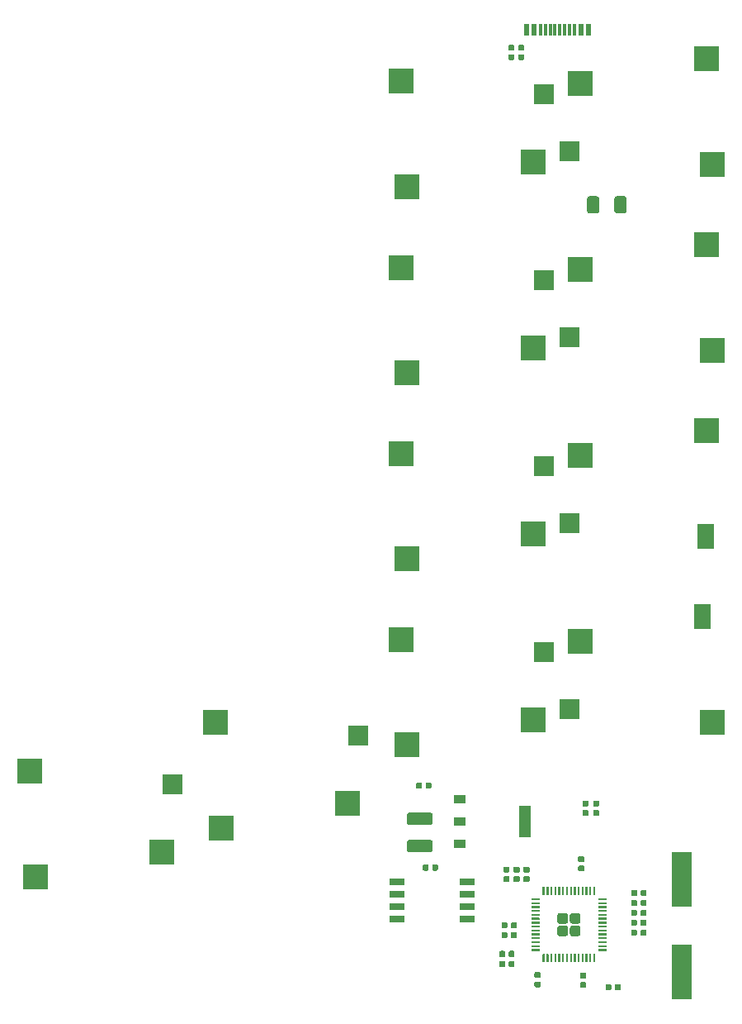
<source format=gbr>
G04 #@! TF.GenerationSoftware,KiCad,Pcbnew,(5.1.4)-1*
G04 #@! TF.CreationDate,2023-09-09T05:32:15-04:00*
G04 #@! TF.ProjectId,ThumbsUp,5468756d-6273-4557-902e-6b696361645f,rev?*
G04 #@! TF.SameCoordinates,Original*
G04 #@! TF.FileFunction,Paste,Bot*
G04 #@! TF.FilePolarity,Positive*
%FSLAX46Y46*%
G04 Gerber Fmt 4.6, Leading zero omitted, Abs format (unit mm)*
G04 Created by KiCad (PCBNEW (5.1.4)-1) date 2023-09-09 05:32:15*
%MOMM*%
%LPD*%
G04 APERTURE LIST*
%ADD10R,1.700000X2.500000*%
%ADD11R,2.000000X2.000000*%
%ADD12R,2.550000X2.500000*%
%ADD13R,1.300000X3.250000*%
%ADD14R,1.300000X0.950000*%
%ADD15C,0.100000*%
%ADD16C,1.250000*%
%ADD17C,0.200000*%
%ADD18C,1.084435*%
%ADD19C,0.590000*%
%ADD20R,0.600000X1.160000*%
%ADD21R,0.300000X1.160000*%
%ADD22R,2.100000X5.600000*%
%ADD23R,1.650000X0.650000*%
G04 APERTURE END LIST*
D10*
X126852789Y-422252952D03*
D11*
X112882789Y-420912952D03*
D12*
X126924789Y-411432952D03*
X113997789Y-413972952D03*
X127482789Y-441312952D03*
D11*
X112882789Y-439962952D03*
D10*
X126512789Y-430482952D03*
D12*
X113997789Y-433022952D03*
X127482790Y-384170000D03*
D11*
X112882790Y-382820000D03*
D12*
X126924790Y-373340000D03*
X113997790Y-375880000D03*
X95632789Y-413762952D03*
D11*
X110232789Y-415112952D03*
D12*
X96190789Y-424592952D03*
X109117789Y-422052952D03*
X95632790Y-375650000D03*
D11*
X110232790Y-377000000D03*
D12*
X96190790Y-386480000D03*
X109117790Y-383940000D03*
X127482790Y-403212952D03*
D11*
X112882790Y-401862952D03*
D12*
X126924790Y-392382952D03*
X113997790Y-394922952D03*
X95632790Y-432812952D03*
D11*
X110232790Y-434162952D03*
D12*
X96190790Y-443642952D03*
X109117790Y-441102952D03*
X95632790Y-394712952D03*
D11*
X110232790Y-396062952D03*
D12*
X96190790Y-405542952D03*
X109117790Y-403002952D03*
X76582789Y-441312953D03*
D11*
X91182789Y-442662953D03*
D12*
X77140789Y-452142953D03*
X90067789Y-449602953D03*
X57532789Y-446312952D03*
D11*
X72132789Y-447662952D03*
D12*
X58090789Y-457142952D03*
X71017789Y-454602952D03*
D13*
X108300000Y-451500000D03*
D14*
X101600000Y-449210000D03*
X101600000Y-451500000D03*
X101600000Y-453790000D03*
D15*
G36*
X98599504Y-453376204D02*
G01*
X98623773Y-453379804D01*
X98647571Y-453385765D01*
X98670671Y-453394030D01*
X98692849Y-453404520D01*
X98713893Y-453417133D01*
X98733598Y-453431747D01*
X98751777Y-453448223D01*
X98768253Y-453466402D01*
X98782867Y-453486107D01*
X98795480Y-453507151D01*
X98805970Y-453529329D01*
X98814235Y-453552429D01*
X98820196Y-453576227D01*
X98823796Y-453600496D01*
X98825000Y-453625000D01*
X98825000Y-454375000D01*
X98823796Y-454399504D01*
X98820196Y-454423773D01*
X98814235Y-454447571D01*
X98805970Y-454470671D01*
X98795480Y-454492849D01*
X98782867Y-454513893D01*
X98768253Y-454533598D01*
X98751777Y-454551777D01*
X98733598Y-454568253D01*
X98713893Y-454582867D01*
X98692849Y-454595480D01*
X98670671Y-454605970D01*
X98647571Y-454614235D01*
X98623773Y-454620196D01*
X98599504Y-454623796D01*
X98575000Y-454625000D01*
X96425000Y-454625000D01*
X96400496Y-454623796D01*
X96376227Y-454620196D01*
X96352429Y-454614235D01*
X96329329Y-454605970D01*
X96307151Y-454595480D01*
X96286107Y-454582867D01*
X96266402Y-454568253D01*
X96248223Y-454551777D01*
X96231747Y-454533598D01*
X96217133Y-454513893D01*
X96204520Y-454492849D01*
X96194030Y-454470671D01*
X96185765Y-454447571D01*
X96179804Y-454423773D01*
X96176204Y-454399504D01*
X96175000Y-454375000D01*
X96175000Y-453625000D01*
X96176204Y-453600496D01*
X96179804Y-453576227D01*
X96185765Y-453552429D01*
X96194030Y-453529329D01*
X96204520Y-453507151D01*
X96217133Y-453486107D01*
X96231747Y-453466402D01*
X96248223Y-453448223D01*
X96266402Y-453431747D01*
X96286107Y-453417133D01*
X96307151Y-453404520D01*
X96329329Y-453394030D01*
X96352429Y-453385765D01*
X96376227Y-453379804D01*
X96400496Y-453376204D01*
X96425000Y-453375000D01*
X98575000Y-453375000D01*
X98599504Y-453376204D01*
X98599504Y-453376204D01*
G37*
D16*
X97500000Y-454000000D03*
D15*
G36*
X98599504Y-450576204D02*
G01*
X98623773Y-450579804D01*
X98647571Y-450585765D01*
X98670671Y-450594030D01*
X98692849Y-450604520D01*
X98713893Y-450617133D01*
X98733598Y-450631747D01*
X98751777Y-450648223D01*
X98768253Y-450666402D01*
X98782867Y-450686107D01*
X98795480Y-450707151D01*
X98805970Y-450729329D01*
X98814235Y-450752429D01*
X98820196Y-450776227D01*
X98823796Y-450800496D01*
X98825000Y-450825000D01*
X98825000Y-451575000D01*
X98823796Y-451599504D01*
X98820196Y-451623773D01*
X98814235Y-451647571D01*
X98805970Y-451670671D01*
X98795480Y-451692849D01*
X98782867Y-451713893D01*
X98768253Y-451733598D01*
X98751777Y-451751777D01*
X98733598Y-451768253D01*
X98713893Y-451782867D01*
X98692849Y-451795480D01*
X98670671Y-451805970D01*
X98647571Y-451814235D01*
X98623773Y-451820196D01*
X98599504Y-451823796D01*
X98575000Y-451825000D01*
X96425000Y-451825000D01*
X96400496Y-451823796D01*
X96376227Y-451820196D01*
X96352429Y-451814235D01*
X96329329Y-451805970D01*
X96307151Y-451795480D01*
X96286107Y-451782867D01*
X96266402Y-451768253D01*
X96248223Y-451751777D01*
X96231747Y-451733598D01*
X96217133Y-451713893D01*
X96204520Y-451692849D01*
X96194030Y-451670671D01*
X96185765Y-451647571D01*
X96179804Y-451623773D01*
X96176204Y-451599504D01*
X96175000Y-451575000D01*
X96175000Y-450825000D01*
X96176204Y-450800496D01*
X96179804Y-450776227D01*
X96185765Y-450752429D01*
X96194030Y-450729329D01*
X96204520Y-450707151D01*
X96217133Y-450686107D01*
X96231747Y-450666402D01*
X96248223Y-450648223D01*
X96266402Y-450631747D01*
X96286107Y-450617133D01*
X96307151Y-450604520D01*
X96329329Y-450594030D01*
X96352429Y-450585765D01*
X96376227Y-450579804D01*
X96400496Y-450576204D01*
X96425000Y-450575000D01*
X98575000Y-450575000D01*
X98599504Y-450576204D01*
X98599504Y-450576204D01*
G37*
D16*
X97500000Y-451200000D03*
D15*
G36*
X109762401Y-459340241D02*
G01*
X109767255Y-459340961D01*
X109772014Y-459342153D01*
X109776634Y-459343806D01*
X109781070Y-459345904D01*
X109785279Y-459348427D01*
X109789220Y-459351349D01*
X109792855Y-459354645D01*
X109796151Y-459358280D01*
X109799073Y-459362221D01*
X109801596Y-459366430D01*
X109803694Y-459370866D01*
X109805347Y-459375486D01*
X109806539Y-459380245D01*
X109807259Y-459385099D01*
X109807500Y-459390000D01*
X109807500Y-459490000D01*
X109807259Y-459494901D01*
X109806539Y-459499755D01*
X109805347Y-459504514D01*
X109803694Y-459509134D01*
X109801596Y-459513570D01*
X109799073Y-459517779D01*
X109796151Y-459521720D01*
X109792855Y-459525355D01*
X109789220Y-459528651D01*
X109785279Y-459531573D01*
X109781070Y-459534096D01*
X109776634Y-459536194D01*
X109772014Y-459537847D01*
X109767255Y-459539039D01*
X109762401Y-459539759D01*
X109757500Y-459540000D01*
X108982500Y-459540000D01*
X108977599Y-459539759D01*
X108972745Y-459539039D01*
X108967986Y-459537847D01*
X108963366Y-459536194D01*
X108958930Y-459534096D01*
X108954721Y-459531573D01*
X108950780Y-459528651D01*
X108947145Y-459525355D01*
X108943849Y-459521720D01*
X108940927Y-459517779D01*
X108938404Y-459513570D01*
X108936306Y-459509134D01*
X108934653Y-459504514D01*
X108933461Y-459499755D01*
X108932741Y-459494901D01*
X108932500Y-459490000D01*
X108932500Y-459390000D01*
X108932741Y-459385099D01*
X108933461Y-459380245D01*
X108934653Y-459375486D01*
X108936306Y-459370866D01*
X108938404Y-459366430D01*
X108940927Y-459362221D01*
X108943849Y-459358280D01*
X108947145Y-459354645D01*
X108950780Y-459351349D01*
X108954721Y-459348427D01*
X108958930Y-459345904D01*
X108963366Y-459343806D01*
X108967986Y-459342153D01*
X108972745Y-459340961D01*
X108977599Y-459340241D01*
X108982500Y-459340000D01*
X109757500Y-459340000D01*
X109762401Y-459340241D01*
X109762401Y-459340241D01*
G37*
D17*
X109370000Y-459440000D03*
D15*
G36*
X109762401Y-459740241D02*
G01*
X109767255Y-459740961D01*
X109772014Y-459742153D01*
X109776634Y-459743806D01*
X109781070Y-459745904D01*
X109785279Y-459748427D01*
X109789220Y-459751349D01*
X109792855Y-459754645D01*
X109796151Y-459758280D01*
X109799073Y-459762221D01*
X109801596Y-459766430D01*
X109803694Y-459770866D01*
X109805347Y-459775486D01*
X109806539Y-459780245D01*
X109807259Y-459785099D01*
X109807500Y-459790000D01*
X109807500Y-459890000D01*
X109807259Y-459894901D01*
X109806539Y-459899755D01*
X109805347Y-459904514D01*
X109803694Y-459909134D01*
X109801596Y-459913570D01*
X109799073Y-459917779D01*
X109796151Y-459921720D01*
X109792855Y-459925355D01*
X109789220Y-459928651D01*
X109785279Y-459931573D01*
X109781070Y-459934096D01*
X109776634Y-459936194D01*
X109772014Y-459937847D01*
X109767255Y-459939039D01*
X109762401Y-459939759D01*
X109757500Y-459940000D01*
X108982500Y-459940000D01*
X108977599Y-459939759D01*
X108972745Y-459939039D01*
X108967986Y-459937847D01*
X108963366Y-459936194D01*
X108958930Y-459934096D01*
X108954721Y-459931573D01*
X108950780Y-459928651D01*
X108947145Y-459925355D01*
X108943849Y-459921720D01*
X108940927Y-459917779D01*
X108938404Y-459913570D01*
X108936306Y-459909134D01*
X108934653Y-459904514D01*
X108933461Y-459899755D01*
X108932741Y-459894901D01*
X108932500Y-459890000D01*
X108932500Y-459790000D01*
X108932741Y-459785099D01*
X108933461Y-459780245D01*
X108934653Y-459775486D01*
X108936306Y-459770866D01*
X108938404Y-459766430D01*
X108940927Y-459762221D01*
X108943849Y-459758280D01*
X108947145Y-459754645D01*
X108950780Y-459751349D01*
X108954721Y-459748427D01*
X108958930Y-459745904D01*
X108963366Y-459743806D01*
X108967986Y-459742153D01*
X108972745Y-459740961D01*
X108977599Y-459740241D01*
X108982500Y-459740000D01*
X109757500Y-459740000D01*
X109762401Y-459740241D01*
X109762401Y-459740241D01*
G37*
D17*
X109370000Y-459840000D03*
D15*
G36*
X109762401Y-460140241D02*
G01*
X109767255Y-460140961D01*
X109772014Y-460142153D01*
X109776634Y-460143806D01*
X109781070Y-460145904D01*
X109785279Y-460148427D01*
X109789220Y-460151349D01*
X109792855Y-460154645D01*
X109796151Y-460158280D01*
X109799073Y-460162221D01*
X109801596Y-460166430D01*
X109803694Y-460170866D01*
X109805347Y-460175486D01*
X109806539Y-460180245D01*
X109807259Y-460185099D01*
X109807500Y-460190000D01*
X109807500Y-460290000D01*
X109807259Y-460294901D01*
X109806539Y-460299755D01*
X109805347Y-460304514D01*
X109803694Y-460309134D01*
X109801596Y-460313570D01*
X109799073Y-460317779D01*
X109796151Y-460321720D01*
X109792855Y-460325355D01*
X109789220Y-460328651D01*
X109785279Y-460331573D01*
X109781070Y-460334096D01*
X109776634Y-460336194D01*
X109772014Y-460337847D01*
X109767255Y-460339039D01*
X109762401Y-460339759D01*
X109757500Y-460340000D01*
X108982500Y-460340000D01*
X108977599Y-460339759D01*
X108972745Y-460339039D01*
X108967986Y-460337847D01*
X108963366Y-460336194D01*
X108958930Y-460334096D01*
X108954721Y-460331573D01*
X108950780Y-460328651D01*
X108947145Y-460325355D01*
X108943849Y-460321720D01*
X108940927Y-460317779D01*
X108938404Y-460313570D01*
X108936306Y-460309134D01*
X108934653Y-460304514D01*
X108933461Y-460299755D01*
X108932741Y-460294901D01*
X108932500Y-460290000D01*
X108932500Y-460190000D01*
X108932741Y-460185099D01*
X108933461Y-460180245D01*
X108934653Y-460175486D01*
X108936306Y-460170866D01*
X108938404Y-460166430D01*
X108940927Y-460162221D01*
X108943849Y-460158280D01*
X108947145Y-460154645D01*
X108950780Y-460151349D01*
X108954721Y-460148427D01*
X108958930Y-460145904D01*
X108963366Y-460143806D01*
X108967986Y-460142153D01*
X108972745Y-460140961D01*
X108977599Y-460140241D01*
X108982500Y-460140000D01*
X109757500Y-460140000D01*
X109762401Y-460140241D01*
X109762401Y-460140241D01*
G37*
D17*
X109370000Y-460240000D03*
D15*
G36*
X109762401Y-460540241D02*
G01*
X109767255Y-460540961D01*
X109772014Y-460542153D01*
X109776634Y-460543806D01*
X109781070Y-460545904D01*
X109785279Y-460548427D01*
X109789220Y-460551349D01*
X109792855Y-460554645D01*
X109796151Y-460558280D01*
X109799073Y-460562221D01*
X109801596Y-460566430D01*
X109803694Y-460570866D01*
X109805347Y-460575486D01*
X109806539Y-460580245D01*
X109807259Y-460585099D01*
X109807500Y-460590000D01*
X109807500Y-460690000D01*
X109807259Y-460694901D01*
X109806539Y-460699755D01*
X109805347Y-460704514D01*
X109803694Y-460709134D01*
X109801596Y-460713570D01*
X109799073Y-460717779D01*
X109796151Y-460721720D01*
X109792855Y-460725355D01*
X109789220Y-460728651D01*
X109785279Y-460731573D01*
X109781070Y-460734096D01*
X109776634Y-460736194D01*
X109772014Y-460737847D01*
X109767255Y-460739039D01*
X109762401Y-460739759D01*
X109757500Y-460740000D01*
X108982500Y-460740000D01*
X108977599Y-460739759D01*
X108972745Y-460739039D01*
X108967986Y-460737847D01*
X108963366Y-460736194D01*
X108958930Y-460734096D01*
X108954721Y-460731573D01*
X108950780Y-460728651D01*
X108947145Y-460725355D01*
X108943849Y-460721720D01*
X108940927Y-460717779D01*
X108938404Y-460713570D01*
X108936306Y-460709134D01*
X108934653Y-460704514D01*
X108933461Y-460699755D01*
X108932741Y-460694901D01*
X108932500Y-460690000D01*
X108932500Y-460590000D01*
X108932741Y-460585099D01*
X108933461Y-460580245D01*
X108934653Y-460575486D01*
X108936306Y-460570866D01*
X108938404Y-460566430D01*
X108940927Y-460562221D01*
X108943849Y-460558280D01*
X108947145Y-460554645D01*
X108950780Y-460551349D01*
X108954721Y-460548427D01*
X108958930Y-460545904D01*
X108963366Y-460543806D01*
X108967986Y-460542153D01*
X108972745Y-460540961D01*
X108977599Y-460540241D01*
X108982500Y-460540000D01*
X109757500Y-460540000D01*
X109762401Y-460540241D01*
X109762401Y-460540241D01*
G37*
D17*
X109370000Y-460640000D03*
D15*
G36*
X109762401Y-460940241D02*
G01*
X109767255Y-460940961D01*
X109772014Y-460942153D01*
X109776634Y-460943806D01*
X109781070Y-460945904D01*
X109785279Y-460948427D01*
X109789220Y-460951349D01*
X109792855Y-460954645D01*
X109796151Y-460958280D01*
X109799073Y-460962221D01*
X109801596Y-460966430D01*
X109803694Y-460970866D01*
X109805347Y-460975486D01*
X109806539Y-460980245D01*
X109807259Y-460985099D01*
X109807500Y-460990000D01*
X109807500Y-461090000D01*
X109807259Y-461094901D01*
X109806539Y-461099755D01*
X109805347Y-461104514D01*
X109803694Y-461109134D01*
X109801596Y-461113570D01*
X109799073Y-461117779D01*
X109796151Y-461121720D01*
X109792855Y-461125355D01*
X109789220Y-461128651D01*
X109785279Y-461131573D01*
X109781070Y-461134096D01*
X109776634Y-461136194D01*
X109772014Y-461137847D01*
X109767255Y-461139039D01*
X109762401Y-461139759D01*
X109757500Y-461140000D01*
X108982500Y-461140000D01*
X108977599Y-461139759D01*
X108972745Y-461139039D01*
X108967986Y-461137847D01*
X108963366Y-461136194D01*
X108958930Y-461134096D01*
X108954721Y-461131573D01*
X108950780Y-461128651D01*
X108947145Y-461125355D01*
X108943849Y-461121720D01*
X108940927Y-461117779D01*
X108938404Y-461113570D01*
X108936306Y-461109134D01*
X108934653Y-461104514D01*
X108933461Y-461099755D01*
X108932741Y-461094901D01*
X108932500Y-461090000D01*
X108932500Y-460990000D01*
X108932741Y-460985099D01*
X108933461Y-460980245D01*
X108934653Y-460975486D01*
X108936306Y-460970866D01*
X108938404Y-460966430D01*
X108940927Y-460962221D01*
X108943849Y-460958280D01*
X108947145Y-460954645D01*
X108950780Y-460951349D01*
X108954721Y-460948427D01*
X108958930Y-460945904D01*
X108963366Y-460943806D01*
X108967986Y-460942153D01*
X108972745Y-460940961D01*
X108977599Y-460940241D01*
X108982500Y-460940000D01*
X109757500Y-460940000D01*
X109762401Y-460940241D01*
X109762401Y-460940241D01*
G37*
D17*
X109370000Y-461040000D03*
D15*
G36*
X109762401Y-461340241D02*
G01*
X109767255Y-461340961D01*
X109772014Y-461342153D01*
X109776634Y-461343806D01*
X109781070Y-461345904D01*
X109785279Y-461348427D01*
X109789220Y-461351349D01*
X109792855Y-461354645D01*
X109796151Y-461358280D01*
X109799073Y-461362221D01*
X109801596Y-461366430D01*
X109803694Y-461370866D01*
X109805347Y-461375486D01*
X109806539Y-461380245D01*
X109807259Y-461385099D01*
X109807500Y-461390000D01*
X109807500Y-461490000D01*
X109807259Y-461494901D01*
X109806539Y-461499755D01*
X109805347Y-461504514D01*
X109803694Y-461509134D01*
X109801596Y-461513570D01*
X109799073Y-461517779D01*
X109796151Y-461521720D01*
X109792855Y-461525355D01*
X109789220Y-461528651D01*
X109785279Y-461531573D01*
X109781070Y-461534096D01*
X109776634Y-461536194D01*
X109772014Y-461537847D01*
X109767255Y-461539039D01*
X109762401Y-461539759D01*
X109757500Y-461540000D01*
X108982500Y-461540000D01*
X108977599Y-461539759D01*
X108972745Y-461539039D01*
X108967986Y-461537847D01*
X108963366Y-461536194D01*
X108958930Y-461534096D01*
X108954721Y-461531573D01*
X108950780Y-461528651D01*
X108947145Y-461525355D01*
X108943849Y-461521720D01*
X108940927Y-461517779D01*
X108938404Y-461513570D01*
X108936306Y-461509134D01*
X108934653Y-461504514D01*
X108933461Y-461499755D01*
X108932741Y-461494901D01*
X108932500Y-461490000D01*
X108932500Y-461390000D01*
X108932741Y-461385099D01*
X108933461Y-461380245D01*
X108934653Y-461375486D01*
X108936306Y-461370866D01*
X108938404Y-461366430D01*
X108940927Y-461362221D01*
X108943849Y-461358280D01*
X108947145Y-461354645D01*
X108950780Y-461351349D01*
X108954721Y-461348427D01*
X108958930Y-461345904D01*
X108963366Y-461343806D01*
X108967986Y-461342153D01*
X108972745Y-461340961D01*
X108977599Y-461340241D01*
X108982500Y-461340000D01*
X109757500Y-461340000D01*
X109762401Y-461340241D01*
X109762401Y-461340241D01*
G37*
D17*
X109370000Y-461440000D03*
D15*
G36*
X109762401Y-461740241D02*
G01*
X109767255Y-461740961D01*
X109772014Y-461742153D01*
X109776634Y-461743806D01*
X109781070Y-461745904D01*
X109785279Y-461748427D01*
X109789220Y-461751349D01*
X109792855Y-461754645D01*
X109796151Y-461758280D01*
X109799073Y-461762221D01*
X109801596Y-461766430D01*
X109803694Y-461770866D01*
X109805347Y-461775486D01*
X109806539Y-461780245D01*
X109807259Y-461785099D01*
X109807500Y-461790000D01*
X109807500Y-461890000D01*
X109807259Y-461894901D01*
X109806539Y-461899755D01*
X109805347Y-461904514D01*
X109803694Y-461909134D01*
X109801596Y-461913570D01*
X109799073Y-461917779D01*
X109796151Y-461921720D01*
X109792855Y-461925355D01*
X109789220Y-461928651D01*
X109785279Y-461931573D01*
X109781070Y-461934096D01*
X109776634Y-461936194D01*
X109772014Y-461937847D01*
X109767255Y-461939039D01*
X109762401Y-461939759D01*
X109757500Y-461940000D01*
X108982500Y-461940000D01*
X108977599Y-461939759D01*
X108972745Y-461939039D01*
X108967986Y-461937847D01*
X108963366Y-461936194D01*
X108958930Y-461934096D01*
X108954721Y-461931573D01*
X108950780Y-461928651D01*
X108947145Y-461925355D01*
X108943849Y-461921720D01*
X108940927Y-461917779D01*
X108938404Y-461913570D01*
X108936306Y-461909134D01*
X108934653Y-461904514D01*
X108933461Y-461899755D01*
X108932741Y-461894901D01*
X108932500Y-461890000D01*
X108932500Y-461790000D01*
X108932741Y-461785099D01*
X108933461Y-461780245D01*
X108934653Y-461775486D01*
X108936306Y-461770866D01*
X108938404Y-461766430D01*
X108940927Y-461762221D01*
X108943849Y-461758280D01*
X108947145Y-461754645D01*
X108950780Y-461751349D01*
X108954721Y-461748427D01*
X108958930Y-461745904D01*
X108963366Y-461743806D01*
X108967986Y-461742153D01*
X108972745Y-461740961D01*
X108977599Y-461740241D01*
X108982500Y-461740000D01*
X109757500Y-461740000D01*
X109762401Y-461740241D01*
X109762401Y-461740241D01*
G37*
D17*
X109370000Y-461840000D03*
D15*
G36*
X109762401Y-462140241D02*
G01*
X109767255Y-462140961D01*
X109772014Y-462142153D01*
X109776634Y-462143806D01*
X109781070Y-462145904D01*
X109785279Y-462148427D01*
X109789220Y-462151349D01*
X109792855Y-462154645D01*
X109796151Y-462158280D01*
X109799073Y-462162221D01*
X109801596Y-462166430D01*
X109803694Y-462170866D01*
X109805347Y-462175486D01*
X109806539Y-462180245D01*
X109807259Y-462185099D01*
X109807500Y-462190000D01*
X109807500Y-462290000D01*
X109807259Y-462294901D01*
X109806539Y-462299755D01*
X109805347Y-462304514D01*
X109803694Y-462309134D01*
X109801596Y-462313570D01*
X109799073Y-462317779D01*
X109796151Y-462321720D01*
X109792855Y-462325355D01*
X109789220Y-462328651D01*
X109785279Y-462331573D01*
X109781070Y-462334096D01*
X109776634Y-462336194D01*
X109772014Y-462337847D01*
X109767255Y-462339039D01*
X109762401Y-462339759D01*
X109757500Y-462340000D01*
X108982500Y-462340000D01*
X108977599Y-462339759D01*
X108972745Y-462339039D01*
X108967986Y-462337847D01*
X108963366Y-462336194D01*
X108958930Y-462334096D01*
X108954721Y-462331573D01*
X108950780Y-462328651D01*
X108947145Y-462325355D01*
X108943849Y-462321720D01*
X108940927Y-462317779D01*
X108938404Y-462313570D01*
X108936306Y-462309134D01*
X108934653Y-462304514D01*
X108933461Y-462299755D01*
X108932741Y-462294901D01*
X108932500Y-462290000D01*
X108932500Y-462190000D01*
X108932741Y-462185099D01*
X108933461Y-462180245D01*
X108934653Y-462175486D01*
X108936306Y-462170866D01*
X108938404Y-462166430D01*
X108940927Y-462162221D01*
X108943849Y-462158280D01*
X108947145Y-462154645D01*
X108950780Y-462151349D01*
X108954721Y-462148427D01*
X108958930Y-462145904D01*
X108963366Y-462143806D01*
X108967986Y-462142153D01*
X108972745Y-462140961D01*
X108977599Y-462140241D01*
X108982500Y-462140000D01*
X109757500Y-462140000D01*
X109762401Y-462140241D01*
X109762401Y-462140241D01*
G37*
D17*
X109370000Y-462240000D03*
D15*
G36*
X109762401Y-462540241D02*
G01*
X109767255Y-462540961D01*
X109772014Y-462542153D01*
X109776634Y-462543806D01*
X109781070Y-462545904D01*
X109785279Y-462548427D01*
X109789220Y-462551349D01*
X109792855Y-462554645D01*
X109796151Y-462558280D01*
X109799073Y-462562221D01*
X109801596Y-462566430D01*
X109803694Y-462570866D01*
X109805347Y-462575486D01*
X109806539Y-462580245D01*
X109807259Y-462585099D01*
X109807500Y-462590000D01*
X109807500Y-462690000D01*
X109807259Y-462694901D01*
X109806539Y-462699755D01*
X109805347Y-462704514D01*
X109803694Y-462709134D01*
X109801596Y-462713570D01*
X109799073Y-462717779D01*
X109796151Y-462721720D01*
X109792855Y-462725355D01*
X109789220Y-462728651D01*
X109785279Y-462731573D01*
X109781070Y-462734096D01*
X109776634Y-462736194D01*
X109772014Y-462737847D01*
X109767255Y-462739039D01*
X109762401Y-462739759D01*
X109757500Y-462740000D01*
X108982500Y-462740000D01*
X108977599Y-462739759D01*
X108972745Y-462739039D01*
X108967986Y-462737847D01*
X108963366Y-462736194D01*
X108958930Y-462734096D01*
X108954721Y-462731573D01*
X108950780Y-462728651D01*
X108947145Y-462725355D01*
X108943849Y-462721720D01*
X108940927Y-462717779D01*
X108938404Y-462713570D01*
X108936306Y-462709134D01*
X108934653Y-462704514D01*
X108933461Y-462699755D01*
X108932741Y-462694901D01*
X108932500Y-462690000D01*
X108932500Y-462590000D01*
X108932741Y-462585099D01*
X108933461Y-462580245D01*
X108934653Y-462575486D01*
X108936306Y-462570866D01*
X108938404Y-462566430D01*
X108940927Y-462562221D01*
X108943849Y-462558280D01*
X108947145Y-462554645D01*
X108950780Y-462551349D01*
X108954721Y-462548427D01*
X108958930Y-462545904D01*
X108963366Y-462543806D01*
X108967986Y-462542153D01*
X108972745Y-462540961D01*
X108977599Y-462540241D01*
X108982500Y-462540000D01*
X109757500Y-462540000D01*
X109762401Y-462540241D01*
X109762401Y-462540241D01*
G37*
D17*
X109370000Y-462640000D03*
D15*
G36*
X109762401Y-462940241D02*
G01*
X109767255Y-462940961D01*
X109772014Y-462942153D01*
X109776634Y-462943806D01*
X109781070Y-462945904D01*
X109785279Y-462948427D01*
X109789220Y-462951349D01*
X109792855Y-462954645D01*
X109796151Y-462958280D01*
X109799073Y-462962221D01*
X109801596Y-462966430D01*
X109803694Y-462970866D01*
X109805347Y-462975486D01*
X109806539Y-462980245D01*
X109807259Y-462985099D01*
X109807500Y-462990000D01*
X109807500Y-463090000D01*
X109807259Y-463094901D01*
X109806539Y-463099755D01*
X109805347Y-463104514D01*
X109803694Y-463109134D01*
X109801596Y-463113570D01*
X109799073Y-463117779D01*
X109796151Y-463121720D01*
X109792855Y-463125355D01*
X109789220Y-463128651D01*
X109785279Y-463131573D01*
X109781070Y-463134096D01*
X109776634Y-463136194D01*
X109772014Y-463137847D01*
X109767255Y-463139039D01*
X109762401Y-463139759D01*
X109757500Y-463140000D01*
X108982500Y-463140000D01*
X108977599Y-463139759D01*
X108972745Y-463139039D01*
X108967986Y-463137847D01*
X108963366Y-463136194D01*
X108958930Y-463134096D01*
X108954721Y-463131573D01*
X108950780Y-463128651D01*
X108947145Y-463125355D01*
X108943849Y-463121720D01*
X108940927Y-463117779D01*
X108938404Y-463113570D01*
X108936306Y-463109134D01*
X108934653Y-463104514D01*
X108933461Y-463099755D01*
X108932741Y-463094901D01*
X108932500Y-463090000D01*
X108932500Y-462990000D01*
X108932741Y-462985099D01*
X108933461Y-462980245D01*
X108934653Y-462975486D01*
X108936306Y-462970866D01*
X108938404Y-462966430D01*
X108940927Y-462962221D01*
X108943849Y-462958280D01*
X108947145Y-462954645D01*
X108950780Y-462951349D01*
X108954721Y-462948427D01*
X108958930Y-462945904D01*
X108963366Y-462943806D01*
X108967986Y-462942153D01*
X108972745Y-462940961D01*
X108977599Y-462940241D01*
X108982500Y-462940000D01*
X109757500Y-462940000D01*
X109762401Y-462940241D01*
X109762401Y-462940241D01*
G37*
D17*
X109370000Y-463040000D03*
D15*
G36*
X109762401Y-463340241D02*
G01*
X109767255Y-463340961D01*
X109772014Y-463342153D01*
X109776634Y-463343806D01*
X109781070Y-463345904D01*
X109785279Y-463348427D01*
X109789220Y-463351349D01*
X109792855Y-463354645D01*
X109796151Y-463358280D01*
X109799073Y-463362221D01*
X109801596Y-463366430D01*
X109803694Y-463370866D01*
X109805347Y-463375486D01*
X109806539Y-463380245D01*
X109807259Y-463385099D01*
X109807500Y-463390000D01*
X109807500Y-463490000D01*
X109807259Y-463494901D01*
X109806539Y-463499755D01*
X109805347Y-463504514D01*
X109803694Y-463509134D01*
X109801596Y-463513570D01*
X109799073Y-463517779D01*
X109796151Y-463521720D01*
X109792855Y-463525355D01*
X109789220Y-463528651D01*
X109785279Y-463531573D01*
X109781070Y-463534096D01*
X109776634Y-463536194D01*
X109772014Y-463537847D01*
X109767255Y-463539039D01*
X109762401Y-463539759D01*
X109757500Y-463540000D01*
X108982500Y-463540000D01*
X108977599Y-463539759D01*
X108972745Y-463539039D01*
X108967986Y-463537847D01*
X108963366Y-463536194D01*
X108958930Y-463534096D01*
X108954721Y-463531573D01*
X108950780Y-463528651D01*
X108947145Y-463525355D01*
X108943849Y-463521720D01*
X108940927Y-463517779D01*
X108938404Y-463513570D01*
X108936306Y-463509134D01*
X108934653Y-463504514D01*
X108933461Y-463499755D01*
X108932741Y-463494901D01*
X108932500Y-463490000D01*
X108932500Y-463390000D01*
X108932741Y-463385099D01*
X108933461Y-463380245D01*
X108934653Y-463375486D01*
X108936306Y-463370866D01*
X108938404Y-463366430D01*
X108940927Y-463362221D01*
X108943849Y-463358280D01*
X108947145Y-463354645D01*
X108950780Y-463351349D01*
X108954721Y-463348427D01*
X108958930Y-463345904D01*
X108963366Y-463343806D01*
X108967986Y-463342153D01*
X108972745Y-463340961D01*
X108977599Y-463340241D01*
X108982500Y-463340000D01*
X109757500Y-463340000D01*
X109762401Y-463340241D01*
X109762401Y-463340241D01*
G37*
D17*
X109370000Y-463440000D03*
D15*
G36*
X109762401Y-463740241D02*
G01*
X109767255Y-463740961D01*
X109772014Y-463742153D01*
X109776634Y-463743806D01*
X109781070Y-463745904D01*
X109785279Y-463748427D01*
X109789220Y-463751349D01*
X109792855Y-463754645D01*
X109796151Y-463758280D01*
X109799073Y-463762221D01*
X109801596Y-463766430D01*
X109803694Y-463770866D01*
X109805347Y-463775486D01*
X109806539Y-463780245D01*
X109807259Y-463785099D01*
X109807500Y-463790000D01*
X109807500Y-463890000D01*
X109807259Y-463894901D01*
X109806539Y-463899755D01*
X109805347Y-463904514D01*
X109803694Y-463909134D01*
X109801596Y-463913570D01*
X109799073Y-463917779D01*
X109796151Y-463921720D01*
X109792855Y-463925355D01*
X109789220Y-463928651D01*
X109785279Y-463931573D01*
X109781070Y-463934096D01*
X109776634Y-463936194D01*
X109772014Y-463937847D01*
X109767255Y-463939039D01*
X109762401Y-463939759D01*
X109757500Y-463940000D01*
X108982500Y-463940000D01*
X108977599Y-463939759D01*
X108972745Y-463939039D01*
X108967986Y-463937847D01*
X108963366Y-463936194D01*
X108958930Y-463934096D01*
X108954721Y-463931573D01*
X108950780Y-463928651D01*
X108947145Y-463925355D01*
X108943849Y-463921720D01*
X108940927Y-463917779D01*
X108938404Y-463913570D01*
X108936306Y-463909134D01*
X108934653Y-463904514D01*
X108933461Y-463899755D01*
X108932741Y-463894901D01*
X108932500Y-463890000D01*
X108932500Y-463790000D01*
X108932741Y-463785099D01*
X108933461Y-463780245D01*
X108934653Y-463775486D01*
X108936306Y-463770866D01*
X108938404Y-463766430D01*
X108940927Y-463762221D01*
X108943849Y-463758280D01*
X108947145Y-463754645D01*
X108950780Y-463751349D01*
X108954721Y-463748427D01*
X108958930Y-463745904D01*
X108963366Y-463743806D01*
X108967986Y-463742153D01*
X108972745Y-463740961D01*
X108977599Y-463740241D01*
X108982500Y-463740000D01*
X109757500Y-463740000D01*
X109762401Y-463740241D01*
X109762401Y-463740241D01*
G37*
D17*
X109370000Y-463840000D03*
D15*
G36*
X109762401Y-464140241D02*
G01*
X109767255Y-464140961D01*
X109772014Y-464142153D01*
X109776634Y-464143806D01*
X109781070Y-464145904D01*
X109785279Y-464148427D01*
X109789220Y-464151349D01*
X109792855Y-464154645D01*
X109796151Y-464158280D01*
X109799073Y-464162221D01*
X109801596Y-464166430D01*
X109803694Y-464170866D01*
X109805347Y-464175486D01*
X109806539Y-464180245D01*
X109807259Y-464185099D01*
X109807500Y-464190000D01*
X109807500Y-464290000D01*
X109807259Y-464294901D01*
X109806539Y-464299755D01*
X109805347Y-464304514D01*
X109803694Y-464309134D01*
X109801596Y-464313570D01*
X109799073Y-464317779D01*
X109796151Y-464321720D01*
X109792855Y-464325355D01*
X109789220Y-464328651D01*
X109785279Y-464331573D01*
X109781070Y-464334096D01*
X109776634Y-464336194D01*
X109772014Y-464337847D01*
X109767255Y-464339039D01*
X109762401Y-464339759D01*
X109757500Y-464340000D01*
X108982500Y-464340000D01*
X108977599Y-464339759D01*
X108972745Y-464339039D01*
X108967986Y-464337847D01*
X108963366Y-464336194D01*
X108958930Y-464334096D01*
X108954721Y-464331573D01*
X108950780Y-464328651D01*
X108947145Y-464325355D01*
X108943849Y-464321720D01*
X108940927Y-464317779D01*
X108938404Y-464313570D01*
X108936306Y-464309134D01*
X108934653Y-464304514D01*
X108933461Y-464299755D01*
X108932741Y-464294901D01*
X108932500Y-464290000D01*
X108932500Y-464190000D01*
X108932741Y-464185099D01*
X108933461Y-464180245D01*
X108934653Y-464175486D01*
X108936306Y-464170866D01*
X108938404Y-464166430D01*
X108940927Y-464162221D01*
X108943849Y-464158280D01*
X108947145Y-464154645D01*
X108950780Y-464151349D01*
X108954721Y-464148427D01*
X108958930Y-464145904D01*
X108963366Y-464143806D01*
X108967986Y-464142153D01*
X108972745Y-464140961D01*
X108977599Y-464140241D01*
X108982500Y-464140000D01*
X109757500Y-464140000D01*
X109762401Y-464140241D01*
X109762401Y-464140241D01*
G37*
D17*
X109370000Y-464240000D03*
D15*
G36*
X109762401Y-464540241D02*
G01*
X109767255Y-464540961D01*
X109772014Y-464542153D01*
X109776634Y-464543806D01*
X109781070Y-464545904D01*
X109785279Y-464548427D01*
X109789220Y-464551349D01*
X109792855Y-464554645D01*
X109796151Y-464558280D01*
X109799073Y-464562221D01*
X109801596Y-464566430D01*
X109803694Y-464570866D01*
X109805347Y-464575486D01*
X109806539Y-464580245D01*
X109807259Y-464585099D01*
X109807500Y-464590000D01*
X109807500Y-464690000D01*
X109807259Y-464694901D01*
X109806539Y-464699755D01*
X109805347Y-464704514D01*
X109803694Y-464709134D01*
X109801596Y-464713570D01*
X109799073Y-464717779D01*
X109796151Y-464721720D01*
X109792855Y-464725355D01*
X109789220Y-464728651D01*
X109785279Y-464731573D01*
X109781070Y-464734096D01*
X109776634Y-464736194D01*
X109772014Y-464737847D01*
X109767255Y-464739039D01*
X109762401Y-464739759D01*
X109757500Y-464740000D01*
X108982500Y-464740000D01*
X108977599Y-464739759D01*
X108972745Y-464739039D01*
X108967986Y-464737847D01*
X108963366Y-464736194D01*
X108958930Y-464734096D01*
X108954721Y-464731573D01*
X108950780Y-464728651D01*
X108947145Y-464725355D01*
X108943849Y-464721720D01*
X108940927Y-464717779D01*
X108938404Y-464713570D01*
X108936306Y-464709134D01*
X108934653Y-464704514D01*
X108933461Y-464699755D01*
X108932741Y-464694901D01*
X108932500Y-464690000D01*
X108932500Y-464590000D01*
X108932741Y-464585099D01*
X108933461Y-464580245D01*
X108934653Y-464575486D01*
X108936306Y-464570866D01*
X108938404Y-464566430D01*
X108940927Y-464562221D01*
X108943849Y-464558280D01*
X108947145Y-464554645D01*
X108950780Y-464551349D01*
X108954721Y-464548427D01*
X108958930Y-464545904D01*
X108963366Y-464543806D01*
X108967986Y-464542153D01*
X108972745Y-464540961D01*
X108977599Y-464540241D01*
X108982500Y-464540000D01*
X109757500Y-464540000D01*
X109762401Y-464540241D01*
X109762401Y-464540241D01*
G37*
D17*
X109370000Y-464640000D03*
D15*
G36*
X110262401Y-465040241D02*
G01*
X110267255Y-465040961D01*
X110272014Y-465042153D01*
X110276634Y-465043806D01*
X110281070Y-465045904D01*
X110285279Y-465048427D01*
X110289220Y-465051349D01*
X110292855Y-465054645D01*
X110296151Y-465058280D01*
X110299073Y-465062221D01*
X110301596Y-465066430D01*
X110303694Y-465070866D01*
X110305347Y-465075486D01*
X110306539Y-465080245D01*
X110307259Y-465085099D01*
X110307500Y-465090000D01*
X110307500Y-465865000D01*
X110307259Y-465869901D01*
X110306539Y-465874755D01*
X110305347Y-465879514D01*
X110303694Y-465884134D01*
X110301596Y-465888570D01*
X110299073Y-465892779D01*
X110296151Y-465896720D01*
X110292855Y-465900355D01*
X110289220Y-465903651D01*
X110285279Y-465906573D01*
X110281070Y-465909096D01*
X110276634Y-465911194D01*
X110272014Y-465912847D01*
X110267255Y-465914039D01*
X110262401Y-465914759D01*
X110257500Y-465915000D01*
X110157500Y-465915000D01*
X110152599Y-465914759D01*
X110147745Y-465914039D01*
X110142986Y-465912847D01*
X110138366Y-465911194D01*
X110133930Y-465909096D01*
X110129721Y-465906573D01*
X110125780Y-465903651D01*
X110122145Y-465900355D01*
X110118849Y-465896720D01*
X110115927Y-465892779D01*
X110113404Y-465888570D01*
X110111306Y-465884134D01*
X110109653Y-465879514D01*
X110108461Y-465874755D01*
X110107741Y-465869901D01*
X110107500Y-465865000D01*
X110107500Y-465090000D01*
X110107741Y-465085099D01*
X110108461Y-465080245D01*
X110109653Y-465075486D01*
X110111306Y-465070866D01*
X110113404Y-465066430D01*
X110115927Y-465062221D01*
X110118849Y-465058280D01*
X110122145Y-465054645D01*
X110125780Y-465051349D01*
X110129721Y-465048427D01*
X110133930Y-465045904D01*
X110138366Y-465043806D01*
X110142986Y-465042153D01*
X110147745Y-465040961D01*
X110152599Y-465040241D01*
X110157500Y-465040000D01*
X110257500Y-465040000D01*
X110262401Y-465040241D01*
X110262401Y-465040241D01*
G37*
D17*
X110207500Y-465477500D03*
D15*
G36*
X110662401Y-465040241D02*
G01*
X110667255Y-465040961D01*
X110672014Y-465042153D01*
X110676634Y-465043806D01*
X110681070Y-465045904D01*
X110685279Y-465048427D01*
X110689220Y-465051349D01*
X110692855Y-465054645D01*
X110696151Y-465058280D01*
X110699073Y-465062221D01*
X110701596Y-465066430D01*
X110703694Y-465070866D01*
X110705347Y-465075486D01*
X110706539Y-465080245D01*
X110707259Y-465085099D01*
X110707500Y-465090000D01*
X110707500Y-465865000D01*
X110707259Y-465869901D01*
X110706539Y-465874755D01*
X110705347Y-465879514D01*
X110703694Y-465884134D01*
X110701596Y-465888570D01*
X110699073Y-465892779D01*
X110696151Y-465896720D01*
X110692855Y-465900355D01*
X110689220Y-465903651D01*
X110685279Y-465906573D01*
X110681070Y-465909096D01*
X110676634Y-465911194D01*
X110672014Y-465912847D01*
X110667255Y-465914039D01*
X110662401Y-465914759D01*
X110657500Y-465915000D01*
X110557500Y-465915000D01*
X110552599Y-465914759D01*
X110547745Y-465914039D01*
X110542986Y-465912847D01*
X110538366Y-465911194D01*
X110533930Y-465909096D01*
X110529721Y-465906573D01*
X110525780Y-465903651D01*
X110522145Y-465900355D01*
X110518849Y-465896720D01*
X110515927Y-465892779D01*
X110513404Y-465888570D01*
X110511306Y-465884134D01*
X110509653Y-465879514D01*
X110508461Y-465874755D01*
X110507741Y-465869901D01*
X110507500Y-465865000D01*
X110507500Y-465090000D01*
X110507741Y-465085099D01*
X110508461Y-465080245D01*
X110509653Y-465075486D01*
X110511306Y-465070866D01*
X110513404Y-465066430D01*
X110515927Y-465062221D01*
X110518849Y-465058280D01*
X110522145Y-465054645D01*
X110525780Y-465051349D01*
X110529721Y-465048427D01*
X110533930Y-465045904D01*
X110538366Y-465043806D01*
X110542986Y-465042153D01*
X110547745Y-465040961D01*
X110552599Y-465040241D01*
X110557500Y-465040000D01*
X110657500Y-465040000D01*
X110662401Y-465040241D01*
X110662401Y-465040241D01*
G37*
D17*
X110607500Y-465477500D03*
D15*
G36*
X111062401Y-465040241D02*
G01*
X111067255Y-465040961D01*
X111072014Y-465042153D01*
X111076634Y-465043806D01*
X111081070Y-465045904D01*
X111085279Y-465048427D01*
X111089220Y-465051349D01*
X111092855Y-465054645D01*
X111096151Y-465058280D01*
X111099073Y-465062221D01*
X111101596Y-465066430D01*
X111103694Y-465070866D01*
X111105347Y-465075486D01*
X111106539Y-465080245D01*
X111107259Y-465085099D01*
X111107500Y-465090000D01*
X111107500Y-465865000D01*
X111107259Y-465869901D01*
X111106539Y-465874755D01*
X111105347Y-465879514D01*
X111103694Y-465884134D01*
X111101596Y-465888570D01*
X111099073Y-465892779D01*
X111096151Y-465896720D01*
X111092855Y-465900355D01*
X111089220Y-465903651D01*
X111085279Y-465906573D01*
X111081070Y-465909096D01*
X111076634Y-465911194D01*
X111072014Y-465912847D01*
X111067255Y-465914039D01*
X111062401Y-465914759D01*
X111057500Y-465915000D01*
X110957500Y-465915000D01*
X110952599Y-465914759D01*
X110947745Y-465914039D01*
X110942986Y-465912847D01*
X110938366Y-465911194D01*
X110933930Y-465909096D01*
X110929721Y-465906573D01*
X110925780Y-465903651D01*
X110922145Y-465900355D01*
X110918849Y-465896720D01*
X110915927Y-465892779D01*
X110913404Y-465888570D01*
X110911306Y-465884134D01*
X110909653Y-465879514D01*
X110908461Y-465874755D01*
X110907741Y-465869901D01*
X110907500Y-465865000D01*
X110907500Y-465090000D01*
X110907741Y-465085099D01*
X110908461Y-465080245D01*
X110909653Y-465075486D01*
X110911306Y-465070866D01*
X110913404Y-465066430D01*
X110915927Y-465062221D01*
X110918849Y-465058280D01*
X110922145Y-465054645D01*
X110925780Y-465051349D01*
X110929721Y-465048427D01*
X110933930Y-465045904D01*
X110938366Y-465043806D01*
X110942986Y-465042153D01*
X110947745Y-465040961D01*
X110952599Y-465040241D01*
X110957500Y-465040000D01*
X111057500Y-465040000D01*
X111062401Y-465040241D01*
X111062401Y-465040241D01*
G37*
D17*
X111007500Y-465477500D03*
D15*
G36*
X111462401Y-465040241D02*
G01*
X111467255Y-465040961D01*
X111472014Y-465042153D01*
X111476634Y-465043806D01*
X111481070Y-465045904D01*
X111485279Y-465048427D01*
X111489220Y-465051349D01*
X111492855Y-465054645D01*
X111496151Y-465058280D01*
X111499073Y-465062221D01*
X111501596Y-465066430D01*
X111503694Y-465070866D01*
X111505347Y-465075486D01*
X111506539Y-465080245D01*
X111507259Y-465085099D01*
X111507500Y-465090000D01*
X111507500Y-465865000D01*
X111507259Y-465869901D01*
X111506539Y-465874755D01*
X111505347Y-465879514D01*
X111503694Y-465884134D01*
X111501596Y-465888570D01*
X111499073Y-465892779D01*
X111496151Y-465896720D01*
X111492855Y-465900355D01*
X111489220Y-465903651D01*
X111485279Y-465906573D01*
X111481070Y-465909096D01*
X111476634Y-465911194D01*
X111472014Y-465912847D01*
X111467255Y-465914039D01*
X111462401Y-465914759D01*
X111457500Y-465915000D01*
X111357500Y-465915000D01*
X111352599Y-465914759D01*
X111347745Y-465914039D01*
X111342986Y-465912847D01*
X111338366Y-465911194D01*
X111333930Y-465909096D01*
X111329721Y-465906573D01*
X111325780Y-465903651D01*
X111322145Y-465900355D01*
X111318849Y-465896720D01*
X111315927Y-465892779D01*
X111313404Y-465888570D01*
X111311306Y-465884134D01*
X111309653Y-465879514D01*
X111308461Y-465874755D01*
X111307741Y-465869901D01*
X111307500Y-465865000D01*
X111307500Y-465090000D01*
X111307741Y-465085099D01*
X111308461Y-465080245D01*
X111309653Y-465075486D01*
X111311306Y-465070866D01*
X111313404Y-465066430D01*
X111315927Y-465062221D01*
X111318849Y-465058280D01*
X111322145Y-465054645D01*
X111325780Y-465051349D01*
X111329721Y-465048427D01*
X111333930Y-465045904D01*
X111338366Y-465043806D01*
X111342986Y-465042153D01*
X111347745Y-465040961D01*
X111352599Y-465040241D01*
X111357500Y-465040000D01*
X111457500Y-465040000D01*
X111462401Y-465040241D01*
X111462401Y-465040241D01*
G37*
D17*
X111407500Y-465477500D03*
D15*
G36*
X111862401Y-465040241D02*
G01*
X111867255Y-465040961D01*
X111872014Y-465042153D01*
X111876634Y-465043806D01*
X111881070Y-465045904D01*
X111885279Y-465048427D01*
X111889220Y-465051349D01*
X111892855Y-465054645D01*
X111896151Y-465058280D01*
X111899073Y-465062221D01*
X111901596Y-465066430D01*
X111903694Y-465070866D01*
X111905347Y-465075486D01*
X111906539Y-465080245D01*
X111907259Y-465085099D01*
X111907500Y-465090000D01*
X111907500Y-465865000D01*
X111907259Y-465869901D01*
X111906539Y-465874755D01*
X111905347Y-465879514D01*
X111903694Y-465884134D01*
X111901596Y-465888570D01*
X111899073Y-465892779D01*
X111896151Y-465896720D01*
X111892855Y-465900355D01*
X111889220Y-465903651D01*
X111885279Y-465906573D01*
X111881070Y-465909096D01*
X111876634Y-465911194D01*
X111872014Y-465912847D01*
X111867255Y-465914039D01*
X111862401Y-465914759D01*
X111857500Y-465915000D01*
X111757500Y-465915000D01*
X111752599Y-465914759D01*
X111747745Y-465914039D01*
X111742986Y-465912847D01*
X111738366Y-465911194D01*
X111733930Y-465909096D01*
X111729721Y-465906573D01*
X111725780Y-465903651D01*
X111722145Y-465900355D01*
X111718849Y-465896720D01*
X111715927Y-465892779D01*
X111713404Y-465888570D01*
X111711306Y-465884134D01*
X111709653Y-465879514D01*
X111708461Y-465874755D01*
X111707741Y-465869901D01*
X111707500Y-465865000D01*
X111707500Y-465090000D01*
X111707741Y-465085099D01*
X111708461Y-465080245D01*
X111709653Y-465075486D01*
X111711306Y-465070866D01*
X111713404Y-465066430D01*
X111715927Y-465062221D01*
X111718849Y-465058280D01*
X111722145Y-465054645D01*
X111725780Y-465051349D01*
X111729721Y-465048427D01*
X111733930Y-465045904D01*
X111738366Y-465043806D01*
X111742986Y-465042153D01*
X111747745Y-465040961D01*
X111752599Y-465040241D01*
X111757500Y-465040000D01*
X111857500Y-465040000D01*
X111862401Y-465040241D01*
X111862401Y-465040241D01*
G37*
D17*
X111807500Y-465477500D03*
D15*
G36*
X112262401Y-465040241D02*
G01*
X112267255Y-465040961D01*
X112272014Y-465042153D01*
X112276634Y-465043806D01*
X112281070Y-465045904D01*
X112285279Y-465048427D01*
X112289220Y-465051349D01*
X112292855Y-465054645D01*
X112296151Y-465058280D01*
X112299073Y-465062221D01*
X112301596Y-465066430D01*
X112303694Y-465070866D01*
X112305347Y-465075486D01*
X112306539Y-465080245D01*
X112307259Y-465085099D01*
X112307500Y-465090000D01*
X112307500Y-465865000D01*
X112307259Y-465869901D01*
X112306539Y-465874755D01*
X112305347Y-465879514D01*
X112303694Y-465884134D01*
X112301596Y-465888570D01*
X112299073Y-465892779D01*
X112296151Y-465896720D01*
X112292855Y-465900355D01*
X112289220Y-465903651D01*
X112285279Y-465906573D01*
X112281070Y-465909096D01*
X112276634Y-465911194D01*
X112272014Y-465912847D01*
X112267255Y-465914039D01*
X112262401Y-465914759D01*
X112257500Y-465915000D01*
X112157500Y-465915000D01*
X112152599Y-465914759D01*
X112147745Y-465914039D01*
X112142986Y-465912847D01*
X112138366Y-465911194D01*
X112133930Y-465909096D01*
X112129721Y-465906573D01*
X112125780Y-465903651D01*
X112122145Y-465900355D01*
X112118849Y-465896720D01*
X112115927Y-465892779D01*
X112113404Y-465888570D01*
X112111306Y-465884134D01*
X112109653Y-465879514D01*
X112108461Y-465874755D01*
X112107741Y-465869901D01*
X112107500Y-465865000D01*
X112107500Y-465090000D01*
X112107741Y-465085099D01*
X112108461Y-465080245D01*
X112109653Y-465075486D01*
X112111306Y-465070866D01*
X112113404Y-465066430D01*
X112115927Y-465062221D01*
X112118849Y-465058280D01*
X112122145Y-465054645D01*
X112125780Y-465051349D01*
X112129721Y-465048427D01*
X112133930Y-465045904D01*
X112138366Y-465043806D01*
X112142986Y-465042153D01*
X112147745Y-465040961D01*
X112152599Y-465040241D01*
X112157500Y-465040000D01*
X112257500Y-465040000D01*
X112262401Y-465040241D01*
X112262401Y-465040241D01*
G37*
D17*
X112207500Y-465477500D03*
D15*
G36*
X112662401Y-465040241D02*
G01*
X112667255Y-465040961D01*
X112672014Y-465042153D01*
X112676634Y-465043806D01*
X112681070Y-465045904D01*
X112685279Y-465048427D01*
X112689220Y-465051349D01*
X112692855Y-465054645D01*
X112696151Y-465058280D01*
X112699073Y-465062221D01*
X112701596Y-465066430D01*
X112703694Y-465070866D01*
X112705347Y-465075486D01*
X112706539Y-465080245D01*
X112707259Y-465085099D01*
X112707500Y-465090000D01*
X112707500Y-465865000D01*
X112707259Y-465869901D01*
X112706539Y-465874755D01*
X112705347Y-465879514D01*
X112703694Y-465884134D01*
X112701596Y-465888570D01*
X112699073Y-465892779D01*
X112696151Y-465896720D01*
X112692855Y-465900355D01*
X112689220Y-465903651D01*
X112685279Y-465906573D01*
X112681070Y-465909096D01*
X112676634Y-465911194D01*
X112672014Y-465912847D01*
X112667255Y-465914039D01*
X112662401Y-465914759D01*
X112657500Y-465915000D01*
X112557500Y-465915000D01*
X112552599Y-465914759D01*
X112547745Y-465914039D01*
X112542986Y-465912847D01*
X112538366Y-465911194D01*
X112533930Y-465909096D01*
X112529721Y-465906573D01*
X112525780Y-465903651D01*
X112522145Y-465900355D01*
X112518849Y-465896720D01*
X112515927Y-465892779D01*
X112513404Y-465888570D01*
X112511306Y-465884134D01*
X112509653Y-465879514D01*
X112508461Y-465874755D01*
X112507741Y-465869901D01*
X112507500Y-465865000D01*
X112507500Y-465090000D01*
X112507741Y-465085099D01*
X112508461Y-465080245D01*
X112509653Y-465075486D01*
X112511306Y-465070866D01*
X112513404Y-465066430D01*
X112515927Y-465062221D01*
X112518849Y-465058280D01*
X112522145Y-465054645D01*
X112525780Y-465051349D01*
X112529721Y-465048427D01*
X112533930Y-465045904D01*
X112538366Y-465043806D01*
X112542986Y-465042153D01*
X112547745Y-465040961D01*
X112552599Y-465040241D01*
X112557500Y-465040000D01*
X112657500Y-465040000D01*
X112662401Y-465040241D01*
X112662401Y-465040241D01*
G37*
D17*
X112607500Y-465477500D03*
D15*
G36*
X113062401Y-465040241D02*
G01*
X113067255Y-465040961D01*
X113072014Y-465042153D01*
X113076634Y-465043806D01*
X113081070Y-465045904D01*
X113085279Y-465048427D01*
X113089220Y-465051349D01*
X113092855Y-465054645D01*
X113096151Y-465058280D01*
X113099073Y-465062221D01*
X113101596Y-465066430D01*
X113103694Y-465070866D01*
X113105347Y-465075486D01*
X113106539Y-465080245D01*
X113107259Y-465085099D01*
X113107500Y-465090000D01*
X113107500Y-465865000D01*
X113107259Y-465869901D01*
X113106539Y-465874755D01*
X113105347Y-465879514D01*
X113103694Y-465884134D01*
X113101596Y-465888570D01*
X113099073Y-465892779D01*
X113096151Y-465896720D01*
X113092855Y-465900355D01*
X113089220Y-465903651D01*
X113085279Y-465906573D01*
X113081070Y-465909096D01*
X113076634Y-465911194D01*
X113072014Y-465912847D01*
X113067255Y-465914039D01*
X113062401Y-465914759D01*
X113057500Y-465915000D01*
X112957500Y-465915000D01*
X112952599Y-465914759D01*
X112947745Y-465914039D01*
X112942986Y-465912847D01*
X112938366Y-465911194D01*
X112933930Y-465909096D01*
X112929721Y-465906573D01*
X112925780Y-465903651D01*
X112922145Y-465900355D01*
X112918849Y-465896720D01*
X112915927Y-465892779D01*
X112913404Y-465888570D01*
X112911306Y-465884134D01*
X112909653Y-465879514D01*
X112908461Y-465874755D01*
X112907741Y-465869901D01*
X112907500Y-465865000D01*
X112907500Y-465090000D01*
X112907741Y-465085099D01*
X112908461Y-465080245D01*
X112909653Y-465075486D01*
X112911306Y-465070866D01*
X112913404Y-465066430D01*
X112915927Y-465062221D01*
X112918849Y-465058280D01*
X112922145Y-465054645D01*
X112925780Y-465051349D01*
X112929721Y-465048427D01*
X112933930Y-465045904D01*
X112938366Y-465043806D01*
X112942986Y-465042153D01*
X112947745Y-465040961D01*
X112952599Y-465040241D01*
X112957500Y-465040000D01*
X113057500Y-465040000D01*
X113062401Y-465040241D01*
X113062401Y-465040241D01*
G37*
D17*
X113007500Y-465477500D03*
D15*
G36*
X113462401Y-465040241D02*
G01*
X113467255Y-465040961D01*
X113472014Y-465042153D01*
X113476634Y-465043806D01*
X113481070Y-465045904D01*
X113485279Y-465048427D01*
X113489220Y-465051349D01*
X113492855Y-465054645D01*
X113496151Y-465058280D01*
X113499073Y-465062221D01*
X113501596Y-465066430D01*
X113503694Y-465070866D01*
X113505347Y-465075486D01*
X113506539Y-465080245D01*
X113507259Y-465085099D01*
X113507500Y-465090000D01*
X113507500Y-465865000D01*
X113507259Y-465869901D01*
X113506539Y-465874755D01*
X113505347Y-465879514D01*
X113503694Y-465884134D01*
X113501596Y-465888570D01*
X113499073Y-465892779D01*
X113496151Y-465896720D01*
X113492855Y-465900355D01*
X113489220Y-465903651D01*
X113485279Y-465906573D01*
X113481070Y-465909096D01*
X113476634Y-465911194D01*
X113472014Y-465912847D01*
X113467255Y-465914039D01*
X113462401Y-465914759D01*
X113457500Y-465915000D01*
X113357500Y-465915000D01*
X113352599Y-465914759D01*
X113347745Y-465914039D01*
X113342986Y-465912847D01*
X113338366Y-465911194D01*
X113333930Y-465909096D01*
X113329721Y-465906573D01*
X113325780Y-465903651D01*
X113322145Y-465900355D01*
X113318849Y-465896720D01*
X113315927Y-465892779D01*
X113313404Y-465888570D01*
X113311306Y-465884134D01*
X113309653Y-465879514D01*
X113308461Y-465874755D01*
X113307741Y-465869901D01*
X113307500Y-465865000D01*
X113307500Y-465090000D01*
X113307741Y-465085099D01*
X113308461Y-465080245D01*
X113309653Y-465075486D01*
X113311306Y-465070866D01*
X113313404Y-465066430D01*
X113315927Y-465062221D01*
X113318849Y-465058280D01*
X113322145Y-465054645D01*
X113325780Y-465051349D01*
X113329721Y-465048427D01*
X113333930Y-465045904D01*
X113338366Y-465043806D01*
X113342986Y-465042153D01*
X113347745Y-465040961D01*
X113352599Y-465040241D01*
X113357500Y-465040000D01*
X113457500Y-465040000D01*
X113462401Y-465040241D01*
X113462401Y-465040241D01*
G37*
D17*
X113407500Y-465477500D03*
D15*
G36*
X113862401Y-465040241D02*
G01*
X113867255Y-465040961D01*
X113872014Y-465042153D01*
X113876634Y-465043806D01*
X113881070Y-465045904D01*
X113885279Y-465048427D01*
X113889220Y-465051349D01*
X113892855Y-465054645D01*
X113896151Y-465058280D01*
X113899073Y-465062221D01*
X113901596Y-465066430D01*
X113903694Y-465070866D01*
X113905347Y-465075486D01*
X113906539Y-465080245D01*
X113907259Y-465085099D01*
X113907500Y-465090000D01*
X113907500Y-465865000D01*
X113907259Y-465869901D01*
X113906539Y-465874755D01*
X113905347Y-465879514D01*
X113903694Y-465884134D01*
X113901596Y-465888570D01*
X113899073Y-465892779D01*
X113896151Y-465896720D01*
X113892855Y-465900355D01*
X113889220Y-465903651D01*
X113885279Y-465906573D01*
X113881070Y-465909096D01*
X113876634Y-465911194D01*
X113872014Y-465912847D01*
X113867255Y-465914039D01*
X113862401Y-465914759D01*
X113857500Y-465915000D01*
X113757500Y-465915000D01*
X113752599Y-465914759D01*
X113747745Y-465914039D01*
X113742986Y-465912847D01*
X113738366Y-465911194D01*
X113733930Y-465909096D01*
X113729721Y-465906573D01*
X113725780Y-465903651D01*
X113722145Y-465900355D01*
X113718849Y-465896720D01*
X113715927Y-465892779D01*
X113713404Y-465888570D01*
X113711306Y-465884134D01*
X113709653Y-465879514D01*
X113708461Y-465874755D01*
X113707741Y-465869901D01*
X113707500Y-465865000D01*
X113707500Y-465090000D01*
X113707741Y-465085099D01*
X113708461Y-465080245D01*
X113709653Y-465075486D01*
X113711306Y-465070866D01*
X113713404Y-465066430D01*
X113715927Y-465062221D01*
X113718849Y-465058280D01*
X113722145Y-465054645D01*
X113725780Y-465051349D01*
X113729721Y-465048427D01*
X113733930Y-465045904D01*
X113738366Y-465043806D01*
X113742986Y-465042153D01*
X113747745Y-465040961D01*
X113752599Y-465040241D01*
X113757500Y-465040000D01*
X113857500Y-465040000D01*
X113862401Y-465040241D01*
X113862401Y-465040241D01*
G37*
D17*
X113807500Y-465477500D03*
D15*
G36*
X114262401Y-465040241D02*
G01*
X114267255Y-465040961D01*
X114272014Y-465042153D01*
X114276634Y-465043806D01*
X114281070Y-465045904D01*
X114285279Y-465048427D01*
X114289220Y-465051349D01*
X114292855Y-465054645D01*
X114296151Y-465058280D01*
X114299073Y-465062221D01*
X114301596Y-465066430D01*
X114303694Y-465070866D01*
X114305347Y-465075486D01*
X114306539Y-465080245D01*
X114307259Y-465085099D01*
X114307500Y-465090000D01*
X114307500Y-465865000D01*
X114307259Y-465869901D01*
X114306539Y-465874755D01*
X114305347Y-465879514D01*
X114303694Y-465884134D01*
X114301596Y-465888570D01*
X114299073Y-465892779D01*
X114296151Y-465896720D01*
X114292855Y-465900355D01*
X114289220Y-465903651D01*
X114285279Y-465906573D01*
X114281070Y-465909096D01*
X114276634Y-465911194D01*
X114272014Y-465912847D01*
X114267255Y-465914039D01*
X114262401Y-465914759D01*
X114257500Y-465915000D01*
X114157500Y-465915000D01*
X114152599Y-465914759D01*
X114147745Y-465914039D01*
X114142986Y-465912847D01*
X114138366Y-465911194D01*
X114133930Y-465909096D01*
X114129721Y-465906573D01*
X114125780Y-465903651D01*
X114122145Y-465900355D01*
X114118849Y-465896720D01*
X114115927Y-465892779D01*
X114113404Y-465888570D01*
X114111306Y-465884134D01*
X114109653Y-465879514D01*
X114108461Y-465874755D01*
X114107741Y-465869901D01*
X114107500Y-465865000D01*
X114107500Y-465090000D01*
X114107741Y-465085099D01*
X114108461Y-465080245D01*
X114109653Y-465075486D01*
X114111306Y-465070866D01*
X114113404Y-465066430D01*
X114115927Y-465062221D01*
X114118849Y-465058280D01*
X114122145Y-465054645D01*
X114125780Y-465051349D01*
X114129721Y-465048427D01*
X114133930Y-465045904D01*
X114138366Y-465043806D01*
X114142986Y-465042153D01*
X114147745Y-465040961D01*
X114152599Y-465040241D01*
X114157500Y-465040000D01*
X114257500Y-465040000D01*
X114262401Y-465040241D01*
X114262401Y-465040241D01*
G37*
D17*
X114207500Y-465477500D03*
D15*
G36*
X114662401Y-465040241D02*
G01*
X114667255Y-465040961D01*
X114672014Y-465042153D01*
X114676634Y-465043806D01*
X114681070Y-465045904D01*
X114685279Y-465048427D01*
X114689220Y-465051349D01*
X114692855Y-465054645D01*
X114696151Y-465058280D01*
X114699073Y-465062221D01*
X114701596Y-465066430D01*
X114703694Y-465070866D01*
X114705347Y-465075486D01*
X114706539Y-465080245D01*
X114707259Y-465085099D01*
X114707500Y-465090000D01*
X114707500Y-465865000D01*
X114707259Y-465869901D01*
X114706539Y-465874755D01*
X114705347Y-465879514D01*
X114703694Y-465884134D01*
X114701596Y-465888570D01*
X114699073Y-465892779D01*
X114696151Y-465896720D01*
X114692855Y-465900355D01*
X114689220Y-465903651D01*
X114685279Y-465906573D01*
X114681070Y-465909096D01*
X114676634Y-465911194D01*
X114672014Y-465912847D01*
X114667255Y-465914039D01*
X114662401Y-465914759D01*
X114657500Y-465915000D01*
X114557500Y-465915000D01*
X114552599Y-465914759D01*
X114547745Y-465914039D01*
X114542986Y-465912847D01*
X114538366Y-465911194D01*
X114533930Y-465909096D01*
X114529721Y-465906573D01*
X114525780Y-465903651D01*
X114522145Y-465900355D01*
X114518849Y-465896720D01*
X114515927Y-465892779D01*
X114513404Y-465888570D01*
X114511306Y-465884134D01*
X114509653Y-465879514D01*
X114508461Y-465874755D01*
X114507741Y-465869901D01*
X114507500Y-465865000D01*
X114507500Y-465090000D01*
X114507741Y-465085099D01*
X114508461Y-465080245D01*
X114509653Y-465075486D01*
X114511306Y-465070866D01*
X114513404Y-465066430D01*
X114515927Y-465062221D01*
X114518849Y-465058280D01*
X114522145Y-465054645D01*
X114525780Y-465051349D01*
X114529721Y-465048427D01*
X114533930Y-465045904D01*
X114538366Y-465043806D01*
X114542986Y-465042153D01*
X114547745Y-465040961D01*
X114552599Y-465040241D01*
X114557500Y-465040000D01*
X114657500Y-465040000D01*
X114662401Y-465040241D01*
X114662401Y-465040241D01*
G37*
D17*
X114607500Y-465477500D03*
D15*
G36*
X115062401Y-465040241D02*
G01*
X115067255Y-465040961D01*
X115072014Y-465042153D01*
X115076634Y-465043806D01*
X115081070Y-465045904D01*
X115085279Y-465048427D01*
X115089220Y-465051349D01*
X115092855Y-465054645D01*
X115096151Y-465058280D01*
X115099073Y-465062221D01*
X115101596Y-465066430D01*
X115103694Y-465070866D01*
X115105347Y-465075486D01*
X115106539Y-465080245D01*
X115107259Y-465085099D01*
X115107500Y-465090000D01*
X115107500Y-465865000D01*
X115107259Y-465869901D01*
X115106539Y-465874755D01*
X115105347Y-465879514D01*
X115103694Y-465884134D01*
X115101596Y-465888570D01*
X115099073Y-465892779D01*
X115096151Y-465896720D01*
X115092855Y-465900355D01*
X115089220Y-465903651D01*
X115085279Y-465906573D01*
X115081070Y-465909096D01*
X115076634Y-465911194D01*
X115072014Y-465912847D01*
X115067255Y-465914039D01*
X115062401Y-465914759D01*
X115057500Y-465915000D01*
X114957500Y-465915000D01*
X114952599Y-465914759D01*
X114947745Y-465914039D01*
X114942986Y-465912847D01*
X114938366Y-465911194D01*
X114933930Y-465909096D01*
X114929721Y-465906573D01*
X114925780Y-465903651D01*
X114922145Y-465900355D01*
X114918849Y-465896720D01*
X114915927Y-465892779D01*
X114913404Y-465888570D01*
X114911306Y-465884134D01*
X114909653Y-465879514D01*
X114908461Y-465874755D01*
X114907741Y-465869901D01*
X114907500Y-465865000D01*
X114907500Y-465090000D01*
X114907741Y-465085099D01*
X114908461Y-465080245D01*
X114909653Y-465075486D01*
X114911306Y-465070866D01*
X114913404Y-465066430D01*
X114915927Y-465062221D01*
X114918849Y-465058280D01*
X114922145Y-465054645D01*
X114925780Y-465051349D01*
X114929721Y-465048427D01*
X114933930Y-465045904D01*
X114938366Y-465043806D01*
X114942986Y-465042153D01*
X114947745Y-465040961D01*
X114952599Y-465040241D01*
X114957500Y-465040000D01*
X115057500Y-465040000D01*
X115062401Y-465040241D01*
X115062401Y-465040241D01*
G37*
D17*
X115007500Y-465477500D03*
D15*
G36*
X115462401Y-465040241D02*
G01*
X115467255Y-465040961D01*
X115472014Y-465042153D01*
X115476634Y-465043806D01*
X115481070Y-465045904D01*
X115485279Y-465048427D01*
X115489220Y-465051349D01*
X115492855Y-465054645D01*
X115496151Y-465058280D01*
X115499073Y-465062221D01*
X115501596Y-465066430D01*
X115503694Y-465070866D01*
X115505347Y-465075486D01*
X115506539Y-465080245D01*
X115507259Y-465085099D01*
X115507500Y-465090000D01*
X115507500Y-465865000D01*
X115507259Y-465869901D01*
X115506539Y-465874755D01*
X115505347Y-465879514D01*
X115503694Y-465884134D01*
X115501596Y-465888570D01*
X115499073Y-465892779D01*
X115496151Y-465896720D01*
X115492855Y-465900355D01*
X115489220Y-465903651D01*
X115485279Y-465906573D01*
X115481070Y-465909096D01*
X115476634Y-465911194D01*
X115472014Y-465912847D01*
X115467255Y-465914039D01*
X115462401Y-465914759D01*
X115457500Y-465915000D01*
X115357500Y-465915000D01*
X115352599Y-465914759D01*
X115347745Y-465914039D01*
X115342986Y-465912847D01*
X115338366Y-465911194D01*
X115333930Y-465909096D01*
X115329721Y-465906573D01*
X115325780Y-465903651D01*
X115322145Y-465900355D01*
X115318849Y-465896720D01*
X115315927Y-465892779D01*
X115313404Y-465888570D01*
X115311306Y-465884134D01*
X115309653Y-465879514D01*
X115308461Y-465874755D01*
X115307741Y-465869901D01*
X115307500Y-465865000D01*
X115307500Y-465090000D01*
X115307741Y-465085099D01*
X115308461Y-465080245D01*
X115309653Y-465075486D01*
X115311306Y-465070866D01*
X115313404Y-465066430D01*
X115315927Y-465062221D01*
X115318849Y-465058280D01*
X115322145Y-465054645D01*
X115325780Y-465051349D01*
X115329721Y-465048427D01*
X115333930Y-465045904D01*
X115338366Y-465043806D01*
X115342986Y-465042153D01*
X115347745Y-465040961D01*
X115352599Y-465040241D01*
X115357500Y-465040000D01*
X115457500Y-465040000D01*
X115462401Y-465040241D01*
X115462401Y-465040241D01*
G37*
D17*
X115407500Y-465477500D03*
D15*
G36*
X116637401Y-464540241D02*
G01*
X116642255Y-464540961D01*
X116647014Y-464542153D01*
X116651634Y-464543806D01*
X116656070Y-464545904D01*
X116660279Y-464548427D01*
X116664220Y-464551349D01*
X116667855Y-464554645D01*
X116671151Y-464558280D01*
X116674073Y-464562221D01*
X116676596Y-464566430D01*
X116678694Y-464570866D01*
X116680347Y-464575486D01*
X116681539Y-464580245D01*
X116682259Y-464585099D01*
X116682500Y-464590000D01*
X116682500Y-464690000D01*
X116682259Y-464694901D01*
X116681539Y-464699755D01*
X116680347Y-464704514D01*
X116678694Y-464709134D01*
X116676596Y-464713570D01*
X116674073Y-464717779D01*
X116671151Y-464721720D01*
X116667855Y-464725355D01*
X116664220Y-464728651D01*
X116660279Y-464731573D01*
X116656070Y-464734096D01*
X116651634Y-464736194D01*
X116647014Y-464737847D01*
X116642255Y-464739039D01*
X116637401Y-464739759D01*
X116632500Y-464740000D01*
X115857500Y-464740000D01*
X115852599Y-464739759D01*
X115847745Y-464739039D01*
X115842986Y-464737847D01*
X115838366Y-464736194D01*
X115833930Y-464734096D01*
X115829721Y-464731573D01*
X115825780Y-464728651D01*
X115822145Y-464725355D01*
X115818849Y-464721720D01*
X115815927Y-464717779D01*
X115813404Y-464713570D01*
X115811306Y-464709134D01*
X115809653Y-464704514D01*
X115808461Y-464699755D01*
X115807741Y-464694901D01*
X115807500Y-464690000D01*
X115807500Y-464590000D01*
X115807741Y-464585099D01*
X115808461Y-464580245D01*
X115809653Y-464575486D01*
X115811306Y-464570866D01*
X115813404Y-464566430D01*
X115815927Y-464562221D01*
X115818849Y-464558280D01*
X115822145Y-464554645D01*
X115825780Y-464551349D01*
X115829721Y-464548427D01*
X115833930Y-464545904D01*
X115838366Y-464543806D01*
X115842986Y-464542153D01*
X115847745Y-464540961D01*
X115852599Y-464540241D01*
X115857500Y-464540000D01*
X116632500Y-464540000D01*
X116637401Y-464540241D01*
X116637401Y-464540241D01*
G37*
D17*
X116245000Y-464640000D03*
D15*
G36*
X116637401Y-464140241D02*
G01*
X116642255Y-464140961D01*
X116647014Y-464142153D01*
X116651634Y-464143806D01*
X116656070Y-464145904D01*
X116660279Y-464148427D01*
X116664220Y-464151349D01*
X116667855Y-464154645D01*
X116671151Y-464158280D01*
X116674073Y-464162221D01*
X116676596Y-464166430D01*
X116678694Y-464170866D01*
X116680347Y-464175486D01*
X116681539Y-464180245D01*
X116682259Y-464185099D01*
X116682500Y-464190000D01*
X116682500Y-464290000D01*
X116682259Y-464294901D01*
X116681539Y-464299755D01*
X116680347Y-464304514D01*
X116678694Y-464309134D01*
X116676596Y-464313570D01*
X116674073Y-464317779D01*
X116671151Y-464321720D01*
X116667855Y-464325355D01*
X116664220Y-464328651D01*
X116660279Y-464331573D01*
X116656070Y-464334096D01*
X116651634Y-464336194D01*
X116647014Y-464337847D01*
X116642255Y-464339039D01*
X116637401Y-464339759D01*
X116632500Y-464340000D01*
X115857500Y-464340000D01*
X115852599Y-464339759D01*
X115847745Y-464339039D01*
X115842986Y-464337847D01*
X115838366Y-464336194D01*
X115833930Y-464334096D01*
X115829721Y-464331573D01*
X115825780Y-464328651D01*
X115822145Y-464325355D01*
X115818849Y-464321720D01*
X115815927Y-464317779D01*
X115813404Y-464313570D01*
X115811306Y-464309134D01*
X115809653Y-464304514D01*
X115808461Y-464299755D01*
X115807741Y-464294901D01*
X115807500Y-464290000D01*
X115807500Y-464190000D01*
X115807741Y-464185099D01*
X115808461Y-464180245D01*
X115809653Y-464175486D01*
X115811306Y-464170866D01*
X115813404Y-464166430D01*
X115815927Y-464162221D01*
X115818849Y-464158280D01*
X115822145Y-464154645D01*
X115825780Y-464151349D01*
X115829721Y-464148427D01*
X115833930Y-464145904D01*
X115838366Y-464143806D01*
X115842986Y-464142153D01*
X115847745Y-464140961D01*
X115852599Y-464140241D01*
X115857500Y-464140000D01*
X116632500Y-464140000D01*
X116637401Y-464140241D01*
X116637401Y-464140241D01*
G37*
D17*
X116245000Y-464240000D03*
D15*
G36*
X116637401Y-463740241D02*
G01*
X116642255Y-463740961D01*
X116647014Y-463742153D01*
X116651634Y-463743806D01*
X116656070Y-463745904D01*
X116660279Y-463748427D01*
X116664220Y-463751349D01*
X116667855Y-463754645D01*
X116671151Y-463758280D01*
X116674073Y-463762221D01*
X116676596Y-463766430D01*
X116678694Y-463770866D01*
X116680347Y-463775486D01*
X116681539Y-463780245D01*
X116682259Y-463785099D01*
X116682500Y-463790000D01*
X116682500Y-463890000D01*
X116682259Y-463894901D01*
X116681539Y-463899755D01*
X116680347Y-463904514D01*
X116678694Y-463909134D01*
X116676596Y-463913570D01*
X116674073Y-463917779D01*
X116671151Y-463921720D01*
X116667855Y-463925355D01*
X116664220Y-463928651D01*
X116660279Y-463931573D01*
X116656070Y-463934096D01*
X116651634Y-463936194D01*
X116647014Y-463937847D01*
X116642255Y-463939039D01*
X116637401Y-463939759D01*
X116632500Y-463940000D01*
X115857500Y-463940000D01*
X115852599Y-463939759D01*
X115847745Y-463939039D01*
X115842986Y-463937847D01*
X115838366Y-463936194D01*
X115833930Y-463934096D01*
X115829721Y-463931573D01*
X115825780Y-463928651D01*
X115822145Y-463925355D01*
X115818849Y-463921720D01*
X115815927Y-463917779D01*
X115813404Y-463913570D01*
X115811306Y-463909134D01*
X115809653Y-463904514D01*
X115808461Y-463899755D01*
X115807741Y-463894901D01*
X115807500Y-463890000D01*
X115807500Y-463790000D01*
X115807741Y-463785099D01*
X115808461Y-463780245D01*
X115809653Y-463775486D01*
X115811306Y-463770866D01*
X115813404Y-463766430D01*
X115815927Y-463762221D01*
X115818849Y-463758280D01*
X115822145Y-463754645D01*
X115825780Y-463751349D01*
X115829721Y-463748427D01*
X115833930Y-463745904D01*
X115838366Y-463743806D01*
X115842986Y-463742153D01*
X115847745Y-463740961D01*
X115852599Y-463740241D01*
X115857500Y-463740000D01*
X116632500Y-463740000D01*
X116637401Y-463740241D01*
X116637401Y-463740241D01*
G37*
D17*
X116245000Y-463840000D03*
D15*
G36*
X116637401Y-463340241D02*
G01*
X116642255Y-463340961D01*
X116647014Y-463342153D01*
X116651634Y-463343806D01*
X116656070Y-463345904D01*
X116660279Y-463348427D01*
X116664220Y-463351349D01*
X116667855Y-463354645D01*
X116671151Y-463358280D01*
X116674073Y-463362221D01*
X116676596Y-463366430D01*
X116678694Y-463370866D01*
X116680347Y-463375486D01*
X116681539Y-463380245D01*
X116682259Y-463385099D01*
X116682500Y-463390000D01*
X116682500Y-463490000D01*
X116682259Y-463494901D01*
X116681539Y-463499755D01*
X116680347Y-463504514D01*
X116678694Y-463509134D01*
X116676596Y-463513570D01*
X116674073Y-463517779D01*
X116671151Y-463521720D01*
X116667855Y-463525355D01*
X116664220Y-463528651D01*
X116660279Y-463531573D01*
X116656070Y-463534096D01*
X116651634Y-463536194D01*
X116647014Y-463537847D01*
X116642255Y-463539039D01*
X116637401Y-463539759D01*
X116632500Y-463540000D01*
X115857500Y-463540000D01*
X115852599Y-463539759D01*
X115847745Y-463539039D01*
X115842986Y-463537847D01*
X115838366Y-463536194D01*
X115833930Y-463534096D01*
X115829721Y-463531573D01*
X115825780Y-463528651D01*
X115822145Y-463525355D01*
X115818849Y-463521720D01*
X115815927Y-463517779D01*
X115813404Y-463513570D01*
X115811306Y-463509134D01*
X115809653Y-463504514D01*
X115808461Y-463499755D01*
X115807741Y-463494901D01*
X115807500Y-463490000D01*
X115807500Y-463390000D01*
X115807741Y-463385099D01*
X115808461Y-463380245D01*
X115809653Y-463375486D01*
X115811306Y-463370866D01*
X115813404Y-463366430D01*
X115815927Y-463362221D01*
X115818849Y-463358280D01*
X115822145Y-463354645D01*
X115825780Y-463351349D01*
X115829721Y-463348427D01*
X115833930Y-463345904D01*
X115838366Y-463343806D01*
X115842986Y-463342153D01*
X115847745Y-463340961D01*
X115852599Y-463340241D01*
X115857500Y-463340000D01*
X116632500Y-463340000D01*
X116637401Y-463340241D01*
X116637401Y-463340241D01*
G37*
D17*
X116245000Y-463440000D03*
D15*
G36*
X116637401Y-462940241D02*
G01*
X116642255Y-462940961D01*
X116647014Y-462942153D01*
X116651634Y-462943806D01*
X116656070Y-462945904D01*
X116660279Y-462948427D01*
X116664220Y-462951349D01*
X116667855Y-462954645D01*
X116671151Y-462958280D01*
X116674073Y-462962221D01*
X116676596Y-462966430D01*
X116678694Y-462970866D01*
X116680347Y-462975486D01*
X116681539Y-462980245D01*
X116682259Y-462985099D01*
X116682500Y-462990000D01*
X116682500Y-463090000D01*
X116682259Y-463094901D01*
X116681539Y-463099755D01*
X116680347Y-463104514D01*
X116678694Y-463109134D01*
X116676596Y-463113570D01*
X116674073Y-463117779D01*
X116671151Y-463121720D01*
X116667855Y-463125355D01*
X116664220Y-463128651D01*
X116660279Y-463131573D01*
X116656070Y-463134096D01*
X116651634Y-463136194D01*
X116647014Y-463137847D01*
X116642255Y-463139039D01*
X116637401Y-463139759D01*
X116632500Y-463140000D01*
X115857500Y-463140000D01*
X115852599Y-463139759D01*
X115847745Y-463139039D01*
X115842986Y-463137847D01*
X115838366Y-463136194D01*
X115833930Y-463134096D01*
X115829721Y-463131573D01*
X115825780Y-463128651D01*
X115822145Y-463125355D01*
X115818849Y-463121720D01*
X115815927Y-463117779D01*
X115813404Y-463113570D01*
X115811306Y-463109134D01*
X115809653Y-463104514D01*
X115808461Y-463099755D01*
X115807741Y-463094901D01*
X115807500Y-463090000D01*
X115807500Y-462990000D01*
X115807741Y-462985099D01*
X115808461Y-462980245D01*
X115809653Y-462975486D01*
X115811306Y-462970866D01*
X115813404Y-462966430D01*
X115815927Y-462962221D01*
X115818849Y-462958280D01*
X115822145Y-462954645D01*
X115825780Y-462951349D01*
X115829721Y-462948427D01*
X115833930Y-462945904D01*
X115838366Y-462943806D01*
X115842986Y-462942153D01*
X115847745Y-462940961D01*
X115852599Y-462940241D01*
X115857500Y-462940000D01*
X116632500Y-462940000D01*
X116637401Y-462940241D01*
X116637401Y-462940241D01*
G37*
D17*
X116245000Y-463040000D03*
D15*
G36*
X116637401Y-462540241D02*
G01*
X116642255Y-462540961D01*
X116647014Y-462542153D01*
X116651634Y-462543806D01*
X116656070Y-462545904D01*
X116660279Y-462548427D01*
X116664220Y-462551349D01*
X116667855Y-462554645D01*
X116671151Y-462558280D01*
X116674073Y-462562221D01*
X116676596Y-462566430D01*
X116678694Y-462570866D01*
X116680347Y-462575486D01*
X116681539Y-462580245D01*
X116682259Y-462585099D01*
X116682500Y-462590000D01*
X116682500Y-462690000D01*
X116682259Y-462694901D01*
X116681539Y-462699755D01*
X116680347Y-462704514D01*
X116678694Y-462709134D01*
X116676596Y-462713570D01*
X116674073Y-462717779D01*
X116671151Y-462721720D01*
X116667855Y-462725355D01*
X116664220Y-462728651D01*
X116660279Y-462731573D01*
X116656070Y-462734096D01*
X116651634Y-462736194D01*
X116647014Y-462737847D01*
X116642255Y-462739039D01*
X116637401Y-462739759D01*
X116632500Y-462740000D01*
X115857500Y-462740000D01*
X115852599Y-462739759D01*
X115847745Y-462739039D01*
X115842986Y-462737847D01*
X115838366Y-462736194D01*
X115833930Y-462734096D01*
X115829721Y-462731573D01*
X115825780Y-462728651D01*
X115822145Y-462725355D01*
X115818849Y-462721720D01*
X115815927Y-462717779D01*
X115813404Y-462713570D01*
X115811306Y-462709134D01*
X115809653Y-462704514D01*
X115808461Y-462699755D01*
X115807741Y-462694901D01*
X115807500Y-462690000D01*
X115807500Y-462590000D01*
X115807741Y-462585099D01*
X115808461Y-462580245D01*
X115809653Y-462575486D01*
X115811306Y-462570866D01*
X115813404Y-462566430D01*
X115815927Y-462562221D01*
X115818849Y-462558280D01*
X115822145Y-462554645D01*
X115825780Y-462551349D01*
X115829721Y-462548427D01*
X115833930Y-462545904D01*
X115838366Y-462543806D01*
X115842986Y-462542153D01*
X115847745Y-462540961D01*
X115852599Y-462540241D01*
X115857500Y-462540000D01*
X116632500Y-462540000D01*
X116637401Y-462540241D01*
X116637401Y-462540241D01*
G37*
D17*
X116245000Y-462640000D03*
D15*
G36*
X116637401Y-462140241D02*
G01*
X116642255Y-462140961D01*
X116647014Y-462142153D01*
X116651634Y-462143806D01*
X116656070Y-462145904D01*
X116660279Y-462148427D01*
X116664220Y-462151349D01*
X116667855Y-462154645D01*
X116671151Y-462158280D01*
X116674073Y-462162221D01*
X116676596Y-462166430D01*
X116678694Y-462170866D01*
X116680347Y-462175486D01*
X116681539Y-462180245D01*
X116682259Y-462185099D01*
X116682500Y-462190000D01*
X116682500Y-462290000D01*
X116682259Y-462294901D01*
X116681539Y-462299755D01*
X116680347Y-462304514D01*
X116678694Y-462309134D01*
X116676596Y-462313570D01*
X116674073Y-462317779D01*
X116671151Y-462321720D01*
X116667855Y-462325355D01*
X116664220Y-462328651D01*
X116660279Y-462331573D01*
X116656070Y-462334096D01*
X116651634Y-462336194D01*
X116647014Y-462337847D01*
X116642255Y-462339039D01*
X116637401Y-462339759D01*
X116632500Y-462340000D01*
X115857500Y-462340000D01*
X115852599Y-462339759D01*
X115847745Y-462339039D01*
X115842986Y-462337847D01*
X115838366Y-462336194D01*
X115833930Y-462334096D01*
X115829721Y-462331573D01*
X115825780Y-462328651D01*
X115822145Y-462325355D01*
X115818849Y-462321720D01*
X115815927Y-462317779D01*
X115813404Y-462313570D01*
X115811306Y-462309134D01*
X115809653Y-462304514D01*
X115808461Y-462299755D01*
X115807741Y-462294901D01*
X115807500Y-462290000D01*
X115807500Y-462190000D01*
X115807741Y-462185099D01*
X115808461Y-462180245D01*
X115809653Y-462175486D01*
X115811306Y-462170866D01*
X115813404Y-462166430D01*
X115815927Y-462162221D01*
X115818849Y-462158280D01*
X115822145Y-462154645D01*
X115825780Y-462151349D01*
X115829721Y-462148427D01*
X115833930Y-462145904D01*
X115838366Y-462143806D01*
X115842986Y-462142153D01*
X115847745Y-462140961D01*
X115852599Y-462140241D01*
X115857500Y-462140000D01*
X116632500Y-462140000D01*
X116637401Y-462140241D01*
X116637401Y-462140241D01*
G37*
D17*
X116245000Y-462240000D03*
D15*
G36*
X116637401Y-461740241D02*
G01*
X116642255Y-461740961D01*
X116647014Y-461742153D01*
X116651634Y-461743806D01*
X116656070Y-461745904D01*
X116660279Y-461748427D01*
X116664220Y-461751349D01*
X116667855Y-461754645D01*
X116671151Y-461758280D01*
X116674073Y-461762221D01*
X116676596Y-461766430D01*
X116678694Y-461770866D01*
X116680347Y-461775486D01*
X116681539Y-461780245D01*
X116682259Y-461785099D01*
X116682500Y-461790000D01*
X116682500Y-461890000D01*
X116682259Y-461894901D01*
X116681539Y-461899755D01*
X116680347Y-461904514D01*
X116678694Y-461909134D01*
X116676596Y-461913570D01*
X116674073Y-461917779D01*
X116671151Y-461921720D01*
X116667855Y-461925355D01*
X116664220Y-461928651D01*
X116660279Y-461931573D01*
X116656070Y-461934096D01*
X116651634Y-461936194D01*
X116647014Y-461937847D01*
X116642255Y-461939039D01*
X116637401Y-461939759D01*
X116632500Y-461940000D01*
X115857500Y-461940000D01*
X115852599Y-461939759D01*
X115847745Y-461939039D01*
X115842986Y-461937847D01*
X115838366Y-461936194D01*
X115833930Y-461934096D01*
X115829721Y-461931573D01*
X115825780Y-461928651D01*
X115822145Y-461925355D01*
X115818849Y-461921720D01*
X115815927Y-461917779D01*
X115813404Y-461913570D01*
X115811306Y-461909134D01*
X115809653Y-461904514D01*
X115808461Y-461899755D01*
X115807741Y-461894901D01*
X115807500Y-461890000D01*
X115807500Y-461790000D01*
X115807741Y-461785099D01*
X115808461Y-461780245D01*
X115809653Y-461775486D01*
X115811306Y-461770866D01*
X115813404Y-461766430D01*
X115815927Y-461762221D01*
X115818849Y-461758280D01*
X115822145Y-461754645D01*
X115825780Y-461751349D01*
X115829721Y-461748427D01*
X115833930Y-461745904D01*
X115838366Y-461743806D01*
X115842986Y-461742153D01*
X115847745Y-461740961D01*
X115852599Y-461740241D01*
X115857500Y-461740000D01*
X116632500Y-461740000D01*
X116637401Y-461740241D01*
X116637401Y-461740241D01*
G37*
D17*
X116245000Y-461840000D03*
D15*
G36*
X116637401Y-461340241D02*
G01*
X116642255Y-461340961D01*
X116647014Y-461342153D01*
X116651634Y-461343806D01*
X116656070Y-461345904D01*
X116660279Y-461348427D01*
X116664220Y-461351349D01*
X116667855Y-461354645D01*
X116671151Y-461358280D01*
X116674073Y-461362221D01*
X116676596Y-461366430D01*
X116678694Y-461370866D01*
X116680347Y-461375486D01*
X116681539Y-461380245D01*
X116682259Y-461385099D01*
X116682500Y-461390000D01*
X116682500Y-461490000D01*
X116682259Y-461494901D01*
X116681539Y-461499755D01*
X116680347Y-461504514D01*
X116678694Y-461509134D01*
X116676596Y-461513570D01*
X116674073Y-461517779D01*
X116671151Y-461521720D01*
X116667855Y-461525355D01*
X116664220Y-461528651D01*
X116660279Y-461531573D01*
X116656070Y-461534096D01*
X116651634Y-461536194D01*
X116647014Y-461537847D01*
X116642255Y-461539039D01*
X116637401Y-461539759D01*
X116632500Y-461540000D01*
X115857500Y-461540000D01*
X115852599Y-461539759D01*
X115847745Y-461539039D01*
X115842986Y-461537847D01*
X115838366Y-461536194D01*
X115833930Y-461534096D01*
X115829721Y-461531573D01*
X115825780Y-461528651D01*
X115822145Y-461525355D01*
X115818849Y-461521720D01*
X115815927Y-461517779D01*
X115813404Y-461513570D01*
X115811306Y-461509134D01*
X115809653Y-461504514D01*
X115808461Y-461499755D01*
X115807741Y-461494901D01*
X115807500Y-461490000D01*
X115807500Y-461390000D01*
X115807741Y-461385099D01*
X115808461Y-461380245D01*
X115809653Y-461375486D01*
X115811306Y-461370866D01*
X115813404Y-461366430D01*
X115815927Y-461362221D01*
X115818849Y-461358280D01*
X115822145Y-461354645D01*
X115825780Y-461351349D01*
X115829721Y-461348427D01*
X115833930Y-461345904D01*
X115838366Y-461343806D01*
X115842986Y-461342153D01*
X115847745Y-461340961D01*
X115852599Y-461340241D01*
X115857500Y-461340000D01*
X116632500Y-461340000D01*
X116637401Y-461340241D01*
X116637401Y-461340241D01*
G37*
D17*
X116245000Y-461440000D03*
D15*
G36*
X116637401Y-460940241D02*
G01*
X116642255Y-460940961D01*
X116647014Y-460942153D01*
X116651634Y-460943806D01*
X116656070Y-460945904D01*
X116660279Y-460948427D01*
X116664220Y-460951349D01*
X116667855Y-460954645D01*
X116671151Y-460958280D01*
X116674073Y-460962221D01*
X116676596Y-460966430D01*
X116678694Y-460970866D01*
X116680347Y-460975486D01*
X116681539Y-460980245D01*
X116682259Y-460985099D01*
X116682500Y-460990000D01*
X116682500Y-461090000D01*
X116682259Y-461094901D01*
X116681539Y-461099755D01*
X116680347Y-461104514D01*
X116678694Y-461109134D01*
X116676596Y-461113570D01*
X116674073Y-461117779D01*
X116671151Y-461121720D01*
X116667855Y-461125355D01*
X116664220Y-461128651D01*
X116660279Y-461131573D01*
X116656070Y-461134096D01*
X116651634Y-461136194D01*
X116647014Y-461137847D01*
X116642255Y-461139039D01*
X116637401Y-461139759D01*
X116632500Y-461140000D01*
X115857500Y-461140000D01*
X115852599Y-461139759D01*
X115847745Y-461139039D01*
X115842986Y-461137847D01*
X115838366Y-461136194D01*
X115833930Y-461134096D01*
X115829721Y-461131573D01*
X115825780Y-461128651D01*
X115822145Y-461125355D01*
X115818849Y-461121720D01*
X115815927Y-461117779D01*
X115813404Y-461113570D01*
X115811306Y-461109134D01*
X115809653Y-461104514D01*
X115808461Y-461099755D01*
X115807741Y-461094901D01*
X115807500Y-461090000D01*
X115807500Y-460990000D01*
X115807741Y-460985099D01*
X115808461Y-460980245D01*
X115809653Y-460975486D01*
X115811306Y-460970866D01*
X115813404Y-460966430D01*
X115815927Y-460962221D01*
X115818849Y-460958280D01*
X115822145Y-460954645D01*
X115825780Y-460951349D01*
X115829721Y-460948427D01*
X115833930Y-460945904D01*
X115838366Y-460943806D01*
X115842986Y-460942153D01*
X115847745Y-460940961D01*
X115852599Y-460940241D01*
X115857500Y-460940000D01*
X116632500Y-460940000D01*
X116637401Y-460940241D01*
X116637401Y-460940241D01*
G37*
D17*
X116245000Y-461040000D03*
D15*
G36*
X116637401Y-460540241D02*
G01*
X116642255Y-460540961D01*
X116647014Y-460542153D01*
X116651634Y-460543806D01*
X116656070Y-460545904D01*
X116660279Y-460548427D01*
X116664220Y-460551349D01*
X116667855Y-460554645D01*
X116671151Y-460558280D01*
X116674073Y-460562221D01*
X116676596Y-460566430D01*
X116678694Y-460570866D01*
X116680347Y-460575486D01*
X116681539Y-460580245D01*
X116682259Y-460585099D01*
X116682500Y-460590000D01*
X116682500Y-460690000D01*
X116682259Y-460694901D01*
X116681539Y-460699755D01*
X116680347Y-460704514D01*
X116678694Y-460709134D01*
X116676596Y-460713570D01*
X116674073Y-460717779D01*
X116671151Y-460721720D01*
X116667855Y-460725355D01*
X116664220Y-460728651D01*
X116660279Y-460731573D01*
X116656070Y-460734096D01*
X116651634Y-460736194D01*
X116647014Y-460737847D01*
X116642255Y-460739039D01*
X116637401Y-460739759D01*
X116632500Y-460740000D01*
X115857500Y-460740000D01*
X115852599Y-460739759D01*
X115847745Y-460739039D01*
X115842986Y-460737847D01*
X115838366Y-460736194D01*
X115833930Y-460734096D01*
X115829721Y-460731573D01*
X115825780Y-460728651D01*
X115822145Y-460725355D01*
X115818849Y-460721720D01*
X115815927Y-460717779D01*
X115813404Y-460713570D01*
X115811306Y-460709134D01*
X115809653Y-460704514D01*
X115808461Y-460699755D01*
X115807741Y-460694901D01*
X115807500Y-460690000D01*
X115807500Y-460590000D01*
X115807741Y-460585099D01*
X115808461Y-460580245D01*
X115809653Y-460575486D01*
X115811306Y-460570866D01*
X115813404Y-460566430D01*
X115815927Y-460562221D01*
X115818849Y-460558280D01*
X115822145Y-460554645D01*
X115825780Y-460551349D01*
X115829721Y-460548427D01*
X115833930Y-460545904D01*
X115838366Y-460543806D01*
X115842986Y-460542153D01*
X115847745Y-460540961D01*
X115852599Y-460540241D01*
X115857500Y-460540000D01*
X116632500Y-460540000D01*
X116637401Y-460540241D01*
X116637401Y-460540241D01*
G37*
D17*
X116245000Y-460640000D03*
D15*
G36*
X116637401Y-460140241D02*
G01*
X116642255Y-460140961D01*
X116647014Y-460142153D01*
X116651634Y-460143806D01*
X116656070Y-460145904D01*
X116660279Y-460148427D01*
X116664220Y-460151349D01*
X116667855Y-460154645D01*
X116671151Y-460158280D01*
X116674073Y-460162221D01*
X116676596Y-460166430D01*
X116678694Y-460170866D01*
X116680347Y-460175486D01*
X116681539Y-460180245D01*
X116682259Y-460185099D01*
X116682500Y-460190000D01*
X116682500Y-460290000D01*
X116682259Y-460294901D01*
X116681539Y-460299755D01*
X116680347Y-460304514D01*
X116678694Y-460309134D01*
X116676596Y-460313570D01*
X116674073Y-460317779D01*
X116671151Y-460321720D01*
X116667855Y-460325355D01*
X116664220Y-460328651D01*
X116660279Y-460331573D01*
X116656070Y-460334096D01*
X116651634Y-460336194D01*
X116647014Y-460337847D01*
X116642255Y-460339039D01*
X116637401Y-460339759D01*
X116632500Y-460340000D01*
X115857500Y-460340000D01*
X115852599Y-460339759D01*
X115847745Y-460339039D01*
X115842986Y-460337847D01*
X115838366Y-460336194D01*
X115833930Y-460334096D01*
X115829721Y-460331573D01*
X115825780Y-460328651D01*
X115822145Y-460325355D01*
X115818849Y-460321720D01*
X115815927Y-460317779D01*
X115813404Y-460313570D01*
X115811306Y-460309134D01*
X115809653Y-460304514D01*
X115808461Y-460299755D01*
X115807741Y-460294901D01*
X115807500Y-460290000D01*
X115807500Y-460190000D01*
X115807741Y-460185099D01*
X115808461Y-460180245D01*
X115809653Y-460175486D01*
X115811306Y-460170866D01*
X115813404Y-460166430D01*
X115815927Y-460162221D01*
X115818849Y-460158280D01*
X115822145Y-460154645D01*
X115825780Y-460151349D01*
X115829721Y-460148427D01*
X115833930Y-460145904D01*
X115838366Y-460143806D01*
X115842986Y-460142153D01*
X115847745Y-460140961D01*
X115852599Y-460140241D01*
X115857500Y-460140000D01*
X116632500Y-460140000D01*
X116637401Y-460140241D01*
X116637401Y-460140241D01*
G37*
D17*
X116245000Y-460240000D03*
D15*
G36*
X116637401Y-459740241D02*
G01*
X116642255Y-459740961D01*
X116647014Y-459742153D01*
X116651634Y-459743806D01*
X116656070Y-459745904D01*
X116660279Y-459748427D01*
X116664220Y-459751349D01*
X116667855Y-459754645D01*
X116671151Y-459758280D01*
X116674073Y-459762221D01*
X116676596Y-459766430D01*
X116678694Y-459770866D01*
X116680347Y-459775486D01*
X116681539Y-459780245D01*
X116682259Y-459785099D01*
X116682500Y-459790000D01*
X116682500Y-459890000D01*
X116682259Y-459894901D01*
X116681539Y-459899755D01*
X116680347Y-459904514D01*
X116678694Y-459909134D01*
X116676596Y-459913570D01*
X116674073Y-459917779D01*
X116671151Y-459921720D01*
X116667855Y-459925355D01*
X116664220Y-459928651D01*
X116660279Y-459931573D01*
X116656070Y-459934096D01*
X116651634Y-459936194D01*
X116647014Y-459937847D01*
X116642255Y-459939039D01*
X116637401Y-459939759D01*
X116632500Y-459940000D01*
X115857500Y-459940000D01*
X115852599Y-459939759D01*
X115847745Y-459939039D01*
X115842986Y-459937847D01*
X115838366Y-459936194D01*
X115833930Y-459934096D01*
X115829721Y-459931573D01*
X115825780Y-459928651D01*
X115822145Y-459925355D01*
X115818849Y-459921720D01*
X115815927Y-459917779D01*
X115813404Y-459913570D01*
X115811306Y-459909134D01*
X115809653Y-459904514D01*
X115808461Y-459899755D01*
X115807741Y-459894901D01*
X115807500Y-459890000D01*
X115807500Y-459790000D01*
X115807741Y-459785099D01*
X115808461Y-459780245D01*
X115809653Y-459775486D01*
X115811306Y-459770866D01*
X115813404Y-459766430D01*
X115815927Y-459762221D01*
X115818849Y-459758280D01*
X115822145Y-459754645D01*
X115825780Y-459751349D01*
X115829721Y-459748427D01*
X115833930Y-459745904D01*
X115838366Y-459743806D01*
X115842986Y-459742153D01*
X115847745Y-459740961D01*
X115852599Y-459740241D01*
X115857500Y-459740000D01*
X116632500Y-459740000D01*
X116637401Y-459740241D01*
X116637401Y-459740241D01*
G37*
D17*
X116245000Y-459840000D03*
D15*
G36*
X116637401Y-459340241D02*
G01*
X116642255Y-459340961D01*
X116647014Y-459342153D01*
X116651634Y-459343806D01*
X116656070Y-459345904D01*
X116660279Y-459348427D01*
X116664220Y-459351349D01*
X116667855Y-459354645D01*
X116671151Y-459358280D01*
X116674073Y-459362221D01*
X116676596Y-459366430D01*
X116678694Y-459370866D01*
X116680347Y-459375486D01*
X116681539Y-459380245D01*
X116682259Y-459385099D01*
X116682500Y-459390000D01*
X116682500Y-459490000D01*
X116682259Y-459494901D01*
X116681539Y-459499755D01*
X116680347Y-459504514D01*
X116678694Y-459509134D01*
X116676596Y-459513570D01*
X116674073Y-459517779D01*
X116671151Y-459521720D01*
X116667855Y-459525355D01*
X116664220Y-459528651D01*
X116660279Y-459531573D01*
X116656070Y-459534096D01*
X116651634Y-459536194D01*
X116647014Y-459537847D01*
X116642255Y-459539039D01*
X116637401Y-459539759D01*
X116632500Y-459540000D01*
X115857500Y-459540000D01*
X115852599Y-459539759D01*
X115847745Y-459539039D01*
X115842986Y-459537847D01*
X115838366Y-459536194D01*
X115833930Y-459534096D01*
X115829721Y-459531573D01*
X115825780Y-459528651D01*
X115822145Y-459525355D01*
X115818849Y-459521720D01*
X115815927Y-459517779D01*
X115813404Y-459513570D01*
X115811306Y-459509134D01*
X115809653Y-459504514D01*
X115808461Y-459499755D01*
X115807741Y-459494901D01*
X115807500Y-459490000D01*
X115807500Y-459390000D01*
X115807741Y-459385099D01*
X115808461Y-459380245D01*
X115809653Y-459375486D01*
X115811306Y-459370866D01*
X115813404Y-459366430D01*
X115815927Y-459362221D01*
X115818849Y-459358280D01*
X115822145Y-459354645D01*
X115825780Y-459351349D01*
X115829721Y-459348427D01*
X115833930Y-459345904D01*
X115838366Y-459343806D01*
X115842986Y-459342153D01*
X115847745Y-459340961D01*
X115852599Y-459340241D01*
X115857500Y-459340000D01*
X116632500Y-459340000D01*
X116637401Y-459340241D01*
X116637401Y-459340241D01*
G37*
D17*
X116245000Y-459440000D03*
D15*
G36*
X115462401Y-458165241D02*
G01*
X115467255Y-458165961D01*
X115472014Y-458167153D01*
X115476634Y-458168806D01*
X115481070Y-458170904D01*
X115485279Y-458173427D01*
X115489220Y-458176349D01*
X115492855Y-458179645D01*
X115496151Y-458183280D01*
X115499073Y-458187221D01*
X115501596Y-458191430D01*
X115503694Y-458195866D01*
X115505347Y-458200486D01*
X115506539Y-458205245D01*
X115507259Y-458210099D01*
X115507500Y-458215000D01*
X115507500Y-458990000D01*
X115507259Y-458994901D01*
X115506539Y-458999755D01*
X115505347Y-459004514D01*
X115503694Y-459009134D01*
X115501596Y-459013570D01*
X115499073Y-459017779D01*
X115496151Y-459021720D01*
X115492855Y-459025355D01*
X115489220Y-459028651D01*
X115485279Y-459031573D01*
X115481070Y-459034096D01*
X115476634Y-459036194D01*
X115472014Y-459037847D01*
X115467255Y-459039039D01*
X115462401Y-459039759D01*
X115457500Y-459040000D01*
X115357500Y-459040000D01*
X115352599Y-459039759D01*
X115347745Y-459039039D01*
X115342986Y-459037847D01*
X115338366Y-459036194D01*
X115333930Y-459034096D01*
X115329721Y-459031573D01*
X115325780Y-459028651D01*
X115322145Y-459025355D01*
X115318849Y-459021720D01*
X115315927Y-459017779D01*
X115313404Y-459013570D01*
X115311306Y-459009134D01*
X115309653Y-459004514D01*
X115308461Y-458999755D01*
X115307741Y-458994901D01*
X115307500Y-458990000D01*
X115307500Y-458215000D01*
X115307741Y-458210099D01*
X115308461Y-458205245D01*
X115309653Y-458200486D01*
X115311306Y-458195866D01*
X115313404Y-458191430D01*
X115315927Y-458187221D01*
X115318849Y-458183280D01*
X115322145Y-458179645D01*
X115325780Y-458176349D01*
X115329721Y-458173427D01*
X115333930Y-458170904D01*
X115338366Y-458168806D01*
X115342986Y-458167153D01*
X115347745Y-458165961D01*
X115352599Y-458165241D01*
X115357500Y-458165000D01*
X115457500Y-458165000D01*
X115462401Y-458165241D01*
X115462401Y-458165241D01*
G37*
D17*
X115407500Y-458602500D03*
D15*
G36*
X115062401Y-458165241D02*
G01*
X115067255Y-458165961D01*
X115072014Y-458167153D01*
X115076634Y-458168806D01*
X115081070Y-458170904D01*
X115085279Y-458173427D01*
X115089220Y-458176349D01*
X115092855Y-458179645D01*
X115096151Y-458183280D01*
X115099073Y-458187221D01*
X115101596Y-458191430D01*
X115103694Y-458195866D01*
X115105347Y-458200486D01*
X115106539Y-458205245D01*
X115107259Y-458210099D01*
X115107500Y-458215000D01*
X115107500Y-458990000D01*
X115107259Y-458994901D01*
X115106539Y-458999755D01*
X115105347Y-459004514D01*
X115103694Y-459009134D01*
X115101596Y-459013570D01*
X115099073Y-459017779D01*
X115096151Y-459021720D01*
X115092855Y-459025355D01*
X115089220Y-459028651D01*
X115085279Y-459031573D01*
X115081070Y-459034096D01*
X115076634Y-459036194D01*
X115072014Y-459037847D01*
X115067255Y-459039039D01*
X115062401Y-459039759D01*
X115057500Y-459040000D01*
X114957500Y-459040000D01*
X114952599Y-459039759D01*
X114947745Y-459039039D01*
X114942986Y-459037847D01*
X114938366Y-459036194D01*
X114933930Y-459034096D01*
X114929721Y-459031573D01*
X114925780Y-459028651D01*
X114922145Y-459025355D01*
X114918849Y-459021720D01*
X114915927Y-459017779D01*
X114913404Y-459013570D01*
X114911306Y-459009134D01*
X114909653Y-459004514D01*
X114908461Y-458999755D01*
X114907741Y-458994901D01*
X114907500Y-458990000D01*
X114907500Y-458215000D01*
X114907741Y-458210099D01*
X114908461Y-458205245D01*
X114909653Y-458200486D01*
X114911306Y-458195866D01*
X114913404Y-458191430D01*
X114915927Y-458187221D01*
X114918849Y-458183280D01*
X114922145Y-458179645D01*
X114925780Y-458176349D01*
X114929721Y-458173427D01*
X114933930Y-458170904D01*
X114938366Y-458168806D01*
X114942986Y-458167153D01*
X114947745Y-458165961D01*
X114952599Y-458165241D01*
X114957500Y-458165000D01*
X115057500Y-458165000D01*
X115062401Y-458165241D01*
X115062401Y-458165241D01*
G37*
D17*
X115007500Y-458602500D03*
D15*
G36*
X114662401Y-458165241D02*
G01*
X114667255Y-458165961D01*
X114672014Y-458167153D01*
X114676634Y-458168806D01*
X114681070Y-458170904D01*
X114685279Y-458173427D01*
X114689220Y-458176349D01*
X114692855Y-458179645D01*
X114696151Y-458183280D01*
X114699073Y-458187221D01*
X114701596Y-458191430D01*
X114703694Y-458195866D01*
X114705347Y-458200486D01*
X114706539Y-458205245D01*
X114707259Y-458210099D01*
X114707500Y-458215000D01*
X114707500Y-458990000D01*
X114707259Y-458994901D01*
X114706539Y-458999755D01*
X114705347Y-459004514D01*
X114703694Y-459009134D01*
X114701596Y-459013570D01*
X114699073Y-459017779D01*
X114696151Y-459021720D01*
X114692855Y-459025355D01*
X114689220Y-459028651D01*
X114685279Y-459031573D01*
X114681070Y-459034096D01*
X114676634Y-459036194D01*
X114672014Y-459037847D01*
X114667255Y-459039039D01*
X114662401Y-459039759D01*
X114657500Y-459040000D01*
X114557500Y-459040000D01*
X114552599Y-459039759D01*
X114547745Y-459039039D01*
X114542986Y-459037847D01*
X114538366Y-459036194D01*
X114533930Y-459034096D01*
X114529721Y-459031573D01*
X114525780Y-459028651D01*
X114522145Y-459025355D01*
X114518849Y-459021720D01*
X114515927Y-459017779D01*
X114513404Y-459013570D01*
X114511306Y-459009134D01*
X114509653Y-459004514D01*
X114508461Y-458999755D01*
X114507741Y-458994901D01*
X114507500Y-458990000D01*
X114507500Y-458215000D01*
X114507741Y-458210099D01*
X114508461Y-458205245D01*
X114509653Y-458200486D01*
X114511306Y-458195866D01*
X114513404Y-458191430D01*
X114515927Y-458187221D01*
X114518849Y-458183280D01*
X114522145Y-458179645D01*
X114525780Y-458176349D01*
X114529721Y-458173427D01*
X114533930Y-458170904D01*
X114538366Y-458168806D01*
X114542986Y-458167153D01*
X114547745Y-458165961D01*
X114552599Y-458165241D01*
X114557500Y-458165000D01*
X114657500Y-458165000D01*
X114662401Y-458165241D01*
X114662401Y-458165241D01*
G37*
D17*
X114607500Y-458602500D03*
D15*
G36*
X114262401Y-458165241D02*
G01*
X114267255Y-458165961D01*
X114272014Y-458167153D01*
X114276634Y-458168806D01*
X114281070Y-458170904D01*
X114285279Y-458173427D01*
X114289220Y-458176349D01*
X114292855Y-458179645D01*
X114296151Y-458183280D01*
X114299073Y-458187221D01*
X114301596Y-458191430D01*
X114303694Y-458195866D01*
X114305347Y-458200486D01*
X114306539Y-458205245D01*
X114307259Y-458210099D01*
X114307500Y-458215000D01*
X114307500Y-458990000D01*
X114307259Y-458994901D01*
X114306539Y-458999755D01*
X114305347Y-459004514D01*
X114303694Y-459009134D01*
X114301596Y-459013570D01*
X114299073Y-459017779D01*
X114296151Y-459021720D01*
X114292855Y-459025355D01*
X114289220Y-459028651D01*
X114285279Y-459031573D01*
X114281070Y-459034096D01*
X114276634Y-459036194D01*
X114272014Y-459037847D01*
X114267255Y-459039039D01*
X114262401Y-459039759D01*
X114257500Y-459040000D01*
X114157500Y-459040000D01*
X114152599Y-459039759D01*
X114147745Y-459039039D01*
X114142986Y-459037847D01*
X114138366Y-459036194D01*
X114133930Y-459034096D01*
X114129721Y-459031573D01*
X114125780Y-459028651D01*
X114122145Y-459025355D01*
X114118849Y-459021720D01*
X114115927Y-459017779D01*
X114113404Y-459013570D01*
X114111306Y-459009134D01*
X114109653Y-459004514D01*
X114108461Y-458999755D01*
X114107741Y-458994901D01*
X114107500Y-458990000D01*
X114107500Y-458215000D01*
X114107741Y-458210099D01*
X114108461Y-458205245D01*
X114109653Y-458200486D01*
X114111306Y-458195866D01*
X114113404Y-458191430D01*
X114115927Y-458187221D01*
X114118849Y-458183280D01*
X114122145Y-458179645D01*
X114125780Y-458176349D01*
X114129721Y-458173427D01*
X114133930Y-458170904D01*
X114138366Y-458168806D01*
X114142986Y-458167153D01*
X114147745Y-458165961D01*
X114152599Y-458165241D01*
X114157500Y-458165000D01*
X114257500Y-458165000D01*
X114262401Y-458165241D01*
X114262401Y-458165241D01*
G37*
D17*
X114207500Y-458602500D03*
D15*
G36*
X113862401Y-458165241D02*
G01*
X113867255Y-458165961D01*
X113872014Y-458167153D01*
X113876634Y-458168806D01*
X113881070Y-458170904D01*
X113885279Y-458173427D01*
X113889220Y-458176349D01*
X113892855Y-458179645D01*
X113896151Y-458183280D01*
X113899073Y-458187221D01*
X113901596Y-458191430D01*
X113903694Y-458195866D01*
X113905347Y-458200486D01*
X113906539Y-458205245D01*
X113907259Y-458210099D01*
X113907500Y-458215000D01*
X113907500Y-458990000D01*
X113907259Y-458994901D01*
X113906539Y-458999755D01*
X113905347Y-459004514D01*
X113903694Y-459009134D01*
X113901596Y-459013570D01*
X113899073Y-459017779D01*
X113896151Y-459021720D01*
X113892855Y-459025355D01*
X113889220Y-459028651D01*
X113885279Y-459031573D01*
X113881070Y-459034096D01*
X113876634Y-459036194D01*
X113872014Y-459037847D01*
X113867255Y-459039039D01*
X113862401Y-459039759D01*
X113857500Y-459040000D01*
X113757500Y-459040000D01*
X113752599Y-459039759D01*
X113747745Y-459039039D01*
X113742986Y-459037847D01*
X113738366Y-459036194D01*
X113733930Y-459034096D01*
X113729721Y-459031573D01*
X113725780Y-459028651D01*
X113722145Y-459025355D01*
X113718849Y-459021720D01*
X113715927Y-459017779D01*
X113713404Y-459013570D01*
X113711306Y-459009134D01*
X113709653Y-459004514D01*
X113708461Y-458999755D01*
X113707741Y-458994901D01*
X113707500Y-458990000D01*
X113707500Y-458215000D01*
X113707741Y-458210099D01*
X113708461Y-458205245D01*
X113709653Y-458200486D01*
X113711306Y-458195866D01*
X113713404Y-458191430D01*
X113715927Y-458187221D01*
X113718849Y-458183280D01*
X113722145Y-458179645D01*
X113725780Y-458176349D01*
X113729721Y-458173427D01*
X113733930Y-458170904D01*
X113738366Y-458168806D01*
X113742986Y-458167153D01*
X113747745Y-458165961D01*
X113752599Y-458165241D01*
X113757500Y-458165000D01*
X113857500Y-458165000D01*
X113862401Y-458165241D01*
X113862401Y-458165241D01*
G37*
D17*
X113807500Y-458602500D03*
D15*
G36*
X113462401Y-458165241D02*
G01*
X113467255Y-458165961D01*
X113472014Y-458167153D01*
X113476634Y-458168806D01*
X113481070Y-458170904D01*
X113485279Y-458173427D01*
X113489220Y-458176349D01*
X113492855Y-458179645D01*
X113496151Y-458183280D01*
X113499073Y-458187221D01*
X113501596Y-458191430D01*
X113503694Y-458195866D01*
X113505347Y-458200486D01*
X113506539Y-458205245D01*
X113507259Y-458210099D01*
X113507500Y-458215000D01*
X113507500Y-458990000D01*
X113507259Y-458994901D01*
X113506539Y-458999755D01*
X113505347Y-459004514D01*
X113503694Y-459009134D01*
X113501596Y-459013570D01*
X113499073Y-459017779D01*
X113496151Y-459021720D01*
X113492855Y-459025355D01*
X113489220Y-459028651D01*
X113485279Y-459031573D01*
X113481070Y-459034096D01*
X113476634Y-459036194D01*
X113472014Y-459037847D01*
X113467255Y-459039039D01*
X113462401Y-459039759D01*
X113457500Y-459040000D01*
X113357500Y-459040000D01*
X113352599Y-459039759D01*
X113347745Y-459039039D01*
X113342986Y-459037847D01*
X113338366Y-459036194D01*
X113333930Y-459034096D01*
X113329721Y-459031573D01*
X113325780Y-459028651D01*
X113322145Y-459025355D01*
X113318849Y-459021720D01*
X113315927Y-459017779D01*
X113313404Y-459013570D01*
X113311306Y-459009134D01*
X113309653Y-459004514D01*
X113308461Y-458999755D01*
X113307741Y-458994901D01*
X113307500Y-458990000D01*
X113307500Y-458215000D01*
X113307741Y-458210099D01*
X113308461Y-458205245D01*
X113309653Y-458200486D01*
X113311306Y-458195866D01*
X113313404Y-458191430D01*
X113315927Y-458187221D01*
X113318849Y-458183280D01*
X113322145Y-458179645D01*
X113325780Y-458176349D01*
X113329721Y-458173427D01*
X113333930Y-458170904D01*
X113338366Y-458168806D01*
X113342986Y-458167153D01*
X113347745Y-458165961D01*
X113352599Y-458165241D01*
X113357500Y-458165000D01*
X113457500Y-458165000D01*
X113462401Y-458165241D01*
X113462401Y-458165241D01*
G37*
D17*
X113407500Y-458602500D03*
D15*
G36*
X113062401Y-458165241D02*
G01*
X113067255Y-458165961D01*
X113072014Y-458167153D01*
X113076634Y-458168806D01*
X113081070Y-458170904D01*
X113085279Y-458173427D01*
X113089220Y-458176349D01*
X113092855Y-458179645D01*
X113096151Y-458183280D01*
X113099073Y-458187221D01*
X113101596Y-458191430D01*
X113103694Y-458195866D01*
X113105347Y-458200486D01*
X113106539Y-458205245D01*
X113107259Y-458210099D01*
X113107500Y-458215000D01*
X113107500Y-458990000D01*
X113107259Y-458994901D01*
X113106539Y-458999755D01*
X113105347Y-459004514D01*
X113103694Y-459009134D01*
X113101596Y-459013570D01*
X113099073Y-459017779D01*
X113096151Y-459021720D01*
X113092855Y-459025355D01*
X113089220Y-459028651D01*
X113085279Y-459031573D01*
X113081070Y-459034096D01*
X113076634Y-459036194D01*
X113072014Y-459037847D01*
X113067255Y-459039039D01*
X113062401Y-459039759D01*
X113057500Y-459040000D01*
X112957500Y-459040000D01*
X112952599Y-459039759D01*
X112947745Y-459039039D01*
X112942986Y-459037847D01*
X112938366Y-459036194D01*
X112933930Y-459034096D01*
X112929721Y-459031573D01*
X112925780Y-459028651D01*
X112922145Y-459025355D01*
X112918849Y-459021720D01*
X112915927Y-459017779D01*
X112913404Y-459013570D01*
X112911306Y-459009134D01*
X112909653Y-459004514D01*
X112908461Y-458999755D01*
X112907741Y-458994901D01*
X112907500Y-458990000D01*
X112907500Y-458215000D01*
X112907741Y-458210099D01*
X112908461Y-458205245D01*
X112909653Y-458200486D01*
X112911306Y-458195866D01*
X112913404Y-458191430D01*
X112915927Y-458187221D01*
X112918849Y-458183280D01*
X112922145Y-458179645D01*
X112925780Y-458176349D01*
X112929721Y-458173427D01*
X112933930Y-458170904D01*
X112938366Y-458168806D01*
X112942986Y-458167153D01*
X112947745Y-458165961D01*
X112952599Y-458165241D01*
X112957500Y-458165000D01*
X113057500Y-458165000D01*
X113062401Y-458165241D01*
X113062401Y-458165241D01*
G37*
D17*
X113007500Y-458602500D03*
D15*
G36*
X112662401Y-458165241D02*
G01*
X112667255Y-458165961D01*
X112672014Y-458167153D01*
X112676634Y-458168806D01*
X112681070Y-458170904D01*
X112685279Y-458173427D01*
X112689220Y-458176349D01*
X112692855Y-458179645D01*
X112696151Y-458183280D01*
X112699073Y-458187221D01*
X112701596Y-458191430D01*
X112703694Y-458195866D01*
X112705347Y-458200486D01*
X112706539Y-458205245D01*
X112707259Y-458210099D01*
X112707500Y-458215000D01*
X112707500Y-458990000D01*
X112707259Y-458994901D01*
X112706539Y-458999755D01*
X112705347Y-459004514D01*
X112703694Y-459009134D01*
X112701596Y-459013570D01*
X112699073Y-459017779D01*
X112696151Y-459021720D01*
X112692855Y-459025355D01*
X112689220Y-459028651D01*
X112685279Y-459031573D01*
X112681070Y-459034096D01*
X112676634Y-459036194D01*
X112672014Y-459037847D01*
X112667255Y-459039039D01*
X112662401Y-459039759D01*
X112657500Y-459040000D01*
X112557500Y-459040000D01*
X112552599Y-459039759D01*
X112547745Y-459039039D01*
X112542986Y-459037847D01*
X112538366Y-459036194D01*
X112533930Y-459034096D01*
X112529721Y-459031573D01*
X112525780Y-459028651D01*
X112522145Y-459025355D01*
X112518849Y-459021720D01*
X112515927Y-459017779D01*
X112513404Y-459013570D01*
X112511306Y-459009134D01*
X112509653Y-459004514D01*
X112508461Y-458999755D01*
X112507741Y-458994901D01*
X112507500Y-458990000D01*
X112507500Y-458215000D01*
X112507741Y-458210099D01*
X112508461Y-458205245D01*
X112509653Y-458200486D01*
X112511306Y-458195866D01*
X112513404Y-458191430D01*
X112515927Y-458187221D01*
X112518849Y-458183280D01*
X112522145Y-458179645D01*
X112525780Y-458176349D01*
X112529721Y-458173427D01*
X112533930Y-458170904D01*
X112538366Y-458168806D01*
X112542986Y-458167153D01*
X112547745Y-458165961D01*
X112552599Y-458165241D01*
X112557500Y-458165000D01*
X112657500Y-458165000D01*
X112662401Y-458165241D01*
X112662401Y-458165241D01*
G37*
D17*
X112607500Y-458602500D03*
D15*
G36*
X112262401Y-458165241D02*
G01*
X112267255Y-458165961D01*
X112272014Y-458167153D01*
X112276634Y-458168806D01*
X112281070Y-458170904D01*
X112285279Y-458173427D01*
X112289220Y-458176349D01*
X112292855Y-458179645D01*
X112296151Y-458183280D01*
X112299073Y-458187221D01*
X112301596Y-458191430D01*
X112303694Y-458195866D01*
X112305347Y-458200486D01*
X112306539Y-458205245D01*
X112307259Y-458210099D01*
X112307500Y-458215000D01*
X112307500Y-458990000D01*
X112307259Y-458994901D01*
X112306539Y-458999755D01*
X112305347Y-459004514D01*
X112303694Y-459009134D01*
X112301596Y-459013570D01*
X112299073Y-459017779D01*
X112296151Y-459021720D01*
X112292855Y-459025355D01*
X112289220Y-459028651D01*
X112285279Y-459031573D01*
X112281070Y-459034096D01*
X112276634Y-459036194D01*
X112272014Y-459037847D01*
X112267255Y-459039039D01*
X112262401Y-459039759D01*
X112257500Y-459040000D01*
X112157500Y-459040000D01*
X112152599Y-459039759D01*
X112147745Y-459039039D01*
X112142986Y-459037847D01*
X112138366Y-459036194D01*
X112133930Y-459034096D01*
X112129721Y-459031573D01*
X112125780Y-459028651D01*
X112122145Y-459025355D01*
X112118849Y-459021720D01*
X112115927Y-459017779D01*
X112113404Y-459013570D01*
X112111306Y-459009134D01*
X112109653Y-459004514D01*
X112108461Y-458999755D01*
X112107741Y-458994901D01*
X112107500Y-458990000D01*
X112107500Y-458215000D01*
X112107741Y-458210099D01*
X112108461Y-458205245D01*
X112109653Y-458200486D01*
X112111306Y-458195866D01*
X112113404Y-458191430D01*
X112115927Y-458187221D01*
X112118849Y-458183280D01*
X112122145Y-458179645D01*
X112125780Y-458176349D01*
X112129721Y-458173427D01*
X112133930Y-458170904D01*
X112138366Y-458168806D01*
X112142986Y-458167153D01*
X112147745Y-458165961D01*
X112152599Y-458165241D01*
X112157500Y-458165000D01*
X112257500Y-458165000D01*
X112262401Y-458165241D01*
X112262401Y-458165241D01*
G37*
D17*
X112207500Y-458602500D03*
D15*
G36*
X111862401Y-458165241D02*
G01*
X111867255Y-458165961D01*
X111872014Y-458167153D01*
X111876634Y-458168806D01*
X111881070Y-458170904D01*
X111885279Y-458173427D01*
X111889220Y-458176349D01*
X111892855Y-458179645D01*
X111896151Y-458183280D01*
X111899073Y-458187221D01*
X111901596Y-458191430D01*
X111903694Y-458195866D01*
X111905347Y-458200486D01*
X111906539Y-458205245D01*
X111907259Y-458210099D01*
X111907500Y-458215000D01*
X111907500Y-458990000D01*
X111907259Y-458994901D01*
X111906539Y-458999755D01*
X111905347Y-459004514D01*
X111903694Y-459009134D01*
X111901596Y-459013570D01*
X111899073Y-459017779D01*
X111896151Y-459021720D01*
X111892855Y-459025355D01*
X111889220Y-459028651D01*
X111885279Y-459031573D01*
X111881070Y-459034096D01*
X111876634Y-459036194D01*
X111872014Y-459037847D01*
X111867255Y-459039039D01*
X111862401Y-459039759D01*
X111857500Y-459040000D01*
X111757500Y-459040000D01*
X111752599Y-459039759D01*
X111747745Y-459039039D01*
X111742986Y-459037847D01*
X111738366Y-459036194D01*
X111733930Y-459034096D01*
X111729721Y-459031573D01*
X111725780Y-459028651D01*
X111722145Y-459025355D01*
X111718849Y-459021720D01*
X111715927Y-459017779D01*
X111713404Y-459013570D01*
X111711306Y-459009134D01*
X111709653Y-459004514D01*
X111708461Y-458999755D01*
X111707741Y-458994901D01*
X111707500Y-458990000D01*
X111707500Y-458215000D01*
X111707741Y-458210099D01*
X111708461Y-458205245D01*
X111709653Y-458200486D01*
X111711306Y-458195866D01*
X111713404Y-458191430D01*
X111715927Y-458187221D01*
X111718849Y-458183280D01*
X111722145Y-458179645D01*
X111725780Y-458176349D01*
X111729721Y-458173427D01*
X111733930Y-458170904D01*
X111738366Y-458168806D01*
X111742986Y-458167153D01*
X111747745Y-458165961D01*
X111752599Y-458165241D01*
X111757500Y-458165000D01*
X111857500Y-458165000D01*
X111862401Y-458165241D01*
X111862401Y-458165241D01*
G37*
D17*
X111807500Y-458602500D03*
D15*
G36*
X111462401Y-458165241D02*
G01*
X111467255Y-458165961D01*
X111472014Y-458167153D01*
X111476634Y-458168806D01*
X111481070Y-458170904D01*
X111485279Y-458173427D01*
X111489220Y-458176349D01*
X111492855Y-458179645D01*
X111496151Y-458183280D01*
X111499073Y-458187221D01*
X111501596Y-458191430D01*
X111503694Y-458195866D01*
X111505347Y-458200486D01*
X111506539Y-458205245D01*
X111507259Y-458210099D01*
X111507500Y-458215000D01*
X111507500Y-458990000D01*
X111507259Y-458994901D01*
X111506539Y-458999755D01*
X111505347Y-459004514D01*
X111503694Y-459009134D01*
X111501596Y-459013570D01*
X111499073Y-459017779D01*
X111496151Y-459021720D01*
X111492855Y-459025355D01*
X111489220Y-459028651D01*
X111485279Y-459031573D01*
X111481070Y-459034096D01*
X111476634Y-459036194D01*
X111472014Y-459037847D01*
X111467255Y-459039039D01*
X111462401Y-459039759D01*
X111457500Y-459040000D01*
X111357500Y-459040000D01*
X111352599Y-459039759D01*
X111347745Y-459039039D01*
X111342986Y-459037847D01*
X111338366Y-459036194D01*
X111333930Y-459034096D01*
X111329721Y-459031573D01*
X111325780Y-459028651D01*
X111322145Y-459025355D01*
X111318849Y-459021720D01*
X111315927Y-459017779D01*
X111313404Y-459013570D01*
X111311306Y-459009134D01*
X111309653Y-459004514D01*
X111308461Y-458999755D01*
X111307741Y-458994901D01*
X111307500Y-458990000D01*
X111307500Y-458215000D01*
X111307741Y-458210099D01*
X111308461Y-458205245D01*
X111309653Y-458200486D01*
X111311306Y-458195866D01*
X111313404Y-458191430D01*
X111315927Y-458187221D01*
X111318849Y-458183280D01*
X111322145Y-458179645D01*
X111325780Y-458176349D01*
X111329721Y-458173427D01*
X111333930Y-458170904D01*
X111338366Y-458168806D01*
X111342986Y-458167153D01*
X111347745Y-458165961D01*
X111352599Y-458165241D01*
X111357500Y-458165000D01*
X111457500Y-458165000D01*
X111462401Y-458165241D01*
X111462401Y-458165241D01*
G37*
D17*
X111407500Y-458602500D03*
D15*
G36*
X111062401Y-458165241D02*
G01*
X111067255Y-458165961D01*
X111072014Y-458167153D01*
X111076634Y-458168806D01*
X111081070Y-458170904D01*
X111085279Y-458173427D01*
X111089220Y-458176349D01*
X111092855Y-458179645D01*
X111096151Y-458183280D01*
X111099073Y-458187221D01*
X111101596Y-458191430D01*
X111103694Y-458195866D01*
X111105347Y-458200486D01*
X111106539Y-458205245D01*
X111107259Y-458210099D01*
X111107500Y-458215000D01*
X111107500Y-458990000D01*
X111107259Y-458994901D01*
X111106539Y-458999755D01*
X111105347Y-459004514D01*
X111103694Y-459009134D01*
X111101596Y-459013570D01*
X111099073Y-459017779D01*
X111096151Y-459021720D01*
X111092855Y-459025355D01*
X111089220Y-459028651D01*
X111085279Y-459031573D01*
X111081070Y-459034096D01*
X111076634Y-459036194D01*
X111072014Y-459037847D01*
X111067255Y-459039039D01*
X111062401Y-459039759D01*
X111057500Y-459040000D01*
X110957500Y-459040000D01*
X110952599Y-459039759D01*
X110947745Y-459039039D01*
X110942986Y-459037847D01*
X110938366Y-459036194D01*
X110933930Y-459034096D01*
X110929721Y-459031573D01*
X110925780Y-459028651D01*
X110922145Y-459025355D01*
X110918849Y-459021720D01*
X110915927Y-459017779D01*
X110913404Y-459013570D01*
X110911306Y-459009134D01*
X110909653Y-459004514D01*
X110908461Y-458999755D01*
X110907741Y-458994901D01*
X110907500Y-458990000D01*
X110907500Y-458215000D01*
X110907741Y-458210099D01*
X110908461Y-458205245D01*
X110909653Y-458200486D01*
X110911306Y-458195866D01*
X110913404Y-458191430D01*
X110915927Y-458187221D01*
X110918849Y-458183280D01*
X110922145Y-458179645D01*
X110925780Y-458176349D01*
X110929721Y-458173427D01*
X110933930Y-458170904D01*
X110938366Y-458168806D01*
X110942986Y-458167153D01*
X110947745Y-458165961D01*
X110952599Y-458165241D01*
X110957500Y-458165000D01*
X111057500Y-458165000D01*
X111062401Y-458165241D01*
X111062401Y-458165241D01*
G37*
D17*
X111007500Y-458602500D03*
D15*
G36*
X110662401Y-458165241D02*
G01*
X110667255Y-458165961D01*
X110672014Y-458167153D01*
X110676634Y-458168806D01*
X110681070Y-458170904D01*
X110685279Y-458173427D01*
X110689220Y-458176349D01*
X110692855Y-458179645D01*
X110696151Y-458183280D01*
X110699073Y-458187221D01*
X110701596Y-458191430D01*
X110703694Y-458195866D01*
X110705347Y-458200486D01*
X110706539Y-458205245D01*
X110707259Y-458210099D01*
X110707500Y-458215000D01*
X110707500Y-458990000D01*
X110707259Y-458994901D01*
X110706539Y-458999755D01*
X110705347Y-459004514D01*
X110703694Y-459009134D01*
X110701596Y-459013570D01*
X110699073Y-459017779D01*
X110696151Y-459021720D01*
X110692855Y-459025355D01*
X110689220Y-459028651D01*
X110685279Y-459031573D01*
X110681070Y-459034096D01*
X110676634Y-459036194D01*
X110672014Y-459037847D01*
X110667255Y-459039039D01*
X110662401Y-459039759D01*
X110657500Y-459040000D01*
X110557500Y-459040000D01*
X110552599Y-459039759D01*
X110547745Y-459039039D01*
X110542986Y-459037847D01*
X110538366Y-459036194D01*
X110533930Y-459034096D01*
X110529721Y-459031573D01*
X110525780Y-459028651D01*
X110522145Y-459025355D01*
X110518849Y-459021720D01*
X110515927Y-459017779D01*
X110513404Y-459013570D01*
X110511306Y-459009134D01*
X110509653Y-459004514D01*
X110508461Y-458999755D01*
X110507741Y-458994901D01*
X110507500Y-458990000D01*
X110507500Y-458215000D01*
X110507741Y-458210099D01*
X110508461Y-458205245D01*
X110509653Y-458200486D01*
X110511306Y-458195866D01*
X110513404Y-458191430D01*
X110515927Y-458187221D01*
X110518849Y-458183280D01*
X110522145Y-458179645D01*
X110525780Y-458176349D01*
X110529721Y-458173427D01*
X110533930Y-458170904D01*
X110538366Y-458168806D01*
X110542986Y-458167153D01*
X110547745Y-458165961D01*
X110552599Y-458165241D01*
X110557500Y-458165000D01*
X110657500Y-458165000D01*
X110662401Y-458165241D01*
X110662401Y-458165241D01*
G37*
D17*
X110607500Y-458602500D03*
D15*
G36*
X110262401Y-458165241D02*
G01*
X110267255Y-458165961D01*
X110272014Y-458167153D01*
X110276634Y-458168806D01*
X110281070Y-458170904D01*
X110285279Y-458173427D01*
X110289220Y-458176349D01*
X110292855Y-458179645D01*
X110296151Y-458183280D01*
X110299073Y-458187221D01*
X110301596Y-458191430D01*
X110303694Y-458195866D01*
X110305347Y-458200486D01*
X110306539Y-458205245D01*
X110307259Y-458210099D01*
X110307500Y-458215000D01*
X110307500Y-458990000D01*
X110307259Y-458994901D01*
X110306539Y-458999755D01*
X110305347Y-459004514D01*
X110303694Y-459009134D01*
X110301596Y-459013570D01*
X110299073Y-459017779D01*
X110296151Y-459021720D01*
X110292855Y-459025355D01*
X110289220Y-459028651D01*
X110285279Y-459031573D01*
X110281070Y-459034096D01*
X110276634Y-459036194D01*
X110272014Y-459037847D01*
X110267255Y-459039039D01*
X110262401Y-459039759D01*
X110257500Y-459040000D01*
X110157500Y-459040000D01*
X110152599Y-459039759D01*
X110147745Y-459039039D01*
X110142986Y-459037847D01*
X110138366Y-459036194D01*
X110133930Y-459034096D01*
X110129721Y-459031573D01*
X110125780Y-459028651D01*
X110122145Y-459025355D01*
X110118849Y-459021720D01*
X110115927Y-459017779D01*
X110113404Y-459013570D01*
X110111306Y-459009134D01*
X110109653Y-459004514D01*
X110108461Y-458999755D01*
X110107741Y-458994901D01*
X110107500Y-458990000D01*
X110107500Y-458215000D01*
X110107741Y-458210099D01*
X110108461Y-458205245D01*
X110109653Y-458200486D01*
X110111306Y-458195866D01*
X110113404Y-458191430D01*
X110115927Y-458187221D01*
X110118849Y-458183280D01*
X110122145Y-458179645D01*
X110125780Y-458176349D01*
X110129721Y-458173427D01*
X110133930Y-458170904D01*
X110138366Y-458168806D01*
X110142986Y-458167153D01*
X110147745Y-458165961D01*
X110152599Y-458165241D01*
X110157500Y-458165000D01*
X110257500Y-458165000D01*
X110262401Y-458165241D01*
X110262401Y-458165241D01*
G37*
D17*
X110207500Y-458602500D03*
D15*
G36*
X113761721Y-462136487D02*
G01*
X113785990Y-462140087D01*
X113809788Y-462146048D01*
X113832888Y-462154313D01*
X113855066Y-462164803D01*
X113876110Y-462177416D01*
X113895815Y-462192030D01*
X113913994Y-462208506D01*
X113930470Y-462226685D01*
X113945084Y-462246390D01*
X113957697Y-462267434D01*
X113968187Y-462289612D01*
X113976452Y-462312712D01*
X113982413Y-462336510D01*
X113986013Y-462360779D01*
X113987217Y-462385283D01*
X113987217Y-462969717D01*
X113986013Y-462994221D01*
X113982413Y-463018490D01*
X113976452Y-463042288D01*
X113968187Y-463065388D01*
X113957697Y-463087566D01*
X113945084Y-463108610D01*
X113930470Y-463128315D01*
X113913994Y-463146494D01*
X113895815Y-463162970D01*
X113876110Y-463177584D01*
X113855066Y-463190197D01*
X113832888Y-463200687D01*
X113809788Y-463208952D01*
X113785990Y-463214913D01*
X113761721Y-463218513D01*
X113737217Y-463219717D01*
X113152783Y-463219717D01*
X113128279Y-463218513D01*
X113104010Y-463214913D01*
X113080212Y-463208952D01*
X113057112Y-463200687D01*
X113034934Y-463190197D01*
X113013890Y-463177584D01*
X112994185Y-463162970D01*
X112976006Y-463146494D01*
X112959530Y-463128315D01*
X112944916Y-463108610D01*
X112932303Y-463087566D01*
X112921813Y-463065388D01*
X112913548Y-463042288D01*
X112907587Y-463018490D01*
X112903987Y-462994221D01*
X112902783Y-462969717D01*
X112902783Y-462385283D01*
X112903987Y-462360779D01*
X112907587Y-462336510D01*
X112913548Y-462312712D01*
X112921813Y-462289612D01*
X112932303Y-462267434D01*
X112944916Y-462246390D01*
X112959530Y-462226685D01*
X112976006Y-462208506D01*
X112994185Y-462192030D01*
X113013890Y-462177416D01*
X113034934Y-462164803D01*
X113057112Y-462154313D01*
X113080212Y-462146048D01*
X113104010Y-462140087D01*
X113128279Y-462136487D01*
X113152783Y-462135283D01*
X113737217Y-462135283D01*
X113761721Y-462136487D01*
X113761721Y-462136487D01*
G37*
D18*
X113445000Y-462677500D03*
D15*
G36*
X112486721Y-462136487D02*
G01*
X112510990Y-462140087D01*
X112534788Y-462146048D01*
X112557888Y-462154313D01*
X112580066Y-462164803D01*
X112601110Y-462177416D01*
X112620815Y-462192030D01*
X112638994Y-462208506D01*
X112655470Y-462226685D01*
X112670084Y-462246390D01*
X112682697Y-462267434D01*
X112693187Y-462289612D01*
X112701452Y-462312712D01*
X112707413Y-462336510D01*
X112711013Y-462360779D01*
X112712217Y-462385283D01*
X112712217Y-462969717D01*
X112711013Y-462994221D01*
X112707413Y-463018490D01*
X112701452Y-463042288D01*
X112693187Y-463065388D01*
X112682697Y-463087566D01*
X112670084Y-463108610D01*
X112655470Y-463128315D01*
X112638994Y-463146494D01*
X112620815Y-463162970D01*
X112601110Y-463177584D01*
X112580066Y-463190197D01*
X112557888Y-463200687D01*
X112534788Y-463208952D01*
X112510990Y-463214913D01*
X112486721Y-463218513D01*
X112462217Y-463219717D01*
X111877783Y-463219717D01*
X111853279Y-463218513D01*
X111829010Y-463214913D01*
X111805212Y-463208952D01*
X111782112Y-463200687D01*
X111759934Y-463190197D01*
X111738890Y-463177584D01*
X111719185Y-463162970D01*
X111701006Y-463146494D01*
X111684530Y-463128315D01*
X111669916Y-463108610D01*
X111657303Y-463087566D01*
X111646813Y-463065388D01*
X111638548Y-463042288D01*
X111632587Y-463018490D01*
X111628987Y-462994221D01*
X111627783Y-462969717D01*
X111627783Y-462385283D01*
X111628987Y-462360779D01*
X111632587Y-462336510D01*
X111638548Y-462312712D01*
X111646813Y-462289612D01*
X111657303Y-462267434D01*
X111669916Y-462246390D01*
X111684530Y-462226685D01*
X111701006Y-462208506D01*
X111719185Y-462192030D01*
X111738890Y-462177416D01*
X111759934Y-462164803D01*
X111782112Y-462154313D01*
X111805212Y-462146048D01*
X111829010Y-462140087D01*
X111853279Y-462136487D01*
X111877783Y-462135283D01*
X112462217Y-462135283D01*
X112486721Y-462136487D01*
X112486721Y-462136487D01*
G37*
D18*
X112170000Y-462677500D03*
D15*
G36*
X113761721Y-460861487D02*
G01*
X113785990Y-460865087D01*
X113809788Y-460871048D01*
X113832888Y-460879313D01*
X113855066Y-460889803D01*
X113876110Y-460902416D01*
X113895815Y-460917030D01*
X113913994Y-460933506D01*
X113930470Y-460951685D01*
X113945084Y-460971390D01*
X113957697Y-460992434D01*
X113968187Y-461014612D01*
X113976452Y-461037712D01*
X113982413Y-461061510D01*
X113986013Y-461085779D01*
X113987217Y-461110283D01*
X113987217Y-461694717D01*
X113986013Y-461719221D01*
X113982413Y-461743490D01*
X113976452Y-461767288D01*
X113968187Y-461790388D01*
X113957697Y-461812566D01*
X113945084Y-461833610D01*
X113930470Y-461853315D01*
X113913994Y-461871494D01*
X113895815Y-461887970D01*
X113876110Y-461902584D01*
X113855066Y-461915197D01*
X113832888Y-461925687D01*
X113809788Y-461933952D01*
X113785990Y-461939913D01*
X113761721Y-461943513D01*
X113737217Y-461944717D01*
X113152783Y-461944717D01*
X113128279Y-461943513D01*
X113104010Y-461939913D01*
X113080212Y-461933952D01*
X113057112Y-461925687D01*
X113034934Y-461915197D01*
X113013890Y-461902584D01*
X112994185Y-461887970D01*
X112976006Y-461871494D01*
X112959530Y-461853315D01*
X112944916Y-461833610D01*
X112932303Y-461812566D01*
X112921813Y-461790388D01*
X112913548Y-461767288D01*
X112907587Y-461743490D01*
X112903987Y-461719221D01*
X112902783Y-461694717D01*
X112902783Y-461110283D01*
X112903987Y-461085779D01*
X112907587Y-461061510D01*
X112913548Y-461037712D01*
X112921813Y-461014612D01*
X112932303Y-460992434D01*
X112944916Y-460971390D01*
X112959530Y-460951685D01*
X112976006Y-460933506D01*
X112994185Y-460917030D01*
X113013890Y-460902416D01*
X113034934Y-460889803D01*
X113057112Y-460879313D01*
X113080212Y-460871048D01*
X113104010Y-460865087D01*
X113128279Y-460861487D01*
X113152783Y-460860283D01*
X113737217Y-460860283D01*
X113761721Y-460861487D01*
X113761721Y-460861487D01*
G37*
D18*
X113445000Y-461402500D03*
D15*
G36*
X112486721Y-460861487D02*
G01*
X112510990Y-460865087D01*
X112534788Y-460871048D01*
X112557888Y-460879313D01*
X112580066Y-460889803D01*
X112601110Y-460902416D01*
X112620815Y-460917030D01*
X112638994Y-460933506D01*
X112655470Y-460951685D01*
X112670084Y-460971390D01*
X112682697Y-460992434D01*
X112693187Y-461014612D01*
X112701452Y-461037712D01*
X112707413Y-461061510D01*
X112711013Y-461085779D01*
X112712217Y-461110283D01*
X112712217Y-461694717D01*
X112711013Y-461719221D01*
X112707413Y-461743490D01*
X112701452Y-461767288D01*
X112693187Y-461790388D01*
X112682697Y-461812566D01*
X112670084Y-461833610D01*
X112655470Y-461853315D01*
X112638994Y-461871494D01*
X112620815Y-461887970D01*
X112601110Y-461902584D01*
X112580066Y-461915197D01*
X112557888Y-461925687D01*
X112534788Y-461933952D01*
X112510990Y-461939913D01*
X112486721Y-461943513D01*
X112462217Y-461944717D01*
X111877783Y-461944717D01*
X111853279Y-461943513D01*
X111829010Y-461939913D01*
X111805212Y-461933952D01*
X111782112Y-461925687D01*
X111759934Y-461915197D01*
X111738890Y-461902584D01*
X111719185Y-461887970D01*
X111701006Y-461871494D01*
X111684530Y-461853315D01*
X111669916Y-461833610D01*
X111657303Y-461812566D01*
X111646813Y-461790388D01*
X111638548Y-461767288D01*
X111632587Y-461743490D01*
X111628987Y-461719221D01*
X111627783Y-461694717D01*
X111627783Y-461110283D01*
X111628987Y-461085779D01*
X111632587Y-461061510D01*
X111638548Y-461037712D01*
X111646813Y-461014612D01*
X111657303Y-460992434D01*
X111669916Y-460971390D01*
X111684530Y-460951685D01*
X111701006Y-460933506D01*
X111719185Y-460917030D01*
X111738890Y-460902416D01*
X111759934Y-460889803D01*
X111782112Y-460879313D01*
X111805212Y-460871048D01*
X111829010Y-460865087D01*
X111853279Y-460861487D01*
X111877783Y-460860283D01*
X112462217Y-460860283D01*
X112486721Y-460861487D01*
X112486721Y-460861487D01*
G37*
D18*
X112170000Y-461402500D03*
D15*
G36*
X117991958Y-468130710D02*
G01*
X118006276Y-468132834D01*
X118020317Y-468136351D01*
X118033946Y-468141228D01*
X118047031Y-468147417D01*
X118059447Y-468154858D01*
X118071073Y-468163481D01*
X118081798Y-468173202D01*
X118091519Y-468183927D01*
X118100142Y-468195553D01*
X118107583Y-468207969D01*
X118113772Y-468221054D01*
X118118649Y-468234683D01*
X118122166Y-468248724D01*
X118124290Y-468263042D01*
X118125000Y-468277500D01*
X118125000Y-468622500D01*
X118124290Y-468636958D01*
X118122166Y-468651276D01*
X118118649Y-468665317D01*
X118113772Y-468678946D01*
X118107583Y-468692031D01*
X118100142Y-468704447D01*
X118091519Y-468716073D01*
X118081798Y-468726798D01*
X118071073Y-468736519D01*
X118059447Y-468745142D01*
X118047031Y-468752583D01*
X118033946Y-468758772D01*
X118020317Y-468763649D01*
X118006276Y-468767166D01*
X117991958Y-468769290D01*
X117977500Y-468770000D01*
X117682500Y-468770000D01*
X117668042Y-468769290D01*
X117653724Y-468767166D01*
X117639683Y-468763649D01*
X117626054Y-468758772D01*
X117612969Y-468752583D01*
X117600553Y-468745142D01*
X117588927Y-468736519D01*
X117578202Y-468726798D01*
X117568481Y-468716073D01*
X117559858Y-468704447D01*
X117552417Y-468692031D01*
X117546228Y-468678946D01*
X117541351Y-468665317D01*
X117537834Y-468651276D01*
X117535710Y-468636958D01*
X117535000Y-468622500D01*
X117535000Y-468277500D01*
X117535710Y-468263042D01*
X117537834Y-468248724D01*
X117541351Y-468234683D01*
X117546228Y-468221054D01*
X117552417Y-468207969D01*
X117559858Y-468195553D01*
X117568481Y-468183927D01*
X117578202Y-468173202D01*
X117588927Y-468163481D01*
X117600553Y-468154858D01*
X117612969Y-468147417D01*
X117626054Y-468141228D01*
X117639683Y-468136351D01*
X117653724Y-468132834D01*
X117668042Y-468130710D01*
X117682500Y-468130000D01*
X117977500Y-468130000D01*
X117991958Y-468130710D01*
X117991958Y-468130710D01*
G37*
D19*
X117830000Y-468450000D03*
D15*
G36*
X117021958Y-468130710D02*
G01*
X117036276Y-468132834D01*
X117050317Y-468136351D01*
X117063946Y-468141228D01*
X117077031Y-468147417D01*
X117089447Y-468154858D01*
X117101073Y-468163481D01*
X117111798Y-468173202D01*
X117121519Y-468183927D01*
X117130142Y-468195553D01*
X117137583Y-468207969D01*
X117143772Y-468221054D01*
X117148649Y-468234683D01*
X117152166Y-468248724D01*
X117154290Y-468263042D01*
X117155000Y-468277500D01*
X117155000Y-468622500D01*
X117154290Y-468636958D01*
X117152166Y-468651276D01*
X117148649Y-468665317D01*
X117143772Y-468678946D01*
X117137583Y-468692031D01*
X117130142Y-468704447D01*
X117121519Y-468716073D01*
X117111798Y-468726798D01*
X117101073Y-468736519D01*
X117089447Y-468745142D01*
X117077031Y-468752583D01*
X117063946Y-468758772D01*
X117050317Y-468763649D01*
X117036276Y-468767166D01*
X117021958Y-468769290D01*
X117007500Y-468770000D01*
X116712500Y-468770000D01*
X116698042Y-468769290D01*
X116683724Y-468767166D01*
X116669683Y-468763649D01*
X116656054Y-468758772D01*
X116642969Y-468752583D01*
X116630553Y-468745142D01*
X116618927Y-468736519D01*
X116608202Y-468726798D01*
X116598481Y-468716073D01*
X116589858Y-468704447D01*
X116582417Y-468692031D01*
X116576228Y-468678946D01*
X116571351Y-468665317D01*
X116567834Y-468651276D01*
X116565710Y-468636958D01*
X116565000Y-468622500D01*
X116565000Y-468277500D01*
X116565710Y-468263042D01*
X116567834Y-468248724D01*
X116571351Y-468234683D01*
X116576228Y-468221054D01*
X116582417Y-468207969D01*
X116589858Y-468195553D01*
X116598481Y-468183927D01*
X116608202Y-468173202D01*
X116618927Y-468163481D01*
X116630553Y-468154858D01*
X116642969Y-468147417D01*
X116656054Y-468141228D01*
X116669683Y-468136351D01*
X116683724Y-468132834D01*
X116698042Y-468130710D01*
X116712500Y-468130000D01*
X117007500Y-468130000D01*
X117021958Y-468130710D01*
X117021958Y-468130710D01*
G37*
D19*
X116860000Y-468450000D03*
D15*
G36*
X109766958Y-467875710D02*
G01*
X109781276Y-467877834D01*
X109795317Y-467881351D01*
X109808946Y-467886228D01*
X109822031Y-467892417D01*
X109834447Y-467899858D01*
X109846073Y-467908481D01*
X109856798Y-467918202D01*
X109866519Y-467928927D01*
X109875142Y-467940553D01*
X109882583Y-467952969D01*
X109888772Y-467966054D01*
X109893649Y-467979683D01*
X109897166Y-467993724D01*
X109899290Y-468008042D01*
X109900000Y-468022500D01*
X109900000Y-468317500D01*
X109899290Y-468331958D01*
X109897166Y-468346276D01*
X109893649Y-468360317D01*
X109888772Y-468373946D01*
X109882583Y-468387031D01*
X109875142Y-468399447D01*
X109866519Y-468411073D01*
X109856798Y-468421798D01*
X109846073Y-468431519D01*
X109834447Y-468440142D01*
X109822031Y-468447583D01*
X109808946Y-468453772D01*
X109795317Y-468458649D01*
X109781276Y-468462166D01*
X109766958Y-468464290D01*
X109752500Y-468465000D01*
X109407500Y-468465000D01*
X109393042Y-468464290D01*
X109378724Y-468462166D01*
X109364683Y-468458649D01*
X109351054Y-468453772D01*
X109337969Y-468447583D01*
X109325553Y-468440142D01*
X109313927Y-468431519D01*
X109303202Y-468421798D01*
X109293481Y-468411073D01*
X109284858Y-468399447D01*
X109277417Y-468387031D01*
X109271228Y-468373946D01*
X109266351Y-468360317D01*
X109262834Y-468346276D01*
X109260710Y-468331958D01*
X109260000Y-468317500D01*
X109260000Y-468022500D01*
X109260710Y-468008042D01*
X109262834Y-467993724D01*
X109266351Y-467979683D01*
X109271228Y-467966054D01*
X109277417Y-467952969D01*
X109284858Y-467940553D01*
X109293481Y-467928927D01*
X109303202Y-467918202D01*
X109313927Y-467908481D01*
X109325553Y-467899858D01*
X109337969Y-467892417D01*
X109351054Y-467886228D01*
X109364683Y-467881351D01*
X109378724Y-467877834D01*
X109393042Y-467875710D01*
X109407500Y-467875000D01*
X109752500Y-467875000D01*
X109766958Y-467875710D01*
X109766958Y-467875710D01*
G37*
D19*
X109580000Y-468170000D03*
D15*
G36*
X109766958Y-466905710D02*
G01*
X109781276Y-466907834D01*
X109795317Y-466911351D01*
X109808946Y-466916228D01*
X109822031Y-466922417D01*
X109834447Y-466929858D01*
X109846073Y-466938481D01*
X109856798Y-466948202D01*
X109866519Y-466958927D01*
X109875142Y-466970553D01*
X109882583Y-466982969D01*
X109888772Y-466996054D01*
X109893649Y-467009683D01*
X109897166Y-467023724D01*
X109899290Y-467038042D01*
X109900000Y-467052500D01*
X109900000Y-467347500D01*
X109899290Y-467361958D01*
X109897166Y-467376276D01*
X109893649Y-467390317D01*
X109888772Y-467403946D01*
X109882583Y-467417031D01*
X109875142Y-467429447D01*
X109866519Y-467441073D01*
X109856798Y-467451798D01*
X109846073Y-467461519D01*
X109834447Y-467470142D01*
X109822031Y-467477583D01*
X109808946Y-467483772D01*
X109795317Y-467488649D01*
X109781276Y-467492166D01*
X109766958Y-467494290D01*
X109752500Y-467495000D01*
X109407500Y-467495000D01*
X109393042Y-467494290D01*
X109378724Y-467492166D01*
X109364683Y-467488649D01*
X109351054Y-467483772D01*
X109337969Y-467477583D01*
X109325553Y-467470142D01*
X109313927Y-467461519D01*
X109303202Y-467451798D01*
X109293481Y-467441073D01*
X109284858Y-467429447D01*
X109277417Y-467417031D01*
X109271228Y-467403946D01*
X109266351Y-467390317D01*
X109262834Y-467376276D01*
X109260710Y-467361958D01*
X109260000Y-467347500D01*
X109260000Y-467052500D01*
X109260710Y-467038042D01*
X109262834Y-467023724D01*
X109266351Y-467009683D01*
X109271228Y-466996054D01*
X109277417Y-466982969D01*
X109284858Y-466970553D01*
X109293481Y-466958927D01*
X109303202Y-466948202D01*
X109313927Y-466938481D01*
X109325553Y-466929858D01*
X109337969Y-466922417D01*
X109351054Y-466916228D01*
X109364683Y-466911351D01*
X109378724Y-466907834D01*
X109393042Y-466905710D01*
X109407500Y-466905000D01*
X109752500Y-466905000D01*
X109766958Y-466905710D01*
X109766958Y-466905710D01*
G37*
D19*
X109580000Y-467200000D03*
D15*
G36*
X114686958Y-449335710D02*
G01*
X114701276Y-449337834D01*
X114715317Y-449341351D01*
X114728946Y-449346228D01*
X114742031Y-449352417D01*
X114754447Y-449359858D01*
X114766073Y-449368481D01*
X114776798Y-449378202D01*
X114786519Y-449388927D01*
X114795142Y-449400553D01*
X114802583Y-449412969D01*
X114808772Y-449426054D01*
X114813649Y-449439683D01*
X114817166Y-449453724D01*
X114819290Y-449468042D01*
X114820000Y-449482500D01*
X114820000Y-449777500D01*
X114819290Y-449791958D01*
X114817166Y-449806276D01*
X114813649Y-449820317D01*
X114808772Y-449833946D01*
X114802583Y-449847031D01*
X114795142Y-449859447D01*
X114786519Y-449871073D01*
X114776798Y-449881798D01*
X114766073Y-449891519D01*
X114754447Y-449900142D01*
X114742031Y-449907583D01*
X114728946Y-449913772D01*
X114715317Y-449918649D01*
X114701276Y-449922166D01*
X114686958Y-449924290D01*
X114672500Y-449925000D01*
X114327500Y-449925000D01*
X114313042Y-449924290D01*
X114298724Y-449922166D01*
X114284683Y-449918649D01*
X114271054Y-449913772D01*
X114257969Y-449907583D01*
X114245553Y-449900142D01*
X114233927Y-449891519D01*
X114223202Y-449881798D01*
X114213481Y-449871073D01*
X114204858Y-449859447D01*
X114197417Y-449847031D01*
X114191228Y-449833946D01*
X114186351Y-449820317D01*
X114182834Y-449806276D01*
X114180710Y-449791958D01*
X114180000Y-449777500D01*
X114180000Y-449482500D01*
X114180710Y-449468042D01*
X114182834Y-449453724D01*
X114186351Y-449439683D01*
X114191228Y-449426054D01*
X114197417Y-449412969D01*
X114204858Y-449400553D01*
X114213481Y-449388927D01*
X114223202Y-449378202D01*
X114233927Y-449368481D01*
X114245553Y-449359858D01*
X114257969Y-449352417D01*
X114271054Y-449346228D01*
X114284683Y-449341351D01*
X114298724Y-449337834D01*
X114313042Y-449335710D01*
X114327500Y-449335000D01*
X114672500Y-449335000D01*
X114686958Y-449335710D01*
X114686958Y-449335710D01*
G37*
D19*
X114500000Y-449630000D03*
D15*
G36*
X114686958Y-450305710D02*
G01*
X114701276Y-450307834D01*
X114715317Y-450311351D01*
X114728946Y-450316228D01*
X114742031Y-450322417D01*
X114754447Y-450329858D01*
X114766073Y-450338481D01*
X114776798Y-450348202D01*
X114786519Y-450358927D01*
X114795142Y-450370553D01*
X114802583Y-450382969D01*
X114808772Y-450396054D01*
X114813649Y-450409683D01*
X114817166Y-450423724D01*
X114819290Y-450438042D01*
X114820000Y-450452500D01*
X114820000Y-450747500D01*
X114819290Y-450761958D01*
X114817166Y-450776276D01*
X114813649Y-450790317D01*
X114808772Y-450803946D01*
X114802583Y-450817031D01*
X114795142Y-450829447D01*
X114786519Y-450841073D01*
X114776798Y-450851798D01*
X114766073Y-450861519D01*
X114754447Y-450870142D01*
X114742031Y-450877583D01*
X114728946Y-450883772D01*
X114715317Y-450888649D01*
X114701276Y-450892166D01*
X114686958Y-450894290D01*
X114672500Y-450895000D01*
X114327500Y-450895000D01*
X114313042Y-450894290D01*
X114298724Y-450892166D01*
X114284683Y-450888649D01*
X114271054Y-450883772D01*
X114257969Y-450877583D01*
X114245553Y-450870142D01*
X114233927Y-450861519D01*
X114223202Y-450851798D01*
X114213481Y-450841073D01*
X114204858Y-450829447D01*
X114197417Y-450817031D01*
X114191228Y-450803946D01*
X114186351Y-450790317D01*
X114182834Y-450776276D01*
X114180710Y-450761958D01*
X114180000Y-450747500D01*
X114180000Y-450452500D01*
X114180710Y-450438042D01*
X114182834Y-450423724D01*
X114186351Y-450409683D01*
X114191228Y-450396054D01*
X114197417Y-450382969D01*
X114204858Y-450370553D01*
X114213481Y-450358927D01*
X114223202Y-450348202D01*
X114233927Y-450338481D01*
X114245553Y-450329858D01*
X114257969Y-450322417D01*
X114271054Y-450316228D01*
X114284683Y-450311351D01*
X114298724Y-450307834D01*
X114313042Y-450305710D01*
X114327500Y-450305000D01*
X114672500Y-450305000D01*
X114686958Y-450305710D01*
X114686958Y-450305710D01*
G37*
D19*
X114500000Y-450600000D03*
D15*
G36*
X115786958Y-449335710D02*
G01*
X115801276Y-449337834D01*
X115815317Y-449341351D01*
X115828946Y-449346228D01*
X115842031Y-449352417D01*
X115854447Y-449359858D01*
X115866073Y-449368481D01*
X115876798Y-449378202D01*
X115886519Y-449388927D01*
X115895142Y-449400553D01*
X115902583Y-449412969D01*
X115908772Y-449426054D01*
X115913649Y-449439683D01*
X115917166Y-449453724D01*
X115919290Y-449468042D01*
X115920000Y-449482500D01*
X115920000Y-449777500D01*
X115919290Y-449791958D01*
X115917166Y-449806276D01*
X115913649Y-449820317D01*
X115908772Y-449833946D01*
X115902583Y-449847031D01*
X115895142Y-449859447D01*
X115886519Y-449871073D01*
X115876798Y-449881798D01*
X115866073Y-449891519D01*
X115854447Y-449900142D01*
X115842031Y-449907583D01*
X115828946Y-449913772D01*
X115815317Y-449918649D01*
X115801276Y-449922166D01*
X115786958Y-449924290D01*
X115772500Y-449925000D01*
X115427500Y-449925000D01*
X115413042Y-449924290D01*
X115398724Y-449922166D01*
X115384683Y-449918649D01*
X115371054Y-449913772D01*
X115357969Y-449907583D01*
X115345553Y-449900142D01*
X115333927Y-449891519D01*
X115323202Y-449881798D01*
X115313481Y-449871073D01*
X115304858Y-449859447D01*
X115297417Y-449847031D01*
X115291228Y-449833946D01*
X115286351Y-449820317D01*
X115282834Y-449806276D01*
X115280710Y-449791958D01*
X115280000Y-449777500D01*
X115280000Y-449482500D01*
X115280710Y-449468042D01*
X115282834Y-449453724D01*
X115286351Y-449439683D01*
X115291228Y-449426054D01*
X115297417Y-449412969D01*
X115304858Y-449400553D01*
X115313481Y-449388927D01*
X115323202Y-449378202D01*
X115333927Y-449368481D01*
X115345553Y-449359858D01*
X115357969Y-449352417D01*
X115371054Y-449346228D01*
X115384683Y-449341351D01*
X115398724Y-449337834D01*
X115413042Y-449335710D01*
X115427500Y-449335000D01*
X115772500Y-449335000D01*
X115786958Y-449335710D01*
X115786958Y-449335710D01*
G37*
D19*
X115600000Y-449630000D03*
D15*
G36*
X115786958Y-450305710D02*
G01*
X115801276Y-450307834D01*
X115815317Y-450311351D01*
X115828946Y-450316228D01*
X115842031Y-450322417D01*
X115854447Y-450329858D01*
X115866073Y-450338481D01*
X115876798Y-450348202D01*
X115886519Y-450358927D01*
X115895142Y-450370553D01*
X115902583Y-450382969D01*
X115908772Y-450396054D01*
X115913649Y-450409683D01*
X115917166Y-450423724D01*
X115919290Y-450438042D01*
X115920000Y-450452500D01*
X115920000Y-450747500D01*
X115919290Y-450761958D01*
X115917166Y-450776276D01*
X115913649Y-450790317D01*
X115908772Y-450803946D01*
X115902583Y-450817031D01*
X115895142Y-450829447D01*
X115886519Y-450841073D01*
X115876798Y-450851798D01*
X115866073Y-450861519D01*
X115854447Y-450870142D01*
X115842031Y-450877583D01*
X115828946Y-450883772D01*
X115815317Y-450888649D01*
X115801276Y-450892166D01*
X115786958Y-450894290D01*
X115772500Y-450895000D01*
X115427500Y-450895000D01*
X115413042Y-450894290D01*
X115398724Y-450892166D01*
X115384683Y-450888649D01*
X115371054Y-450883772D01*
X115357969Y-450877583D01*
X115345553Y-450870142D01*
X115333927Y-450861519D01*
X115323202Y-450851798D01*
X115313481Y-450841073D01*
X115304858Y-450829447D01*
X115297417Y-450817031D01*
X115291228Y-450803946D01*
X115286351Y-450790317D01*
X115282834Y-450776276D01*
X115280710Y-450761958D01*
X115280000Y-450747500D01*
X115280000Y-450452500D01*
X115280710Y-450438042D01*
X115282834Y-450423724D01*
X115286351Y-450409683D01*
X115291228Y-450396054D01*
X115297417Y-450382969D01*
X115304858Y-450370553D01*
X115313481Y-450358927D01*
X115323202Y-450348202D01*
X115333927Y-450338481D01*
X115345553Y-450329858D01*
X115357969Y-450322417D01*
X115371054Y-450316228D01*
X115384683Y-450311351D01*
X115398724Y-450307834D01*
X115413042Y-450305710D01*
X115427500Y-450305000D01*
X115772500Y-450305000D01*
X115786958Y-450305710D01*
X115786958Y-450305710D01*
G37*
D19*
X115600000Y-450600000D03*
D15*
G36*
X108086958Y-371915710D02*
G01*
X108101276Y-371917834D01*
X108115317Y-371921351D01*
X108128946Y-371926228D01*
X108142031Y-371932417D01*
X108154447Y-371939858D01*
X108166073Y-371948481D01*
X108176798Y-371958202D01*
X108186519Y-371968927D01*
X108195142Y-371980553D01*
X108202583Y-371992969D01*
X108208772Y-372006054D01*
X108213649Y-372019683D01*
X108217166Y-372033724D01*
X108219290Y-372048042D01*
X108220000Y-372062500D01*
X108220000Y-372357500D01*
X108219290Y-372371958D01*
X108217166Y-372386276D01*
X108213649Y-372400317D01*
X108208772Y-372413946D01*
X108202583Y-372427031D01*
X108195142Y-372439447D01*
X108186519Y-372451073D01*
X108176798Y-372461798D01*
X108166073Y-372471519D01*
X108154447Y-372480142D01*
X108142031Y-372487583D01*
X108128946Y-372493772D01*
X108115317Y-372498649D01*
X108101276Y-372502166D01*
X108086958Y-372504290D01*
X108072500Y-372505000D01*
X107727500Y-372505000D01*
X107713042Y-372504290D01*
X107698724Y-372502166D01*
X107684683Y-372498649D01*
X107671054Y-372493772D01*
X107657969Y-372487583D01*
X107645553Y-372480142D01*
X107633927Y-372471519D01*
X107623202Y-372461798D01*
X107613481Y-372451073D01*
X107604858Y-372439447D01*
X107597417Y-372427031D01*
X107591228Y-372413946D01*
X107586351Y-372400317D01*
X107582834Y-372386276D01*
X107580710Y-372371958D01*
X107580000Y-372357500D01*
X107580000Y-372062500D01*
X107580710Y-372048042D01*
X107582834Y-372033724D01*
X107586351Y-372019683D01*
X107591228Y-372006054D01*
X107597417Y-371992969D01*
X107604858Y-371980553D01*
X107613481Y-371968927D01*
X107623202Y-371958202D01*
X107633927Y-371948481D01*
X107645553Y-371939858D01*
X107657969Y-371932417D01*
X107671054Y-371926228D01*
X107684683Y-371921351D01*
X107698724Y-371917834D01*
X107713042Y-371915710D01*
X107727500Y-371915000D01*
X108072500Y-371915000D01*
X108086958Y-371915710D01*
X108086958Y-371915710D01*
G37*
D19*
X107900000Y-372210000D03*
D15*
G36*
X108086958Y-372885710D02*
G01*
X108101276Y-372887834D01*
X108115317Y-372891351D01*
X108128946Y-372896228D01*
X108142031Y-372902417D01*
X108154447Y-372909858D01*
X108166073Y-372918481D01*
X108176798Y-372928202D01*
X108186519Y-372938927D01*
X108195142Y-372950553D01*
X108202583Y-372962969D01*
X108208772Y-372976054D01*
X108213649Y-372989683D01*
X108217166Y-373003724D01*
X108219290Y-373018042D01*
X108220000Y-373032500D01*
X108220000Y-373327500D01*
X108219290Y-373341958D01*
X108217166Y-373356276D01*
X108213649Y-373370317D01*
X108208772Y-373383946D01*
X108202583Y-373397031D01*
X108195142Y-373409447D01*
X108186519Y-373421073D01*
X108176798Y-373431798D01*
X108166073Y-373441519D01*
X108154447Y-373450142D01*
X108142031Y-373457583D01*
X108128946Y-373463772D01*
X108115317Y-373468649D01*
X108101276Y-373472166D01*
X108086958Y-373474290D01*
X108072500Y-373475000D01*
X107727500Y-373475000D01*
X107713042Y-373474290D01*
X107698724Y-373472166D01*
X107684683Y-373468649D01*
X107671054Y-373463772D01*
X107657969Y-373457583D01*
X107645553Y-373450142D01*
X107633927Y-373441519D01*
X107623202Y-373431798D01*
X107613481Y-373421073D01*
X107604858Y-373409447D01*
X107597417Y-373397031D01*
X107591228Y-373383946D01*
X107586351Y-373370317D01*
X107582834Y-373356276D01*
X107580710Y-373341958D01*
X107580000Y-373327500D01*
X107580000Y-373032500D01*
X107580710Y-373018042D01*
X107582834Y-373003724D01*
X107586351Y-372989683D01*
X107591228Y-372976054D01*
X107597417Y-372962969D01*
X107604858Y-372950553D01*
X107613481Y-372938927D01*
X107623202Y-372928202D01*
X107633927Y-372918481D01*
X107645553Y-372909858D01*
X107657969Y-372902417D01*
X107671054Y-372896228D01*
X107684683Y-372891351D01*
X107698724Y-372887834D01*
X107713042Y-372885710D01*
X107727500Y-372885000D01*
X108072500Y-372885000D01*
X108086958Y-372885710D01*
X108086958Y-372885710D01*
G37*
D19*
X107900000Y-373180000D03*
D15*
G36*
X107616958Y-456120710D02*
G01*
X107631276Y-456122834D01*
X107645317Y-456126351D01*
X107658946Y-456131228D01*
X107672031Y-456137417D01*
X107684447Y-456144858D01*
X107696073Y-456153481D01*
X107706798Y-456163202D01*
X107716519Y-456173927D01*
X107725142Y-456185553D01*
X107732583Y-456197969D01*
X107738772Y-456211054D01*
X107743649Y-456224683D01*
X107747166Y-456238724D01*
X107749290Y-456253042D01*
X107750000Y-456267500D01*
X107750000Y-456562500D01*
X107749290Y-456576958D01*
X107747166Y-456591276D01*
X107743649Y-456605317D01*
X107738772Y-456618946D01*
X107732583Y-456632031D01*
X107725142Y-456644447D01*
X107716519Y-456656073D01*
X107706798Y-456666798D01*
X107696073Y-456676519D01*
X107684447Y-456685142D01*
X107672031Y-456692583D01*
X107658946Y-456698772D01*
X107645317Y-456703649D01*
X107631276Y-456707166D01*
X107616958Y-456709290D01*
X107602500Y-456710000D01*
X107257500Y-456710000D01*
X107243042Y-456709290D01*
X107228724Y-456707166D01*
X107214683Y-456703649D01*
X107201054Y-456698772D01*
X107187969Y-456692583D01*
X107175553Y-456685142D01*
X107163927Y-456676519D01*
X107153202Y-456666798D01*
X107143481Y-456656073D01*
X107134858Y-456644447D01*
X107127417Y-456632031D01*
X107121228Y-456618946D01*
X107116351Y-456605317D01*
X107112834Y-456591276D01*
X107110710Y-456576958D01*
X107110000Y-456562500D01*
X107110000Y-456267500D01*
X107110710Y-456253042D01*
X107112834Y-456238724D01*
X107116351Y-456224683D01*
X107121228Y-456211054D01*
X107127417Y-456197969D01*
X107134858Y-456185553D01*
X107143481Y-456173927D01*
X107153202Y-456163202D01*
X107163927Y-456153481D01*
X107175553Y-456144858D01*
X107187969Y-456137417D01*
X107201054Y-456131228D01*
X107214683Y-456126351D01*
X107228724Y-456122834D01*
X107243042Y-456120710D01*
X107257500Y-456120000D01*
X107602500Y-456120000D01*
X107616958Y-456120710D01*
X107616958Y-456120710D01*
G37*
D19*
X107430000Y-456415000D03*
D15*
G36*
X107616958Y-457090710D02*
G01*
X107631276Y-457092834D01*
X107645317Y-457096351D01*
X107658946Y-457101228D01*
X107672031Y-457107417D01*
X107684447Y-457114858D01*
X107696073Y-457123481D01*
X107706798Y-457133202D01*
X107716519Y-457143927D01*
X107725142Y-457155553D01*
X107732583Y-457167969D01*
X107738772Y-457181054D01*
X107743649Y-457194683D01*
X107747166Y-457208724D01*
X107749290Y-457223042D01*
X107750000Y-457237500D01*
X107750000Y-457532500D01*
X107749290Y-457546958D01*
X107747166Y-457561276D01*
X107743649Y-457575317D01*
X107738772Y-457588946D01*
X107732583Y-457602031D01*
X107725142Y-457614447D01*
X107716519Y-457626073D01*
X107706798Y-457636798D01*
X107696073Y-457646519D01*
X107684447Y-457655142D01*
X107672031Y-457662583D01*
X107658946Y-457668772D01*
X107645317Y-457673649D01*
X107631276Y-457677166D01*
X107616958Y-457679290D01*
X107602500Y-457680000D01*
X107257500Y-457680000D01*
X107243042Y-457679290D01*
X107228724Y-457677166D01*
X107214683Y-457673649D01*
X107201054Y-457668772D01*
X107187969Y-457662583D01*
X107175553Y-457655142D01*
X107163927Y-457646519D01*
X107153202Y-457636798D01*
X107143481Y-457626073D01*
X107134858Y-457614447D01*
X107127417Y-457602031D01*
X107121228Y-457588946D01*
X107116351Y-457575317D01*
X107112834Y-457561276D01*
X107110710Y-457546958D01*
X107110000Y-457532500D01*
X107110000Y-457237500D01*
X107110710Y-457223042D01*
X107112834Y-457208724D01*
X107116351Y-457194683D01*
X107121228Y-457181054D01*
X107127417Y-457167969D01*
X107134858Y-457155553D01*
X107143481Y-457143927D01*
X107153202Y-457133202D01*
X107163927Y-457123481D01*
X107175553Y-457114858D01*
X107187969Y-457107417D01*
X107201054Y-457101228D01*
X107214683Y-457096351D01*
X107228724Y-457092834D01*
X107243042Y-457090710D01*
X107257500Y-457090000D01*
X107602500Y-457090000D01*
X107616958Y-457090710D01*
X107616958Y-457090710D01*
G37*
D19*
X107430000Y-457385000D03*
D15*
G36*
X106586958Y-457075710D02*
G01*
X106601276Y-457077834D01*
X106615317Y-457081351D01*
X106628946Y-457086228D01*
X106642031Y-457092417D01*
X106654447Y-457099858D01*
X106666073Y-457108481D01*
X106676798Y-457118202D01*
X106686519Y-457128927D01*
X106695142Y-457140553D01*
X106702583Y-457152969D01*
X106708772Y-457166054D01*
X106713649Y-457179683D01*
X106717166Y-457193724D01*
X106719290Y-457208042D01*
X106720000Y-457222500D01*
X106720000Y-457517500D01*
X106719290Y-457531958D01*
X106717166Y-457546276D01*
X106713649Y-457560317D01*
X106708772Y-457573946D01*
X106702583Y-457587031D01*
X106695142Y-457599447D01*
X106686519Y-457611073D01*
X106676798Y-457621798D01*
X106666073Y-457631519D01*
X106654447Y-457640142D01*
X106642031Y-457647583D01*
X106628946Y-457653772D01*
X106615317Y-457658649D01*
X106601276Y-457662166D01*
X106586958Y-457664290D01*
X106572500Y-457665000D01*
X106227500Y-457665000D01*
X106213042Y-457664290D01*
X106198724Y-457662166D01*
X106184683Y-457658649D01*
X106171054Y-457653772D01*
X106157969Y-457647583D01*
X106145553Y-457640142D01*
X106133927Y-457631519D01*
X106123202Y-457621798D01*
X106113481Y-457611073D01*
X106104858Y-457599447D01*
X106097417Y-457587031D01*
X106091228Y-457573946D01*
X106086351Y-457560317D01*
X106082834Y-457546276D01*
X106080710Y-457531958D01*
X106080000Y-457517500D01*
X106080000Y-457222500D01*
X106080710Y-457208042D01*
X106082834Y-457193724D01*
X106086351Y-457179683D01*
X106091228Y-457166054D01*
X106097417Y-457152969D01*
X106104858Y-457140553D01*
X106113481Y-457128927D01*
X106123202Y-457118202D01*
X106133927Y-457108481D01*
X106145553Y-457099858D01*
X106157969Y-457092417D01*
X106171054Y-457086228D01*
X106184683Y-457081351D01*
X106198724Y-457077834D01*
X106213042Y-457075710D01*
X106227500Y-457075000D01*
X106572500Y-457075000D01*
X106586958Y-457075710D01*
X106586958Y-457075710D01*
G37*
D19*
X106400000Y-457370000D03*
D15*
G36*
X106586958Y-456105710D02*
G01*
X106601276Y-456107834D01*
X106615317Y-456111351D01*
X106628946Y-456116228D01*
X106642031Y-456122417D01*
X106654447Y-456129858D01*
X106666073Y-456138481D01*
X106676798Y-456148202D01*
X106686519Y-456158927D01*
X106695142Y-456170553D01*
X106702583Y-456182969D01*
X106708772Y-456196054D01*
X106713649Y-456209683D01*
X106717166Y-456223724D01*
X106719290Y-456238042D01*
X106720000Y-456252500D01*
X106720000Y-456547500D01*
X106719290Y-456561958D01*
X106717166Y-456576276D01*
X106713649Y-456590317D01*
X106708772Y-456603946D01*
X106702583Y-456617031D01*
X106695142Y-456629447D01*
X106686519Y-456641073D01*
X106676798Y-456651798D01*
X106666073Y-456661519D01*
X106654447Y-456670142D01*
X106642031Y-456677583D01*
X106628946Y-456683772D01*
X106615317Y-456688649D01*
X106601276Y-456692166D01*
X106586958Y-456694290D01*
X106572500Y-456695000D01*
X106227500Y-456695000D01*
X106213042Y-456694290D01*
X106198724Y-456692166D01*
X106184683Y-456688649D01*
X106171054Y-456683772D01*
X106157969Y-456677583D01*
X106145553Y-456670142D01*
X106133927Y-456661519D01*
X106123202Y-456651798D01*
X106113481Y-456641073D01*
X106104858Y-456629447D01*
X106097417Y-456617031D01*
X106091228Y-456603946D01*
X106086351Y-456590317D01*
X106082834Y-456576276D01*
X106080710Y-456561958D01*
X106080000Y-456547500D01*
X106080000Y-456252500D01*
X106080710Y-456238042D01*
X106082834Y-456223724D01*
X106086351Y-456209683D01*
X106091228Y-456196054D01*
X106097417Y-456182969D01*
X106104858Y-456170553D01*
X106113481Y-456158927D01*
X106123202Y-456148202D01*
X106133927Y-456138481D01*
X106145553Y-456129858D01*
X106157969Y-456122417D01*
X106171054Y-456116228D01*
X106184683Y-456111351D01*
X106198724Y-456107834D01*
X106213042Y-456105710D01*
X106227500Y-456105000D01*
X106572500Y-456105000D01*
X106586958Y-456105710D01*
X106586958Y-456105710D01*
G37*
D19*
X106400000Y-456400000D03*
D15*
G36*
X107086958Y-372885710D02*
G01*
X107101276Y-372887834D01*
X107115317Y-372891351D01*
X107128946Y-372896228D01*
X107142031Y-372902417D01*
X107154447Y-372909858D01*
X107166073Y-372918481D01*
X107176798Y-372928202D01*
X107186519Y-372938927D01*
X107195142Y-372950553D01*
X107202583Y-372962969D01*
X107208772Y-372976054D01*
X107213649Y-372989683D01*
X107217166Y-373003724D01*
X107219290Y-373018042D01*
X107220000Y-373032500D01*
X107220000Y-373327500D01*
X107219290Y-373341958D01*
X107217166Y-373356276D01*
X107213649Y-373370317D01*
X107208772Y-373383946D01*
X107202583Y-373397031D01*
X107195142Y-373409447D01*
X107186519Y-373421073D01*
X107176798Y-373431798D01*
X107166073Y-373441519D01*
X107154447Y-373450142D01*
X107142031Y-373457583D01*
X107128946Y-373463772D01*
X107115317Y-373468649D01*
X107101276Y-373472166D01*
X107086958Y-373474290D01*
X107072500Y-373475000D01*
X106727500Y-373475000D01*
X106713042Y-373474290D01*
X106698724Y-373472166D01*
X106684683Y-373468649D01*
X106671054Y-373463772D01*
X106657969Y-373457583D01*
X106645553Y-373450142D01*
X106633927Y-373441519D01*
X106623202Y-373431798D01*
X106613481Y-373421073D01*
X106604858Y-373409447D01*
X106597417Y-373397031D01*
X106591228Y-373383946D01*
X106586351Y-373370317D01*
X106582834Y-373356276D01*
X106580710Y-373341958D01*
X106580000Y-373327500D01*
X106580000Y-373032500D01*
X106580710Y-373018042D01*
X106582834Y-373003724D01*
X106586351Y-372989683D01*
X106591228Y-372976054D01*
X106597417Y-372962969D01*
X106604858Y-372950553D01*
X106613481Y-372938927D01*
X106623202Y-372928202D01*
X106633927Y-372918481D01*
X106645553Y-372909858D01*
X106657969Y-372902417D01*
X106671054Y-372896228D01*
X106684683Y-372891351D01*
X106698724Y-372887834D01*
X106713042Y-372885710D01*
X106727500Y-372885000D01*
X107072500Y-372885000D01*
X107086958Y-372885710D01*
X107086958Y-372885710D01*
G37*
D19*
X106900000Y-373180000D03*
D15*
G36*
X107086958Y-371915710D02*
G01*
X107101276Y-371917834D01*
X107115317Y-371921351D01*
X107128946Y-371926228D01*
X107142031Y-371932417D01*
X107154447Y-371939858D01*
X107166073Y-371948481D01*
X107176798Y-371958202D01*
X107186519Y-371968927D01*
X107195142Y-371980553D01*
X107202583Y-371992969D01*
X107208772Y-372006054D01*
X107213649Y-372019683D01*
X107217166Y-372033724D01*
X107219290Y-372048042D01*
X107220000Y-372062500D01*
X107220000Y-372357500D01*
X107219290Y-372371958D01*
X107217166Y-372386276D01*
X107213649Y-372400317D01*
X107208772Y-372413946D01*
X107202583Y-372427031D01*
X107195142Y-372439447D01*
X107186519Y-372451073D01*
X107176798Y-372461798D01*
X107166073Y-372471519D01*
X107154447Y-372480142D01*
X107142031Y-372487583D01*
X107128946Y-372493772D01*
X107115317Y-372498649D01*
X107101276Y-372502166D01*
X107086958Y-372504290D01*
X107072500Y-372505000D01*
X106727500Y-372505000D01*
X106713042Y-372504290D01*
X106698724Y-372502166D01*
X106684683Y-372498649D01*
X106671054Y-372493772D01*
X106657969Y-372487583D01*
X106645553Y-372480142D01*
X106633927Y-372471519D01*
X106623202Y-372461798D01*
X106613481Y-372451073D01*
X106604858Y-372439447D01*
X106597417Y-372427031D01*
X106591228Y-372413946D01*
X106586351Y-372400317D01*
X106582834Y-372386276D01*
X106580710Y-372371958D01*
X106580000Y-372357500D01*
X106580000Y-372062500D01*
X106580710Y-372048042D01*
X106582834Y-372033724D01*
X106586351Y-372019683D01*
X106591228Y-372006054D01*
X106597417Y-371992969D01*
X106604858Y-371980553D01*
X106613481Y-371968927D01*
X106623202Y-371958202D01*
X106633927Y-371948481D01*
X106645553Y-371939858D01*
X106657969Y-371932417D01*
X106671054Y-371926228D01*
X106684683Y-371921351D01*
X106698724Y-371917834D01*
X106713042Y-371915710D01*
X106727500Y-371915000D01*
X107072500Y-371915000D01*
X107086958Y-371915710D01*
X107086958Y-371915710D01*
G37*
D19*
X106900000Y-372210000D03*
D15*
G36*
X114256958Y-455035710D02*
G01*
X114271276Y-455037834D01*
X114285317Y-455041351D01*
X114298946Y-455046228D01*
X114312031Y-455052417D01*
X114324447Y-455059858D01*
X114336073Y-455068481D01*
X114346798Y-455078202D01*
X114356519Y-455088927D01*
X114365142Y-455100553D01*
X114372583Y-455112969D01*
X114378772Y-455126054D01*
X114383649Y-455139683D01*
X114387166Y-455153724D01*
X114389290Y-455168042D01*
X114390000Y-455182500D01*
X114390000Y-455477500D01*
X114389290Y-455491958D01*
X114387166Y-455506276D01*
X114383649Y-455520317D01*
X114378772Y-455533946D01*
X114372583Y-455547031D01*
X114365142Y-455559447D01*
X114356519Y-455571073D01*
X114346798Y-455581798D01*
X114336073Y-455591519D01*
X114324447Y-455600142D01*
X114312031Y-455607583D01*
X114298946Y-455613772D01*
X114285317Y-455618649D01*
X114271276Y-455622166D01*
X114256958Y-455624290D01*
X114242500Y-455625000D01*
X113897500Y-455625000D01*
X113883042Y-455624290D01*
X113868724Y-455622166D01*
X113854683Y-455618649D01*
X113841054Y-455613772D01*
X113827969Y-455607583D01*
X113815553Y-455600142D01*
X113803927Y-455591519D01*
X113793202Y-455581798D01*
X113783481Y-455571073D01*
X113774858Y-455559447D01*
X113767417Y-455547031D01*
X113761228Y-455533946D01*
X113756351Y-455520317D01*
X113752834Y-455506276D01*
X113750710Y-455491958D01*
X113750000Y-455477500D01*
X113750000Y-455182500D01*
X113750710Y-455168042D01*
X113752834Y-455153724D01*
X113756351Y-455139683D01*
X113761228Y-455126054D01*
X113767417Y-455112969D01*
X113774858Y-455100553D01*
X113783481Y-455088927D01*
X113793202Y-455078202D01*
X113803927Y-455068481D01*
X113815553Y-455059858D01*
X113827969Y-455052417D01*
X113841054Y-455046228D01*
X113854683Y-455041351D01*
X113868724Y-455037834D01*
X113883042Y-455035710D01*
X113897500Y-455035000D01*
X114242500Y-455035000D01*
X114256958Y-455035710D01*
X114256958Y-455035710D01*
G37*
D19*
X114070000Y-455330000D03*
D15*
G36*
X114256958Y-456005710D02*
G01*
X114271276Y-456007834D01*
X114285317Y-456011351D01*
X114298946Y-456016228D01*
X114312031Y-456022417D01*
X114324447Y-456029858D01*
X114336073Y-456038481D01*
X114346798Y-456048202D01*
X114356519Y-456058927D01*
X114365142Y-456070553D01*
X114372583Y-456082969D01*
X114378772Y-456096054D01*
X114383649Y-456109683D01*
X114387166Y-456123724D01*
X114389290Y-456138042D01*
X114390000Y-456152500D01*
X114390000Y-456447500D01*
X114389290Y-456461958D01*
X114387166Y-456476276D01*
X114383649Y-456490317D01*
X114378772Y-456503946D01*
X114372583Y-456517031D01*
X114365142Y-456529447D01*
X114356519Y-456541073D01*
X114346798Y-456551798D01*
X114336073Y-456561519D01*
X114324447Y-456570142D01*
X114312031Y-456577583D01*
X114298946Y-456583772D01*
X114285317Y-456588649D01*
X114271276Y-456592166D01*
X114256958Y-456594290D01*
X114242500Y-456595000D01*
X113897500Y-456595000D01*
X113883042Y-456594290D01*
X113868724Y-456592166D01*
X113854683Y-456588649D01*
X113841054Y-456583772D01*
X113827969Y-456577583D01*
X113815553Y-456570142D01*
X113803927Y-456561519D01*
X113793202Y-456551798D01*
X113783481Y-456541073D01*
X113774858Y-456529447D01*
X113767417Y-456517031D01*
X113761228Y-456503946D01*
X113756351Y-456490317D01*
X113752834Y-456476276D01*
X113750710Y-456461958D01*
X113750000Y-456447500D01*
X113750000Y-456152500D01*
X113750710Y-456138042D01*
X113752834Y-456123724D01*
X113756351Y-456109683D01*
X113761228Y-456096054D01*
X113767417Y-456082969D01*
X113774858Y-456070553D01*
X113783481Y-456058927D01*
X113793202Y-456048202D01*
X113803927Y-456038481D01*
X113815553Y-456029858D01*
X113827969Y-456022417D01*
X113841054Y-456016228D01*
X113854683Y-456011351D01*
X113868724Y-456007834D01*
X113883042Y-456005710D01*
X113897500Y-456005000D01*
X114242500Y-456005000D01*
X114256958Y-456005710D01*
X114256958Y-456005710D01*
G37*
D19*
X114070000Y-456300000D03*
D15*
G36*
X120631958Y-459505710D02*
G01*
X120646276Y-459507834D01*
X120660317Y-459511351D01*
X120673946Y-459516228D01*
X120687031Y-459522417D01*
X120699447Y-459529858D01*
X120711073Y-459538481D01*
X120721798Y-459548202D01*
X120731519Y-459558927D01*
X120740142Y-459570553D01*
X120747583Y-459582969D01*
X120753772Y-459596054D01*
X120758649Y-459609683D01*
X120762166Y-459623724D01*
X120764290Y-459638042D01*
X120765000Y-459652500D01*
X120765000Y-459997500D01*
X120764290Y-460011958D01*
X120762166Y-460026276D01*
X120758649Y-460040317D01*
X120753772Y-460053946D01*
X120747583Y-460067031D01*
X120740142Y-460079447D01*
X120731519Y-460091073D01*
X120721798Y-460101798D01*
X120711073Y-460111519D01*
X120699447Y-460120142D01*
X120687031Y-460127583D01*
X120673946Y-460133772D01*
X120660317Y-460138649D01*
X120646276Y-460142166D01*
X120631958Y-460144290D01*
X120617500Y-460145000D01*
X120322500Y-460145000D01*
X120308042Y-460144290D01*
X120293724Y-460142166D01*
X120279683Y-460138649D01*
X120266054Y-460133772D01*
X120252969Y-460127583D01*
X120240553Y-460120142D01*
X120228927Y-460111519D01*
X120218202Y-460101798D01*
X120208481Y-460091073D01*
X120199858Y-460079447D01*
X120192417Y-460067031D01*
X120186228Y-460053946D01*
X120181351Y-460040317D01*
X120177834Y-460026276D01*
X120175710Y-460011958D01*
X120175000Y-459997500D01*
X120175000Y-459652500D01*
X120175710Y-459638042D01*
X120177834Y-459623724D01*
X120181351Y-459609683D01*
X120186228Y-459596054D01*
X120192417Y-459582969D01*
X120199858Y-459570553D01*
X120208481Y-459558927D01*
X120218202Y-459548202D01*
X120228927Y-459538481D01*
X120240553Y-459529858D01*
X120252969Y-459522417D01*
X120266054Y-459516228D01*
X120279683Y-459511351D01*
X120293724Y-459507834D01*
X120308042Y-459505710D01*
X120322500Y-459505000D01*
X120617500Y-459505000D01*
X120631958Y-459505710D01*
X120631958Y-459505710D01*
G37*
D19*
X120470000Y-459825000D03*
D15*
G36*
X119661958Y-459505710D02*
G01*
X119676276Y-459507834D01*
X119690317Y-459511351D01*
X119703946Y-459516228D01*
X119717031Y-459522417D01*
X119729447Y-459529858D01*
X119741073Y-459538481D01*
X119751798Y-459548202D01*
X119761519Y-459558927D01*
X119770142Y-459570553D01*
X119777583Y-459582969D01*
X119783772Y-459596054D01*
X119788649Y-459609683D01*
X119792166Y-459623724D01*
X119794290Y-459638042D01*
X119795000Y-459652500D01*
X119795000Y-459997500D01*
X119794290Y-460011958D01*
X119792166Y-460026276D01*
X119788649Y-460040317D01*
X119783772Y-460053946D01*
X119777583Y-460067031D01*
X119770142Y-460079447D01*
X119761519Y-460091073D01*
X119751798Y-460101798D01*
X119741073Y-460111519D01*
X119729447Y-460120142D01*
X119717031Y-460127583D01*
X119703946Y-460133772D01*
X119690317Y-460138649D01*
X119676276Y-460142166D01*
X119661958Y-460144290D01*
X119647500Y-460145000D01*
X119352500Y-460145000D01*
X119338042Y-460144290D01*
X119323724Y-460142166D01*
X119309683Y-460138649D01*
X119296054Y-460133772D01*
X119282969Y-460127583D01*
X119270553Y-460120142D01*
X119258927Y-460111519D01*
X119248202Y-460101798D01*
X119238481Y-460091073D01*
X119229858Y-460079447D01*
X119222417Y-460067031D01*
X119216228Y-460053946D01*
X119211351Y-460040317D01*
X119207834Y-460026276D01*
X119205710Y-460011958D01*
X119205000Y-459997500D01*
X119205000Y-459652500D01*
X119205710Y-459638042D01*
X119207834Y-459623724D01*
X119211351Y-459609683D01*
X119216228Y-459596054D01*
X119222417Y-459582969D01*
X119229858Y-459570553D01*
X119238481Y-459558927D01*
X119248202Y-459548202D01*
X119258927Y-459538481D01*
X119270553Y-459529858D01*
X119282969Y-459522417D01*
X119296054Y-459516228D01*
X119309683Y-459511351D01*
X119323724Y-459507834D01*
X119338042Y-459505710D01*
X119352500Y-459505000D01*
X119647500Y-459505000D01*
X119661958Y-459505710D01*
X119661958Y-459505710D01*
G37*
D19*
X119500000Y-459825000D03*
D15*
G36*
X120606958Y-460530710D02*
G01*
X120621276Y-460532834D01*
X120635317Y-460536351D01*
X120648946Y-460541228D01*
X120662031Y-460547417D01*
X120674447Y-460554858D01*
X120686073Y-460563481D01*
X120696798Y-460573202D01*
X120706519Y-460583927D01*
X120715142Y-460595553D01*
X120722583Y-460607969D01*
X120728772Y-460621054D01*
X120733649Y-460634683D01*
X120737166Y-460648724D01*
X120739290Y-460663042D01*
X120740000Y-460677500D01*
X120740000Y-461022500D01*
X120739290Y-461036958D01*
X120737166Y-461051276D01*
X120733649Y-461065317D01*
X120728772Y-461078946D01*
X120722583Y-461092031D01*
X120715142Y-461104447D01*
X120706519Y-461116073D01*
X120696798Y-461126798D01*
X120686073Y-461136519D01*
X120674447Y-461145142D01*
X120662031Y-461152583D01*
X120648946Y-461158772D01*
X120635317Y-461163649D01*
X120621276Y-461167166D01*
X120606958Y-461169290D01*
X120592500Y-461170000D01*
X120297500Y-461170000D01*
X120283042Y-461169290D01*
X120268724Y-461167166D01*
X120254683Y-461163649D01*
X120241054Y-461158772D01*
X120227969Y-461152583D01*
X120215553Y-461145142D01*
X120203927Y-461136519D01*
X120193202Y-461126798D01*
X120183481Y-461116073D01*
X120174858Y-461104447D01*
X120167417Y-461092031D01*
X120161228Y-461078946D01*
X120156351Y-461065317D01*
X120152834Y-461051276D01*
X120150710Y-461036958D01*
X120150000Y-461022500D01*
X120150000Y-460677500D01*
X120150710Y-460663042D01*
X120152834Y-460648724D01*
X120156351Y-460634683D01*
X120161228Y-460621054D01*
X120167417Y-460607969D01*
X120174858Y-460595553D01*
X120183481Y-460583927D01*
X120193202Y-460573202D01*
X120203927Y-460563481D01*
X120215553Y-460554858D01*
X120227969Y-460547417D01*
X120241054Y-460541228D01*
X120254683Y-460536351D01*
X120268724Y-460532834D01*
X120283042Y-460530710D01*
X120297500Y-460530000D01*
X120592500Y-460530000D01*
X120606958Y-460530710D01*
X120606958Y-460530710D01*
G37*
D19*
X120445000Y-460850000D03*
D15*
G36*
X119636958Y-460530710D02*
G01*
X119651276Y-460532834D01*
X119665317Y-460536351D01*
X119678946Y-460541228D01*
X119692031Y-460547417D01*
X119704447Y-460554858D01*
X119716073Y-460563481D01*
X119726798Y-460573202D01*
X119736519Y-460583927D01*
X119745142Y-460595553D01*
X119752583Y-460607969D01*
X119758772Y-460621054D01*
X119763649Y-460634683D01*
X119767166Y-460648724D01*
X119769290Y-460663042D01*
X119770000Y-460677500D01*
X119770000Y-461022500D01*
X119769290Y-461036958D01*
X119767166Y-461051276D01*
X119763649Y-461065317D01*
X119758772Y-461078946D01*
X119752583Y-461092031D01*
X119745142Y-461104447D01*
X119736519Y-461116073D01*
X119726798Y-461126798D01*
X119716073Y-461136519D01*
X119704447Y-461145142D01*
X119692031Y-461152583D01*
X119678946Y-461158772D01*
X119665317Y-461163649D01*
X119651276Y-461167166D01*
X119636958Y-461169290D01*
X119622500Y-461170000D01*
X119327500Y-461170000D01*
X119313042Y-461169290D01*
X119298724Y-461167166D01*
X119284683Y-461163649D01*
X119271054Y-461158772D01*
X119257969Y-461152583D01*
X119245553Y-461145142D01*
X119233927Y-461136519D01*
X119223202Y-461126798D01*
X119213481Y-461116073D01*
X119204858Y-461104447D01*
X119197417Y-461092031D01*
X119191228Y-461078946D01*
X119186351Y-461065317D01*
X119182834Y-461051276D01*
X119180710Y-461036958D01*
X119180000Y-461022500D01*
X119180000Y-460677500D01*
X119180710Y-460663042D01*
X119182834Y-460648724D01*
X119186351Y-460634683D01*
X119191228Y-460621054D01*
X119197417Y-460607969D01*
X119204858Y-460595553D01*
X119213481Y-460583927D01*
X119223202Y-460573202D01*
X119233927Y-460563481D01*
X119245553Y-460554858D01*
X119257969Y-460547417D01*
X119271054Y-460541228D01*
X119284683Y-460536351D01*
X119298724Y-460532834D01*
X119313042Y-460530710D01*
X119327500Y-460530000D01*
X119622500Y-460530000D01*
X119636958Y-460530710D01*
X119636958Y-460530710D01*
G37*
D19*
X119475000Y-460850000D03*
D15*
G36*
X106121958Y-465750710D02*
G01*
X106136276Y-465752834D01*
X106150317Y-465756351D01*
X106163946Y-465761228D01*
X106177031Y-465767417D01*
X106189447Y-465774858D01*
X106201073Y-465783481D01*
X106211798Y-465793202D01*
X106221519Y-465803927D01*
X106230142Y-465815553D01*
X106237583Y-465827969D01*
X106243772Y-465841054D01*
X106248649Y-465854683D01*
X106252166Y-465868724D01*
X106254290Y-465883042D01*
X106255000Y-465897500D01*
X106255000Y-466242500D01*
X106254290Y-466256958D01*
X106252166Y-466271276D01*
X106248649Y-466285317D01*
X106243772Y-466298946D01*
X106237583Y-466312031D01*
X106230142Y-466324447D01*
X106221519Y-466336073D01*
X106211798Y-466346798D01*
X106201073Y-466356519D01*
X106189447Y-466365142D01*
X106177031Y-466372583D01*
X106163946Y-466378772D01*
X106150317Y-466383649D01*
X106136276Y-466387166D01*
X106121958Y-466389290D01*
X106107500Y-466390000D01*
X105812500Y-466390000D01*
X105798042Y-466389290D01*
X105783724Y-466387166D01*
X105769683Y-466383649D01*
X105756054Y-466378772D01*
X105742969Y-466372583D01*
X105730553Y-466365142D01*
X105718927Y-466356519D01*
X105708202Y-466346798D01*
X105698481Y-466336073D01*
X105689858Y-466324447D01*
X105682417Y-466312031D01*
X105676228Y-466298946D01*
X105671351Y-466285317D01*
X105667834Y-466271276D01*
X105665710Y-466256958D01*
X105665000Y-466242500D01*
X105665000Y-465897500D01*
X105665710Y-465883042D01*
X105667834Y-465868724D01*
X105671351Y-465854683D01*
X105676228Y-465841054D01*
X105682417Y-465827969D01*
X105689858Y-465815553D01*
X105698481Y-465803927D01*
X105708202Y-465793202D01*
X105718927Y-465783481D01*
X105730553Y-465774858D01*
X105742969Y-465767417D01*
X105756054Y-465761228D01*
X105769683Y-465756351D01*
X105783724Y-465752834D01*
X105798042Y-465750710D01*
X105812500Y-465750000D01*
X106107500Y-465750000D01*
X106121958Y-465750710D01*
X106121958Y-465750710D01*
G37*
D19*
X105960000Y-466070000D03*
D15*
G36*
X107091958Y-465750710D02*
G01*
X107106276Y-465752834D01*
X107120317Y-465756351D01*
X107133946Y-465761228D01*
X107147031Y-465767417D01*
X107159447Y-465774858D01*
X107171073Y-465783481D01*
X107181798Y-465793202D01*
X107191519Y-465803927D01*
X107200142Y-465815553D01*
X107207583Y-465827969D01*
X107213772Y-465841054D01*
X107218649Y-465854683D01*
X107222166Y-465868724D01*
X107224290Y-465883042D01*
X107225000Y-465897500D01*
X107225000Y-466242500D01*
X107224290Y-466256958D01*
X107222166Y-466271276D01*
X107218649Y-466285317D01*
X107213772Y-466298946D01*
X107207583Y-466312031D01*
X107200142Y-466324447D01*
X107191519Y-466336073D01*
X107181798Y-466346798D01*
X107171073Y-466356519D01*
X107159447Y-466365142D01*
X107147031Y-466372583D01*
X107133946Y-466378772D01*
X107120317Y-466383649D01*
X107106276Y-466387166D01*
X107091958Y-466389290D01*
X107077500Y-466390000D01*
X106782500Y-466390000D01*
X106768042Y-466389290D01*
X106753724Y-466387166D01*
X106739683Y-466383649D01*
X106726054Y-466378772D01*
X106712969Y-466372583D01*
X106700553Y-466365142D01*
X106688927Y-466356519D01*
X106678202Y-466346798D01*
X106668481Y-466336073D01*
X106659858Y-466324447D01*
X106652417Y-466312031D01*
X106646228Y-466298946D01*
X106641351Y-466285317D01*
X106637834Y-466271276D01*
X106635710Y-466256958D01*
X106635000Y-466242500D01*
X106635000Y-465897500D01*
X106635710Y-465883042D01*
X106637834Y-465868724D01*
X106641351Y-465854683D01*
X106646228Y-465841054D01*
X106652417Y-465827969D01*
X106659858Y-465815553D01*
X106668481Y-465803927D01*
X106678202Y-465793202D01*
X106688927Y-465783481D01*
X106700553Y-465774858D01*
X106712969Y-465767417D01*
X106726054Y-465761228D01*
X106739683Y-465756351D01*
X106753724Y-465752834D01*
X106768042Y-465750710D01*
X106782500Y-465750000D01*
X107077500Y-465750000D01*
X107091958Y-465750710D01*
X107091958Y-465750710D01*
G37*
D19*
X106930000Y-466070000D03*
D20*
X114830000Y-370410000D03*
X114030000Y-370410000D03*
X114830000Y-370410000D03*
X114030000Y-370410000D03*
X108430000Y-370410000D03*
X108430000Y-370410000D03*
X109230000Y-370410000D03*
X109230000Y-370410000D03*
D21*
X113380000Y-370410000D03*
X112380000Y-370410000D03*
X112880000Y-370410000D03*
X110380000Y-370410000D03*
X109880000Y-370410000D03*
X111880000Y-370410000D03*
X111380000Y-370410000D03*
X110880000Y-370410000D03*
D15*
G36*
X120606958Y-461530710D02*
G01*
X120621276Y-461532834D01*
X120635317Y-461536351D01*
X120648946Y-461541228D01*
X120662031Y-461547417D01*
X120674447Y-461554858D01*
X120686073Y-461563481D01*
X120696798Y-461573202D01*
X120706519Y-461583927D01*
X120715142Y-461595553D01*
X120722583Y-461607969D01*
X120728772Y-461621054D01*
X120733649Y-461634683D01*
X120737166Y-461648724D01*
X120739290Y-461663042D01*
X120740000Y-461677500D01*
X120740000Y-462022500D01*
X120739290Y-462036958D01*
X120737166Y-462051276D01*
X120733649Y-462065317D01*
X120728772Y-462078946D01*
X120722583Y-462092031D01*
X120715142Y-462104447D01*
X120706519Y-462116073D01*
X120696798Y-462126798D01*
X120686073Y-462136519D01*
X120674447Y-462145142D01*
X120662031Y-462152583D01*
X120648946Y-462158772D01*
X120635317Y-462163649D01*
X120621276Y-462167166D01*
X120606958Y-462169290D01*
X120592500Y-462170000D01*
X120297500Y-462170000D01*
X120283042Y-462169290D01*
X120268724Y-462167166D01*
X120254683Y-462163649D01*
X120241054Y-462158772D01*
X120227969Y-462152583D01*
X120215553Y-462145142D01*
X120203927Y-462136519D01*
X120193202Y-462126798D01*
X120183481Y-462116073D01*
X120174858Y-462104447D01*
X120167417Y-462092031D01*
X120161228Y-462078946D01*
X120156351Y-462065317D01*
X120152834Y-462051276D01*
X120150710Y-462036958D01*
X120150000Y-462022500D01*
X120150000Y-461677500D01*
X120150710Y-461663042D01*
X120152834Y-461648724D01*
X120156351Y-461634683D01*
X120161228Y-461621054D01*
X120167417Y-461607969D01*
X120174858Y-461595553D01*
X120183481Y-461583927D01*
X120193202Y-461573202D01*
X120203927Y-461563481D01*
X120215553Y-461554858D01*
X120227969Y-461547417D01*
X120241054Y-461541228D01*
X120254683Y-461536351D01*
X120268724Y-461532834D01*
X120283042Y-461530710D01*
X120297500Y-461530000D01*
X120592500Y-461530000D01*
X120606958Y-461530710D01*
X120606958Y-461530710D01*
G37*
D19*
X120445000Y-461850000D03*
D15*
G36*
X119636958Y-461530710D02*
G01*
X119651276Y-461532834D01*
X119665317Y-461536351D01*
X119678946Y-461541228D01*
X119692031Y-461547417D01*
X119704447Y-461554858D01*
X119716073Y-461563481D01*
X119726798Y-461573202D01*
X119736519Y-461583927D01*
X119745142Y-461595553D01*
X119752583Y-461607969D01*
X119758772Y-461621054D01*
X119763649Y-461634683D01*
X119767166Y-461648724D01*
X119769290Y-461663042D01*
X119770000Y-461677500D01*
X119770000Y-462022500D01*
X119769290Y-462036958D01*
X119767166Y-462051276D01*
X119763649Y-462065317D01*
X119758772Y-462078946D01*
X119752583Y-462092031D01*
X119745142Y-462104447D01*
X119736519Y-462116073D01*
X119726798Y-462126798D01*
X119716073Y-462136519D01*
X119704447Y-462145142D01*
X119692031Y-462152583D01*
X119678946Y-462158772D01*
X119665317Y-462163649D01*
X119651276Y-462167166D01*
X119636958Y-462169290D01*
X119622500Y-462170000D01*
X119327500Y-462170000D01*
X119313042Y-462169290D01*
X119298724Y-462167166D01*
X119284683Y-462163649D01*
X119271054Y-462158772D01*
X119257969Y-462152583D01*
X119245553Y-462145142D01*
X119233927Y-462136519D01*
X119223202Y-462126798D01*
X119213481Y-462116073D01*
X119204858Y-462104447D01*
X119197417Y-462092031D01*
X119191228Y-462078946D01*
X119186351Y-462065317D01*
X119182834Y-462051276D01*
X119180710Y-462036958D01*
X119180000Y-462022500D01*
X119180000Y-461677500D01*
X119180710Y-461663042D01*
X119182834Y-461648724D01*
X119186351Y-461634683D01*
X119191228Y-461621054D01*
X119197417Y-461607969D01*
X119204858Y-461595553D01*
X119213481Y-461583927D01*
X119223202Y-461573202D01*
X119233927Y-461563481D01*
X119245553Y-461554858D01*
X119257969Y-461547417D01*
X119271054Y-461541228D01*
X119284683Y-461536351D01*
X119298724Y-461532834D01*
X119313042Y-461530710D01*
X119327500Y-461530000D01*
X119622500Y-461530000D01*
X119636958Y-461530710D01*
X119636958Y-461530710D01*
G37*
D19*
X119475000Y-461850000D03*
D15*
G36*
X106126958Y-464730710D02*
G01*
X106141276Y-464732834D01*
X106155317Y-464736351D01*
X106168946Y-464741228D01*
X106182031Y-464747417D01*
X106194447Y-464754858D01*
X106206073Y-464763481D01*
X106216798Y-464773202D01*
X106226519Y-464783927D01*
X106235142Y-464795553D01*
X106242583Y-464807969D01*
X106248772Y-464821054D01*
X106253649Y-464834683D01*
X106257166Y-464848724D01*
X106259290Y-464863042D01*
X106260000Y-464877500D01*
X106260000Y-465222500D01*
X106259290Y-465236958D01*
X106257166Y-465251276D01*
X106253649Y-465265317D01*
X106248772Y-465278946D01*
X106242583Y-465292031D01*
X106235142Y-465304447D01*
X106226519Y-465316073D01*
X106216798Y-465326798D01*
X106206073Y-465336519D01*
X106194447Y-465345142D01*
X106182031Y-465352583D01*
X106168946Y-465358772D01*
X106155317Y-465363649D01*
X106141276Y-465367166D01*
X106126958Y-465369290D01*
X106112500Y-465370000D01*
X105817500Y-465370000D01*
X105803042Y-465369290D01*
X105788724Y-465367166D01*
X105774683Y-465363649D01*
X105761054Y-465358772D01*
X105747969Y-465352583D01*
X105735553Y-465345142D01*
X105723927Y-465336519D01*
X105713202Y-465326798D01*
X105703481Y-465316073D01*
X105694858Y-465304447D01*
X105687417Y-465292031D01*
X105681228Y-465278946D01*
X105676351Y-465265317D01*
X105672834Y-465251276D01*
X105670710Y-465236958D01*
X105670000Y-465222500D01*
X105670000Y-464877500D01*
X105670710Y-464863042D01*
X105672834Y-464848724D01*
X105676351Y-464834683D01*
X105681228Y-464821054D01*
X105687417Y-464807969D01*
X105694858Y-464795553D01*
X105703481Y-464783927D01*
X105713202Y-464773202D01*
X105723927Y-464763481D01*
X105735553Y-464754858D01*
X105747969Y-464747417D01*
X105761054Y-464741228D01*
X105774683Y-464736351D01*
X105788724Y-464732834D01*
X105803042Y-464730710D01*
X105817500Y-464730000D01*
X106112500Y-464730000D01*
X106126958Y-464730710D01*
X106126958Y-464730710D01*
G37*
D19*
X105965000Y-465050000D03*
D15*
G36*
X107096958Y-464730710D02*
G01*
X107111276Y-464732834D01*
X107125317Y-464736351D01*
X107138946Y-464741228D01*
X107152031Y-464747417D01*
X107164447Y-464754858D01*
X107176073Y-464763481D01*
X107186798Y-464773202D01*
X107196519Y-464783927D01*
X107205142Y-464795553D01*
X107212583Y-464807969D01*
X107218772Y-464821054D01*
X107223649Y-464834683D01*
X107227166Y-464848724D01*
X107229290Y-464863042D01*
X107230000Y-464877500D01*
X107230000Y-465222500D01*
X107229290Y-465236958D01*
X107227166Y-465251276D01*
X107223649Y-465265317D01*
X107218772Y-465278946D01*
X107212583Y-465292031D01*
X107205142Y-465304447D01*
X107196519Y-465316073D01*
X107186798Y-465326798D01*
X107176073Y-465336519D01*
X107164447Y-465345142D01*
X107152031Y-465352583D01*
X107138946Y-465358772D01*
X107125317Y-465363649D01*
X107111276Y-465367166D01*
X107096958Y-465369290D01*
X107082500Y-465370000D01*
X106787500Y-465370000D01*
X106773042Y-465369290D01*
X106758724Y-465367166D01*
X106744683Y-465363649D01*
X106731054Y-465358772D01*
X106717969Y-465352583D01*
X106705553Y-465345142D01*
X106693927Y-465336519D01*
X106683202Y-465326798D01*
X106673481Y-465316073D01*
X106664858Y-465304447D01*
X106657417Y-465292031D01*
X106651228Y-465278946D01*
X106646351Y-465265317D01*
X106642834Y-465251276D01*
X106640710Y-465236958D01*
X106640000Y-465222500D01*
X106640000Y-464877500D01*
X106640710Y-464863042D01*
X106642834Y-464848724D01*
X106646351Y-464834683D01*
X106651228Y-464821054D01*
X106657417Y-464807969D01*
X106664858Y-464795553D01*
X106673481Y-464783927D01*
X106683202Y-464773202D01*
X106693927Y-464763481D01*
X106705553Y-464754858D01*
X106717969Y-464747417D01*
X106731054Y-464741228D01*
X106744683Y-464736351D01*
X106758724Y-464732834D01*
X106773042Y-464730710D01*
X106787500Y-464730000D01*
X107082500Y-464730000D01*
X107096958Y-464730710D01*
X107096958Y-464730710D01*
G37*
D19*
X106935000Y-465050000D03*
D15*
G36*
X99231958Y-455880710D02*
G01*
X99246276Y-455882834D01*
X99260317Y-455886351D01*
X99273946Y-455891228D01*
X99287031Y-455897417D01*
X99299447Y-455904858D01*
X99311073Y-455913481D01*
X99321798Y-455923202D01*
X99331519Y-455933927D01*
X99340142Y-455945553D01*
X99347583Y-455957969D01*
X99353772Y-455971054D01*
X99358649Y-455984683D01*
X99362166Y-455998724D01*
X99364290Y-456013042D01*
X99365000Y-456027500D01*
X99365000Y-456372500D01*
X99364290Y-456386958D01*
X99362166Y-456401276D01*
X99358649Y-456415317D01*
X99353772Y-456428946D01*
X99347583Y-456442031D01*
X99340142Y-456454447D01*
X99331519Y-456466073D01*
X99321798Y-456476798D01*
X99311073Y-456486519D01*
X99299447Y-456495142D01*
X99287031Y-456502583D01*
X99273946Y-456508772D01*
X99260317Y-456513649D01*
X99246276Y-456517166D01*
X99231958Y-456519290D01*
X99217500Y-456520000D01*
X98922500Y-456520000D01*
X98908042Y-456519290D01*
X98893724Y-456517166D01*
X98879683Y-456513649D01*
X98866054Y-456508772D01*
X98852969Y-456502583D01*
X98840553Y-456495142D01*
X98828927Y-456486519D01*
X98818202Y-456476798D01*
X98808481Y-456466073D01*
X98799858Y-456454447D01*
X98792417Y-456442031D01*
X98786228Y-456428946D01*
X98781351Y-456415317D01*
X98777834Y-456401276D01*
X98775710Y-456386958D01*
X98775000Y-456372500D01*
X98775000Y-456027500D01*
X98775710Y-456013042D01*
X98777834Y-455998724D01*
X98781351Y-455984683D01*
X98786228Y-455971054D01*
X98792417Y-455957969D01*
X98799858Y-455945553D01*
X98808481Y-455933927D01*
X98818202Y-455923202D01*
X98828927Y-455913481D01*
X98840553Y-455904858D01*
X98852969Y-455897417D01*
X98866054Y-455891228D01*
X98879683Y-455886351D01*
X98893724Y-455882834D01*
X98908042Y-455880710D01*
X98922500Y-455880000D01*
X99217500Y-455880000D01*
X99231958Y-455880710D01*
X99231958Y-455880710D01*
G37*
D19*
X99070000Y-456200000D03*
D15*
G36*
X98261958Y-455880710D02*
G01*
X98276276Y-455882834D01*
X98290317Y-455886351D01*
X98303946Y-455891228D01*
X98317031Y-455897417D01*
X98329447Y-455904858D01*
X98341073Y-455913481D01*
X98351798Y-455923202D01*
X98361519Y-455933927D01*
X98370142Y-455945553D01*
X98377583Y-455957969D01*
X98383772Y-455971054D01*
X98388649Y-455984683D01*
X98392166Y-455998724D01*
X98394290Y-456013042D01*
X98395000Y-456027500D01*
X98395000Y-456372500D01*
X98394290Y-456386958D01*
X98392166Y-456401276D01*
X98388649Y-456415317D01*
X98383772Y-456428946D01*
X98377583Y-456442031D01*
X98370142Y-456454447D01*
X98361519Y-456466073D01*
X98351798Y-456476798D01*
X98341073Y-456486519D01*
X98329447Y-456495142D01*
X98317031Y-456502583D01*
X98303946Y-456508772D01*
X98290317Y-456513649D01*
X98276276Y-456517166D01*
X98261958Y-456519290D01*
X98247500Y-456520000D01*
X97952500Y-456520000D01*
X97938042Y-456519290D01*
X97923724Y-456517166D01*
X97909683Y-456513649D01*
X97896054Y-456508772D01*
X97882969Y-456502583D01*
X97870553Y-456495142D01*
X97858927Y-456486519D01*
X97848202Y-456476798D01*
X97838481Y-456466073D01*
X97829858Y-456454447D01*
X97822417Y-456442031D01*
X97816228Y-456428946D01*
X97811351Y-456415317D01*
X97807834Y-456401276D01*
X97805710Y-456386958D01*
X97805000Y-456372500D01*
X97805000Y-456027500D01*
X97805710Y-456013042D01*
X97807834Y-455998724D01*
X97811351Y-455984683D01*
X97816228Y-455971054D01*
X97822417Y-455957969D01*
X97829858Y-455945553D01*
X97838481Y-455933927D01*
X97848202Y-455923202D01*
X97858927Y-455913481D01*
X97870553Y-455904858D01*
X97882969Y-455897417D01*
X97896054Y-455891228D01*
X97909683Y-455886351D01*
X97923724Y-455882834D01*
X97938042Y-455880710D01*
X97952500Y-455880000D01*
X98247500Y-455880000D01*
X98261958Y-455880710D01*
X98261958Y-455880710D01*
G37*
D19*
X98100000Y-456200000D03*
D15*
G36*
X114456958Y-467945710D02*
G01*
X114471276Y-467947834D01*
X114485317Y-467951351D01*
X114498946Y-467956228D01*
X114512031Y-467962417D01*
X114524447Y-467969858D01*
X114536073Y-467978481D01*
X114546798Y-467988202D01*
X114556519Y-467998927D01*
X114565142Y-468010553D01*
X114572583Y-468022969D01*
X114578772Y-468036054D01*
X114583649Y-468049683D01*
X114587166Y-468063724D01*
X114589290Y-468078042D01*
X114590000Y-468092500D01*
X114590000Y-468387500D01*
X114589290Y-468401958D01*
X114587166Y-468416276D01*
X114583649Y-468430317D01*
X114578772Y-468443946D01*
X114572583Y-468457031D01*
X114565142Y-468469447D01*
X114556519Y-468481073D01*
X114546798Y-468491798D01*
X114536073Y-468501519D01*
X114524447Y-468510142D01*
X114512031Y-468517583D01*
X114498946Y-468523772D01*
X114485317Y-468528649D01*
X114471276Y-468532166D01*
X114456958Y-468534290D01*
X114442500Y-468535000D01*
X114097500Y-468535000D01*
X114083042Y-468534290D01*
X114068724Y-468532166D01*
X114054683Y-468528649D01*
X114041054Y-468523772D01*
X114027969Y-468517583D01*
X114015553Y-468510142D01*
X114003927Y-468501519D01*
X113993202Y-468491798D01*
X113983481Y-468481073D01*
X113974858Y-468469447D01*
X113967417Y-468457031D01*
X113961228Y-468443946D01*
X113956351Y-468430317D01*
X113952834Y-468416276D01*
X113950710Y-468401958D01*
X113950000Y-468387500D01*
X113950000Y-468092500D01*
X113950710Y-468078042D01*
X113952834Y-468063724D01*
X113956351Y-468049683D01*
X113961228Y-468036054D01*
X113967417Y-468022969D01*
X113974858Y-468010553D01*
X113983481Y-467998927D01*
X113993202Y-467988202D01*
X114003927Y-467978481D01*
X114015553Y-467969858D01*
X114027969Y-467962417D01*
X114041054Y-467956228D01*
X114054683Y-467951351D01*
X114068724Y-467947834D01*
X114083042Y-467945710D01*
X114097500Y-467945000D01*
X114442500Y-467945000D01*
X114456958Y-467945710D01*
X114456958Y-467945710D01*
G37*
D19*
X114270000Y-468240000D03*
D15*
G36*
X114456958Y-466975710D02*
G01*
X114471276Y-466977834D01*
X114485317Y-466981351D01*
X114498946Y-466986228D01*
X114512031Y-466992417D01*
X114524447Y-466999858D01*
X114536073Y-467008481D01*
X114546798Y-467018202D01*
X114556519Y-467028927D01*
X114565142Y-467040553D01*
X114572583Y-467052969D01*
X114578772Y-467066054D01*
X114583649Y-467079683D01*
X114587166Y-467093724D01*
X114589290Y-467108042D01*
X114590000Y-467122500D01*
X114590000Y-467417500D01*
X114589290Y-467431958D01*
X114587166Y-467446276D01*
X114583649Y-467460317D01*
X114578772Y-467473946D01*
X114572583Y-467487031D01*
X114565142Y-467499447D01*
X114556519Y-467511073D01*
X114546798Y-467521798D01*
X114536073Y-467531519D01*
X114524447Y-467540142D01*
X114512031Y-467547583D01*
X114498946Y-467553772D01*
X114485317Y-467558649D01*
X114471276Y-467562166D01*
X114456958Y-467564290D01*
X114442500Y-467565000D01*
X114097500Y-467565000D01*
X114083042Y-467564290D01*
X114068724Y-467562166D01*
X114054683Y-467558649D01*
X114041054Y-467553772D01*
X114027969Y-467547583D01*
X114015553Y-467540142D01*
X114003927Y-467531519D01*
X113993202Y-467521798D01*
X113983481Y-467511073D01*
X113974858Y-467499447D01*
X113967417Y-467487031D01*
X113961228Y-467473946D01*
X113956351Y-467460317D01*
X113952834Y-467446276D01*
X113950710Y-467431958D01*
X113950000Y-467417500D01*
X113950000Y-467122500D01*
X113950710Y-467108042D01*
X113952834Y-467093724D01*
X113956351Y-467079683D01*
X113961228Y-467066054D01*
X113967417Y-467052969D01*
X113974858Y-467040553D01*
X113983481Y-467028927D01*
X113993202Y-467018202D01*
X114003927Y-467008481D01*
X114015553Y-466999858D01*
X114027969Y-466992417D01*
X114041054Y-466986228D01*
X114054683Y-466981351D01*
X114068724Y-466977834D01*
X114083042Y-466975710D01*
X114097500Y-466975000D01*
X114442500Y-466975000D01*
X114456958Y-466975710D01*
X114456958Y-466975710D01*
G37*
D19*
X114270000Y-467270000D03*
D15*
G36*
X120631958Y-458480710D02*
G01*
X120646276Y-458482834D01*
X120660317Y-458486351D01*
X120673946Y-458491228D01*
X120687031Y-458497417D01*
X120699447Y-458504858D01*
X120711073Y-458513481D01*
X120721798Y-458523202D01*
X120731519Y-458533927D01*
X120740142Y-458545553D01*
X120747583Y-458557969D01*
X120753772Y-458571054D01*
X120758649Y-458584683D01*
X120762166Y-458598724D01*
X120764290Y-458613042D01*
X120765000Y-458627500D01*
X120765000Y-458972500D01*
X120764290Y-458986958D01*
X120762166Y-459001276D01*
X120758649Y-459015317D01*
X120753772Y-459028946D01*
X120747583Y-459042031D01*
X120740142Y-459054447D01*
X120731519Y-459066073D01*
X120721798Y-459076798D01*
X120711073Y-459086519D01*
X120699447Y-459095142D01*
X120687031Y-459102583D01*
X120673946Y-459108772D01*
X120660317Y-459113649D01*
X120646276Y-459117166D01*
X120631958Y-459119290D01*
X120617500Y-459120000D01*
X120322500Y-459120000D01*
X120308042Y-459119290D01*
X120293724Y-459117166D01*
X120279683Y-459113649D01*
X120266054Y-459108772D01*
X120252969Y-459102583D01*
X120240553Y-459095142D01*
X120228927Y-459086519D01*
X120218202Y-459076798D01*
X120208481Y-459066073D01*
X120199858Y-459054447D01*
X120192417Y-459042031D01*
X120186228Y-459028946D01*
X120181351Y-459015317D01*
X120177834Y-459001276D01*
X120175710Y-458986958D01*
X120175000Y-458972500D01*
X120175000Y-458627500D01*
X120175710Y-458613042D01*
X120177834Y-458598724D01*
X120181351Y-458584683D01*
X120186228Y-458571054D01*
X120192417Y-458557969D01*
X120199858Y-458545553D01*
X120208481Y-458533927D01*
X120218202Y-458523202D01*
X120228927Y-458513481D01*
X120240553Y-458504858D01*
X120252969Y-458497417D01*
X120266054Y-458491228D01*
X120279683Y-458486351D01*
X120293724Y-458482834D01*
X120308042Y-458480710D01*
X120322500Y-458480000D01*
X120617500Y-458480000D01*
X120631958Y-458480710D01*
X120631958Y-458480710D01*
G37*
D19*
X120470000Y-458800000D03*
D15*
G36*
X119661958Y-458480710D02*
G01*
X119676276Y-458482834D01*
X119690317Y-458486351D01*
X119703946Y-458491228D01*
X119717031Y-458497417D01*
X119729447Y-458504858D01*
X119741073Y-458513481D01*
X119751798Y-458523202D01*
X119761519Y-458533927D01*
X119770142Y-458545553D01*
X119777583Y-458557969D01*
X119783772Y-458571054D01*
X119788649Y-458584683D01*
X119792166Y-458598724D01*
X119794290Y-458613042D01*
X119795000Y-458627500D01*
X119795000Y-458972500D01*
X119794290Y-458986958D01*
X119792166Y-459001276D01*
X119788649Y-459015317D01*
X119783772Y-459028946D01*
X119777583Y-459042031D01*
X119770142Y-459054447D01*
X119761519Y-459066073D01*
X119751798Y-459076798D01*
X119741073Y-459086519D01*
X119729447Y-459095142D01*
X119717031Y-459102583D01*
X119703946Y-459108772D01*
X119690317Y-459113649D01*
X119676276Y-459117166D01*
X119661958Y-459119290D01*
X119647500Y-459120000D01*
X119352500Y-459120000D01*
X119338042Y-459119290D01*
X119323724Y-459117166D01*
X119309683Y-459113649D01*
X119296054Y-459108772D01*
X119282969Y-459102583D01*
X119270553Y-459095142D01*
X119258927Y-459086519D01*
X119248202Y-459076798D01*
X119238481Y-459066073D01*
X119229858Y-459054447D01*
X119222417Y-459042031D01*
X119216228Y-459028946D01*
X119211351Y-459015317D01*
X119207834Y-459001276D01*
X119205710Y-458986958D01*
X119205000Y-458972500D01*
X119205000Y-458627500D01*
X119205710Y-458613042D01*
X119207834Y-458598724D01*
X119211351Y-458584683D01*
X119216228Y-458571054D01*
X119222417Y-458557969D01*
X119229858Y-458545553D01*
X119238481Y-458533927D01*
X119248202Y-458523202D01*
X119258927Y-458513481D01*
X119270553Y-458504858D01*
X119282969Y-458497417D01*
X119296054Y-458491228D01*
X119309683Y-458486351D01*
X119323724Y-458482834D01*
X119338042Y-458480710D01*
X119352500Y-458480000D01*
X119647500Y-458480000D01*
X119661958Y-458480710D01*
X119661958Y-458480710D01*
G37*
D19*
X119500000Y-458800000D03*
D15*
G36*
X108636958Y-457090710D02*
G01*
X108651276Y-457092834D01*
X108665317Y-457096351D01*
X108678946Y-457101228D01*
X108692031Y-457107417D01*
X108704447Y-457114858D01*
X108716073Y-457123481D01*
X108726798Y-457133202D01*
X108736519Y-457143927D01*
X108745142Y-457155553D01*
X108752583Y-457167969D01*
X108758772Y-457181054D01*
X108763649Y-457194683D01*
X108767166Y-457208724D01*
X108769290Y-457223042D01*
X108770000Y-457237500D01*
X108770000Y-457532500D01*
X108769290Y-457546958D01*
X108767166Y-457561276D01*
X108763649Y-457575317D01*
X108758772Y-457588946D01*
X108752583Y-457602031D01*
X108745142Y-457614447D01*
X108736519Y-457626073D01*
X108726798Y-457636798D01*
X108716073Y-457646519D01*
X108704447Y-457655142D01*
X108692031Y-457662583D01*
X108678946Y-457668772D01*
X108665317Y-457673649D01*
X108651276Y-457677166D01*
X108636958Y-457679290D01*
X108622500Y-457680000D01*
X108277500Y-457680000D01*
X108263042Y-457679290D01*
X108248724Y-457677166D01*
X108234683Y-457673649D01*
X108221054Y-457668772D01*
X108207969Y-457662583D01*
X108195553Y-457655142D01*
X108183927Y-457646519D01*
X108173202Y-457636798D01*
X108163481Y-457626073D01*
X108154858Y-457614447D01*
X108147417Y-457602031D01*
X108141228Y-457588946D01*
X108136351Y-457575317D01*
X108132834Y-457561276D01*
X108130710Y-457546958D01*
X108130000Y-457532500D01*
X108130000Y-457237500D01*
X108130710Y-457223042D01*
X108132834Y-457208724D01*
X108136351Y-457194683D01*
X108141228Y-457181054D01*
X108147417Y-457167969D01*
X108154858Y-457155553D01*
X108163481Y-457143927D01*
X108173202Y-457133202D01*
X108183927Y-457123481D01*
X108195553Y-457114858D01*
X108207969Y-457107417D01*
X108221054Y-457101228D01*
X108234683Y-457096351D01*
X108248724Y-457092834D01*
X108263042Y-457090710D01*
X108277500Y-457090000D01*
X108622500Y-457090000D01*
X108636958Y-457090710D01*
X108636958Y-457090710D01*
G37*
D19*
X108450000Y-457385000D03*
D15*
G36*
X108636958Y-456120710D02*
G01*
X108651276Y-456122834D01*
X108665317Y-456126351D01*
X108678946Y-456131228D01*
X108692031Y-456137417D01*
X108704447Y-456144858D01*
X108716073Y-456153481D01*
X108726798Y-456163202D01*
X108736519Y-456173927D01*
X108745142Y-456185553D01*
X108752583Y-456197969D01*
X108758772Y-456211054D01*
X108763649Y-456224683D01*
X108767166Y-456238724D01*
X108769290Y-456253042D01*
X108770000Y-456267500D01*
X108770000Y-456562500D01*
X108769290Y-456576958D01*
X108767166Y-456591276D01*
X108763649Y-456605317D01*
X108758772Y-456618946D01*
X108752583Y-456632031D01*
X108745142Y-456644447D01*
X108736519Y-456656073D01*
X108726798Y-456666798D01*
X108716073Y-456676519D01*
X108704447Y-456685142D01*
X108692031Y-456692583D01*
X108678946Y-456698772D01*
X108665317Y-456703649D01*
X108651276Y-456707166D01*
X108636958Y-456709290D01*
X108622500Y-456710000D01*
X108277500Y-456710000D01*
X108263042Y-456709290D01*
X108248724Y-456707166D01*
X108234683Y-456703649D01*
X108221054Y-456698772D01*
X108207969Y-456692583D01*
X108195553Y-456685142D01*
X108183927Y-456676519D01*
X108173202Y-456666798D01*
X108163481Y-456656073D01*
X108154858Y-456644447D01*
X108147417Y-456632031D01*
X108141228Y-456618946D01*
X108136351Y-456605317D01*
X108132834Y-456591276D01*
X108130710Y-456576958D01*
X108130000Y-456562500D01*
X108130000Y-456267500D01*
X108130710Y-456253042D01*
X108132834Y-456238724D01*
X108136351Y-456224683D01*
X108141228Y-456211054D01*
X108147417Y-456197969D01*
X108154858Y-456185553D01*
X108163481Y-456173927D01*
X108173202Y-456163202D01*
X108183927Y-456153481D01*
X108195553Y-456144858D01*
X108207969Y-456137417D01*
X108221054Y-456131228D01*
X108234683Y-456126351D01*
X108248724Y-456122834D01*
X108263042Y-456120710D01*
X108277500Y-456120000D01*
X108622500Y-456120000D01*
X108636958Y-456120710D01*
X108636958Y-456120710D01*
G37*
D19*
X108450000Y-456415000D03*
D15*
G36*
X106351958Y-461790710D02*
G01*
X106366276Y-461792834D01*
X106380317Y-461796351D01*
X106393946Y-461801228D01*
X106407031Y-461807417D01*
X106419447Y-461814858D01*
X106431073Y-461823481D01*
X106441798Y-461833202D01*
X106451519Y-461843927D01*
X106460142Y-461855553D01*
X106467583Y-461867969D01*
X106473772Y-461881054D01*
X106478649Y-461894683D01*
X106482166Y-461908724D01*
X106484290Y-461923042D01*
X106485000Y-461937500D01*
X106485000Y-462282500D01*
X106484290Y-462296958D01*
X106482166Y-462311276D01*
X106478649Y-462325317D01*
X106473772Y-462338946D01*
X106467583Y-462352031D01*
X106460142Y-462364447D01*
X106451519Y-462376073D01*
X106441798Y-462386798D01*
X106431073Y-462396519D01*
X106419447Y-462405142D01*
X106407031Y-462412583D01*
X106393946Y-462418772D01*
X106380317Y-462423649D01*
X106366276Y-462427166D01*
X106351958Y-462429290D01*
X106337500Y-462430000D01*
X106042500Y-462430000D01*
X106028042Y-462429290D01*
X106013724Y-462427166D01*
X105999683Y-462423649D01*
X105986054Y-462418772D01*
X105972969Y-462412583D01*
X105960553Y-462405142D01*
X105948927Y-462396519D01*
X105938202Y-462386798D01*
X105928481Y-462376073D01*
X105919858Y-462364447D01*
X105912417Y-462352031D01*
X105906228Y-462338946D01*
X105901351Y-462325317D01*
X105897834Y-462311276D01*
X105895710Y-462296958D01*
X105895000Y-462282500D01*
X105895000Y-461937500D01*
X105895710Y-461923042D01*
X105897834Y-461908724D01*
X105901351Y-461894683D01*
X105906228Y-461881054D01*
X105912417Y-461867969D01*
X105919858Y-461855553D01*
X105928481Y-461843927D01*
X105938202Y-461833202D01*
X105948927Y-461823481D01*
X105960553Y-461814858D01*
X105972969Y-461807417D01*
X105986054Y-461801228D01*
X105999683Y-461796351D01*
X106013724Y-461792834D01*
X106028042Y-461790710D01*
X106042500Y-461790000D01*
X106337500Y-461790000D01*
X106351958Y-461790710D01*
X106351958Y-461790710D01*
G37*
D19*
X106190000Y-462110000D03*
D15*
G36*
X107321958Y-461790710D02*
G01*
X107336276Y-461792834D01*
X107350317Y-461796351D01*
X107363946Y-461801228D01*
X107377031Y-461807417D01*
X107389447Y-461814858D01*
X107401073Y-461823481D01*
X107411798Y-461833202D01*
X107421519Y-461843927D01*
X107430142Y-461855553D01*
X107437583Y-461867969D01*
X107443772Y-461881054D01*
X107448649Y-461894683D01*
X107452166Y-461908724D01*
X107454290Y-461923042D01*
X107455000Y-461937500D01*
X107455000Y-462282500D01*
X107454290Y-462296958D01*
X107452166Y-462311276D01*
X107448649Y-462325317D01*
X107443772Y-462338946D01*
X107437583Y-462352031D01*
X107430142Y-462364447D01*
X107421519Y-462376073D01*
X107411798Y-462386798D01*
X107401073Y-462396519D01*
X107389447Y-462405142D01*
X107377031Y-462412583D01*
X107363946Y-462418772D01*
X107350317Y-462423649D01*
X107336276Y-462427166D01*
X107321958Y-462429290D01*
X107307500Y-462430000D01*
X107012500Y-462430000D01*
X106998042Y-462429290D01*
X106983724Y-462427166D01*
X106969683Y-462423649D01*
X106956054Y-462418772D01*
X106942969Y-462412583D01*
X106930553Y-462405142D01*
X106918927Y-462396519D01*
X106908202Y-462386798D01*
X106898481Y-462376073D01*
X106889858Y-462364447D01*
X106882417Y-462352031D01*
X106876228Y-462338946D01*
X106871351Y-462325317D01*
X106867834Y-462311276D01*
X106865710Y-462296958D01*
X106865000Y-462282500D01*
X106865000Y-461937500D01*
X106865710Y-461923042D01*
X106867834Y-461908724D01*
X106871351Y-461894683D01*
X106876228Y-461881054D01*
X106882417Y-461867969D01*
X106889858Y-461855553D01*
X106898481Y-461843927D01*
X106908202Y-461833202D01*
X106918927Y-461823481D01*
X106930553Y-461814858D01*
X106942969Y-461807417D01*
X106956054Y-461801228D01*
X106969683Y-461796351D01*
X106983724Y-461792834D01*
X106998042Y-461790710D01*
X107012500Y-461790000D01*
X107307500Y-461790000D01*
X107321958Y-461790710D01*
X107321958Y-461790710D01*
G37*
D19*
X107160000Y-462110000D03*
D15*
G36*
X106346958Y-462810710D02*
G01*
X106361276Y-462812834D01*
X106375317Y-462816351D01*
X106388946Y-462821228D01*
X106402031Y-462827417D01*
X106414447Y-462834858D01*
X106426073Y-462843481D01*
X106436798Y-462853202D01*
X106446519Y-462863927D01*
X106455142Y-462875553D01*
X106462583Y-462887969D01*
X106468772Y-462901054D01*
X106473649Y-462914683D01*
X106477166Y-462928724D01*
X106479290Y-462943042D01*
X106480000Y-462957500D01*
X106480000Y-463302500D01*
X106479290Y-463316958D01*
X106477166Y-463331276D01*
X106473649Y-463345317D01*
X106468772Y-463358946D01*
X106462583Y-463372031D01*
X106455142Y-463384447D01*
X106446519Y-463396073D01*
X106436798Y-463406798D01*
X106426073Y-463416519D01*
X106414447Y-463425142D01*
X106402031Y-463432583D01*
X106388946Y-463438772D01*
X106375317Y-463443649D01*
X106361276Y-463447166D01*
X106346958Y-463449290D01*
X106332500Y-463450000D01*
X106037500Y-463450000D01*
X106023042Y-463449290D01*
X106008724Y-463447166D01*
X105994683Y-463443649D01*
X105981054Y-463438772D01*
X105967969Y-463432583D01*
X105955553Y-463425142D01*
X105943927Y-463416519D01*
X105933202Y-463406798D01*
X105923481Y-463396073D01*
X105914858Y-463384447D01*
X105907417Y-463372031D01*
X105901228Y-463358946D01*
X105896351Y-463345317D01*
X105892834Y-463331276D01*
X105890710Y-463316958D01*
X105890000Y-463302500D01*
X105890000Y-462957500D01*
X105890710Y-462943042D01*
X105892834Y-462928724D01*
X105896351Y-462914683D01*
X105901228Y-462901054D01*
X105907417Y-462887969D01*
X105914858Y-462875553D01*
X105923481Y-462863927D01*
X105933202Y-462853202D01*
X105943927Y-462843481D01*
X105955553Y-462834858D01*
X105967969Y-462827417D01*
X105981054Y-462821228D01*
X105994683Y-462816351D01*
X106008724Y-462812834D01*
X106023042Y-462810710D01*
X106037500Y-462810000D01*
X106332500Y-462810000D01*
X106346958Y-462810710D01*
X106346958Y-462810710D01*
G37*
D19*
X106185000Y-463130000D03*
D15*
G36*
X107316958Y-462810710D02*
G01*
X107331276Y-462812834D01*
X107345317Y-462816351D01*
X107358946Y-462821228D01*
X107372031Y-462827417D01*
X107384447Y-462834858D01*
X107396073Y-462843481D01*
X107406798Y-462853202D01*
X107416519Y-462863927D01*
X107425142Y-462875553D01*
X107432583Y-462887969D01*
X107438772Y-462901054D01*
X107443649Y-462914683D01*
X107447166Y-462928724D01*
X107449290Y-462943042D01*
X107450000Y-462957500D01*
X107450000Y-463302500D01*
X107449290Y-463316958D01*
X107447166Y-463331276D01*
X107443649Y-463345317D01*
X107438772Y-463358946D01*
X107432583Y-463372031D01*
X107425142Y-463384447D01*
X107416519Y-463396073D01*
X107406798Y-463406798D01*
X107396073Y-463416519D01*
X107384447Y-463425142D01*
X107372031Y-463432583D01*
X107358946Y-463438772D01*
X107345317Y-463443649D01*
X107331276Y-463447166D01*
X107316958Y-463449290D01*
X107302500Y-463450000D01*
X107007500Y-463450000D01*
X106993042Y-463449290D01*
X106978724Y-463447166D01*
X106964683Y-463443649D01*
X106951054Y-463438772D01*
X106937969Y-463432583D01*
X106925553Y-463425142D01*
X106913927Y-463416519D01*
X106903202Y-463406798D01*
X106893481Y-463396073D01*
X106884858Y-463384447D01*
X106877417Y-463372031D01*
X106871228Y-463358946D01*
X106866351Y-463345317D01*
X106862834Y-463331276D01*
X106860710Y-463316958D01*
X106860000Y-463302500D01*
X106860000Y-462957500D01*
X106860710Y-462943042D01*
X106862834Y-462928724D01*
X106866351Y-462914683D01*
X106871228Y-462901054D01*
X106877417Y-462887969D01*
X106884858Y-462875553D01*
X106893481Y-462863927D01*
X106903202Y-462853202D01*
X106913927Y-462843481D01*
X106925553Y-462834858D01*
X106937969Y-462827417D01*
X106951054Y-462821228D01*
X106964683Y-462816351D01*
X106978724Y-462812834D01*
X106993042Y-462810710D01*
X107007500Y-462810000D01*
X107302500Y-462810000D01*
X107316958Y-462810710D01*
X107316958Y-462810710D01*
G37*
D19*
X107155000Y-463130000D03*
D15*
G36*
X120606958Y-462560710D02*
G01*
X120621276Y-462562834D01*
X120635317Y-462566351D01*
X120648946Y-462571228D01*
X120662031Y-462577417D01*
X120674447Y-462584858D01*
X120686073Y-462593481D01*
X120696798Y-462603202D01*
X120706519Y-462613927D01*
X120715142Y-462625553D01*
X120722583Y-462637969D01*
X120728772Y-462651054D01*
X120733649Y-462664683D01*
X120737166Y-462678724D01*
X120739290Y-462693042D01*
X120740000Y-462707500D01*
X120740000Y-463052500D01*
X120739290Y-463066958D01*
X120737166Y-463081276D01*
X120733649Y-463095317D01*
X120728772Y-463108946D01*
X120722583Y-463122031D01*
X120715142Y-463134447D01*
X120706519Y-463146073D01*
X120696798Y-463156798D01*
X120686073Y-463166519D01*
X120674447Y-463175142D01*
X120662031Y-463182583D01*
X120648946Y-463188772D01*
X120635317Y-463193649D01*
X120621276Y-463197166D01*
X120606958Y-463199290D01*
X120592500Y-463200000D01*
X120297500Y-463200000D01*
X120283042Y-463199290D01*
X120268724Y-463197166D01*
X120254683Y-463193649D01*
X120241054Y-463188772D01*
X120227969Y-463182583D01*
X120215553Y-463175142D01*
X120203927Y-463166519D01*
X120193202Y-463156798D01*
X120183481Y-463146073D01*
X120174858Y-463134447D01*
X120167417Y-463122031D01*
X120161228Y-463108946D01*
X120156351Y-463095317D01*
X120152834Y-463081276D01*
X120150710Y-463066958D01*
X120150000Y-463052500D01*
X120150000Y-462707500D01*
X120150710Y-462693042D01*
X120152834Y-462678724D01*
X120156351Y-462664683D01*
X120161228Y-462651054D01*
X120167417Y-462637969D01*
X120174858Y-462625553D01*
X120183481Y-462613927D01*
X120193202Y-462603202D01*
X120203927Y-462593481D01*
X120215553Y-462584858D01*
X120227969Y-462577417D01*
X120241054Y-462571228D01*
X120254683Y-462566351D01*
X120268724Y-462562834D01*
X120283042Y-462560710D01*
X120297500Y-462560000D01*
X120592500Y-462560000D01*
X120606958Y-462560710D01*
X120606958Y-462560710D01*
G37*
D19*
X120445000Y-462880000D03*
D15*
G36*
X119636958Y-462560710D02*
G01*
X119651276Y-462562834D01*
X119665317Y-462566351D01*
X119678946Y-462571228D01*
X119692031Y-462577417D01*
X119704447Y-462584858D01*
X119716073Y-462593481D01*
X119726798Y-462603202D01*
X119736519Y-462613927D01*
X119745142Y-462625553D01*
X119752583Y-462637969D01*
X119758772Y-462651054D01*
X119763649Y-462664683D01*
X119767166Y-462678724D01*
X119769290Y-462693042D01*
X119770000Y-462707500D01*
X119770000Y-463052500D01*
X119769290Y-463066958D01*
X119767166Y-463081276D01*
X119763649Y-463095317D01*
X119758772Y-463108946D01*
X119752583Y-463122031D01*
X119745142Y-463134447D01*
X119736519Y-463146073D01*
X119726798Y-463156798D01*
X119716073Y-463166519D01*
X119704447Y-463175142D01*
X119692031Y-463182583D01*
X119678946Y-463188772D01*
X119665317Y-463193649D01*
X119651276Y-463197166D01*
X119636958Y-463199290D01*
X119622500Y-463200000D01*
X119327500Y-463200000D01*
X119313042Y-463199290D01*
X119298724Y-463197166D01*
X119284683Y-463193649D01*
X119271054Y-463188772D01*
X119257969Y-463182583D01*
X119245553Y-463175142D01*
X119233927Y-463166519D01*
X119223202Y-463156798D01*
X119213481Y-463146073D01*
X119204858Y-463134447D01*
X119197417Y-463122031D01*
X119191228Y-463108946D01*
X119186351Y-463095317D01*
X119182834Y-463081276D01*
X119180710Y-463066958D01*
X119180000Y-463052500D01*
X119180000Y-462707500D01*
X119180710Y-462693042D01*
X119182834Y-462678724D01*
X119186351Y-462664683D01*
X119191228Y-462651054D01*
X119197417Y-462637969D01*
X119204858Y-462625553D01*
X119213481Y-462613927D01*
X119223202Y-462603202D01*
X119233927Y-462593481D01*
X119245553Y-462584858D01*
X119257969Y-462577417D01*
X119271054Y-462571228D01*
X119284683Y-462566351D01*
X119298724Y-462562834D01*
X119313042Y-462560710D01*
X119327500Y-462560000D01*
X119622500Y-462560000D01*
X119636958Y-462560710D01*
X119636958Y-462560710D01*
G37*
D19*
X119475000Y-462880000D03*
D15*
G36*
X97591958Y-447480710D02*
G01*
X97606276Y-447482834D01*
X97620317Y-447486351D01*
X97633946Y-447491228D01*
X97647031Y-447497417D01*
X97659447Y-447504858D01*
X97671073Y-447513481D01*
X97681798Y-447523202D01*
X97691519Y-447533927D01*
X97700142Y-447545553D01*
X97707583Y-447557969D01*
X97713772Y-447571054D01*
X97718649Y-447584683D01*
X97722166Y-447598724D01*
X97724290Y-447613042D01*
X97725000Y-447627500D01*
X97725000Y-447972500D01*
X97724290Y-447986958D01*
X97722166Y-448001276D01*
X97718649Y-448015317D01*
X97713772Y-448028946D01*
X97707583Y-448042031D01*
X97700142Y-448054447D01*
X97691519Y-448066073D01*
X97681798Y-448076798D01*
X97671073Y-448086519D01*
X97659447Y-448095142D01*
X97647031Y-448102583D01*
X97633946Y-448108772D01*
X97620317Y-448113649D01*
X97606276Y-448117166D01*
X97591958Y-448119290D01*
X97577500Y-448120000D01*
X97282500Y-448120000D01*
X97268042Y-448119290D01*
X97253724Y-448117166D01*
X97239683Y-448113649D01*
X97226054Y-448108772D01*
X97212969Y-448102583D01*
X97200553Y-448095142D01*
X97188927Y-448086519D01*
X97178202Y-448076798D01*
X97168481Y-448066073D01*
X97159858Y-448054447D01*
X97152417Y-448042031D01*
X97146228Y-448028946D01*
X97141351Y-448015317D01*
X97137834Y-448001276D01*
X97135710Y-447986958D01*
X97135000Y-447972500D01*
X97135000Y-447627500D01*
X97135710Y-447613042D01*
X97137834Y-447598724D01*
X97141351Y-447584683D01*
X97146228Y-447571054D01*
X97152417Y-447557969D01*
X97159858Y-447545553D01*
X97168481Y-447533927D01*
X97178202Y-447523202D01*
X97188927Y-447513481D01*
X97200553Y-447504858D01*
X97212969Y-447497417D01*
X97226054Y-447491228D01*
X97239683Y-447486351D01*
X97253724Y-447482834D01*
X97268042Y-447480710D01*
X97282500Y-447480000D01*
X97577500Y-447480000D01*
X97591958Y-447480710D01*
X97591958Y-447480710D01*
G37*
D19*
X97430000Y-447800000D03*
D15*
G36*
X98561958Y-447480710D02*
G01*
X98576276Y-447482834D01*
X98590317Y-447486351D01*
X98603946Y-447491228D01*
X98617031Y-447497417D01*
X98629447Y-447504858D01*
X98641073Y-447513481D01*
X98651798Y-447523202D01*
X98661519Y-447533927D01*
X98670142Y-447545553D01*
X98677583Y-447557969D01*
X98683772Y-447571054D01*
X98688649Y-447584683D01*
X98692166Y-447598724D01*
X98694290Y-447613042D01*
X98695000Y-447627500D01*
X98695000Y-447972500D01*
X98694290Y-447986958D01*
X98692166Y-448001276D01*
X98688649Y-448015317D01*
X98683772Y-448028946D01*
X98677583Y-448042031D01*
X98670142Y-448054447D01*
X98661519Y-448066073D01*
X98651798Y-448076798D01*
X98641073Y-448086519D01*
X98629447Y-448095142D01*
X98617031Y-448102583D01*
X98603946Y-448108772D01*
X98590317Y-448113649D01*
X98576276Y-448117166D01*
X98561958Y-448119290D01*
X98547500Y-448120000D01*
X98252500Y-448120000D01*
X98238042Y-448119290D01*
X98223724Y-448117166D01*
X98209683Y-448113649D01*
X98196054Y-448108772D01*
X98182969Y-448102583D01*
X98170553Y-448095142D01*
X98158927Y-448086519D01*
X98148202Y-448076798D01*
X98138481Y-448066073D01*
X98129858Y-448054447D01*
X98122417Y-448042031D01*
X98116228Y-448028946D01*
X98111351Y-448015317D01*
X98107834Y-448001276D01*
X98105710Y-447986958D01*
X98105000Y-447972500D01*
X98105000Y-447627500D01*
X98105710Y-447613042D01*
X98107834Y-447598724D01*
X98111351Y-447584683D01*
X98116228Y-447571054D01*
X981
... [4419 chars truncated]
</source>
